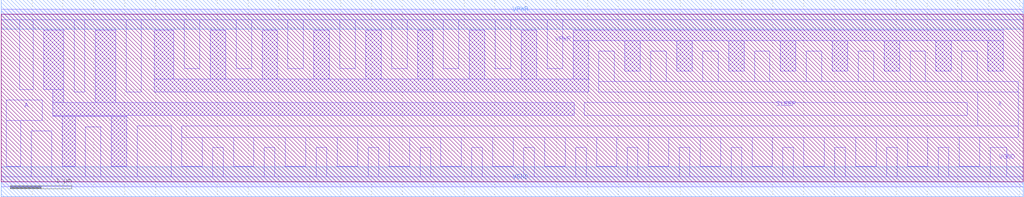
<source format=lef>
# Copyright 2020 The SkyWater PDK Authors
#
# Licensed under the Apache License, Version 2.0 (the "License");
# you may not use this file except in compliance with the License.
# You may obtain a copy of the License at
#
#     https://www.apache.org/licenses/LICENSE-2.0
#
# Unless required by applicable law or agreed to in writing, software
# distributed under the License is distributed on an "AS IS" BASIS,
# WITHOUT WARRANTIES OR CONDITIONS OF ANY KIND, either express or implied.
# See the License for the specific language governing permissions and
# limitations under the License.
#
# SPDX-License-Identifier: Apache-2.0

VERSION 5.8 ;
BUSBITCHARS "[]" ;
DIVIDERCHAR "/" ;

UNITS
  TIME NANOSECONDS 1 ;
  CAPACITANCE PICOFARADS 1 ;
  RESISTANCE OHMS 1 ;
  DATABASE MICRONS 1000 ;
END UNITS

MANUFACTURINGGRID 0.005 ;

PROPERTYDEFINITIONS
  LAYER LEF58_TYPE STRING ;
END PROPERTYDEFINITIONS

# High density, single height
SITE unithd
  SYMMETRY Y ;
  CLASS CORE ;
  SIZE 0.46 BY 2.72 ;
END unithd

# High density, double height
SITE unithddbl
  SYMMETRY Y ;
  CLASS CORE ;
  SIZE 0.46 BY 5.44 ;
END unithddbl

LAYER nwell
  TYPE MASTERSLICE ;
  PROPERTY LEF58_TYPE "TYPE NWELL ;" ;
END nwell

LAYER pwell
  TYPE MASTERSLICE ;
  PROPERTY LEF58_TYPE "TYPE PWELL ;" ;
END pwell

LAYER li1
  TYPE ROUTING ;
  DIRECTION VERTICAL ;

  PITCH 0.46 0.34 ;
  OFFSET 0.23 0.17 ;

  WIDTH 0.17 ;          # LI 1
  # SPACING  0.17 ;     # LI 2
  SPACINGTABLE
     PARALLELRUNLENGTH 0
     WIDTH 0 0.17 ;
  AREA 0.0561 ;         # LI 6
  THICKNESS 0.1 ;
  EDGECAPACITANCE 40.697E-6 ;
  CAPACITANCE CPERSQDIST 36.9866E-6 ;
  RESISTANCE RPERSQ 12.2 ;

  ANTENNAMODEL OXIDE1 ;
  ANTENNADIFFSIDEAREARATIO PWL ( ( 0 75 ) ( 0.0125 75 ) ( 0.0225 85.125 ) ( 22.5 10200 ) ) ;
END li1

LAYER mcon
  TYPE CUT ;

  WIDTH 0.17 ;                # Mcon 1
  SPACING 0.19 ;              # Mcon 2
  ENCLOSURE BELOW 0 0 ;       # Mcon 4
  ENCLOSURE ABOVE 0.03 0.06 ; # Met1 4 / Met1 5

  ANTENNADIFFAREARATIO PWL ( ( 0 3 ) ( 0.0125 3 ) ( 0.0225 3.405 ) ( 22.5 408 ) ) ;
  DCCURRENTDENSITY AVERAGE 0.36 ; # mA per via Iavg_max at Tj = 90oC

END mcon

LAYER met1
  TYPE ROUTING ;
  DIRECTION HORIZONTAL ;

  PITCH 0.34 ;
  OFFSET 0.17 ;

  WIDTH 0.14 ;                     # Met1 1
  # SPACING 0.14 ;                 # Met1 2
  # SPACING 0.28 RANGE 3.001 100 ; # Met1 3b
  SPACINGTABLE
     PARALLELRUNLENGTH 0
     WIDTH 0 0.14
     WIDTH 3 0.28 ;
  AREA 0.083 ;                     # Met1 6
  THICKNESS 0.35 ;

  ANTENNAMODEL OXIDE1 ;
  ANTENNADIFFSIDEAREARATIO PWL ( ( 0 400 ) ( 0.0125 400 ) ( 0.0225 2609 ) ( 22.5 11600 ) ) ;

  EDGECAPACITANCE 40.567E-6 ;
  CAPACITANCE CPERSQDIST 25.7784E-6 ;
  DCCURRENTDENSITY AVERAGE 2.8 ; # mA/um Iavg_max at Tj = 90oC
  ACCURRENTDENSITY RMS 6.1 ; # mA/um Irms_max at Tj = 90oC
  MAXIMUMDENSITY 70 ;
  DENSITYCHECKWINDOW 700 700 ;
  DENSITYCHECKSTEP 70 ;

  RESISTANCE RPERSQ 0.125 ;
END met1

LAYER via
  TYPE CUT ;
  WIDTH 0.15 ;                  # Via 1a
  SPACING 0.17 ;                # Via 2
  ENCLOSURE BELOW 0.055 0.085 ; # Via 4a / Via 5a
  ENCLOSURE ABOVE 0.055 0.085 ; # Met2 4 / Met2 5

  ANTENNADIFFAREARATIO PWL ( ( 0 6 ) ( 0.0125 6 ) ( 0.0225 6.81 ) ( 22.5 816 ) ) ;
  DCCURRENTDENSITY AVERAGE 0.29 ; # mA per via Iavg_max at Tj = 90oC
END via

LAYER met2
  TYPE ROUTING ;
  DIRECTION VERTICAL ;

  PITCH 0.46 ;
  OFFSET 0.23 ;

  WIDTH 0.14 ;                        # Met2 1
  # SPACING  0.14 ;                   # Met2 2
  # SPACING  0.28 RANGE 3.001 100 ;   # Met2 3b
  SPACINGTABLE
     PARALLELRUNLENGTH 0
     WIDTH 0 0.14
     WIDTH 3 0.28 ;
  AREA 0.0676 ;                       # Met2 6
  THICKNESS 0.35 ;

  EDGECAPACITANCE 37.759E-6 ;
  CAPACITANCE CPERSQDIST 16.9423E-6 ;
  RESISTANCE RPERSQ 0.125 ;
  DCCURRENTDENSITY AVERAGE 2.8 ; # mA/um Iavg_max at Tj = 90oC
  ACCURRENTDENSITY RMS 6.1 ; # mA/um Irms_max at Tj = 90oC

  ANTENNAMODEL OXIDE1 ;
  ANTENNADIFFSIDEAREARATIO PWL ( ( 0 400 ) ( 0.0125 400 ) ( 0.0225 2609 ) ( 22.5 11600 ) ) ;

  MAXIMUMDENSITY 70 ;
  DENSITYCHECKWINDOW 700 700 ;
  DENSITYCHECKSTEP 70 ;
END met2

# ******** Layer via2, type routing, number 44 **************
LAYER via2
  TYPE CUT ;
  WIDTH 0.2 ;                   # Via2 1
  SPACING 0.2 ;                 # Via2 2
  ENCLOSURE BELOW 0.04 0.085 ;  # Via2 4
  ENCLOSURE ABOVE 0.065 0.065 ; # Met3 4
  ANTENNADIFFAREARATIO PWL ( ( 0 6 ) ( 0.0125 6 ) ( 0.0225 6.81 ) ( 22.5 816 ) ) ;
  DCCURRENTDENSITY AVERAGE 0.48 ; # mA per via Iavg_max at Tj = 90oC
END via2

LAYER met3
  TYPE ROUTING ;
  DIRECTION HORIZONTAL ;

  PITCH 0.68 ;
  OFFSET 0.34 ;

  WIDTH 0.3 ;              # Met3 1
  # SPACING 0.3 ;          # Met3 2
  SPACINGTABLE
     PARALLELRUNLENGTH 0
     WIDTH 0 0.3
     WIDTH 3 0.4 ;
  AREA 0.24 ;              # Met3 6
  THICKNESS 0.8 ;

  EDGECAPACITANCE 40.989E-6 ;
  CAPACITANCE CPERSQDIST 12.3729E-6 ;
  RESISTANCE RPERSQ 0.047 ;
  DCCURRENTDENSITY AVERAGE 6.8 ; # mA/um Iavg_max at Tj = 90oC
  ACCURRENTDENSITY RMS 14.9 ; # mA/um Irms_max at Tj = 90oC

  ANTENNAMODEL OXIDE1 ;
  ANTENNADIFFSIDEAREARATIO PWL ( ( 0 400 ) ( 0.0125 400 ) ( 0.0225 2609 ) ( 22.5 11600 ) ) ;

  MAXIMUMDENSITY 70 ;
  DENSITYCHECKWINDOW 700 700 ;
  DENSITYCHECKSTEP 70 ;
END met3

LAYER via3
  TYPE CUT ;
  WIDTH 0.2 ;                   # Via3 1
  SPACING 0.2 ;                 # Via3 2
  ENCLOSURE BELOW 0.06 0.09 ;   # Via3 4 / Via3 5
  ENCLOSURE ABOVE 0.065 0.065 ; # Met4 3
  ANTENNADIFFAREARATIO PWL ( ( 0 6 ) ( 0.0125 6 ) ( 0.0225 6.81 ) ( 22.5 816 ) ) ;
  DCCURRENTDENSITY AVERAGE 0.48 ; # mA per via Iavg_max at Tj = 90oC
END via3

LAYER met4
  TYPE ROUTING ;
  DIRECTION VERTICAL ;

  PITCH 0.92 ;
  OFFSET 0.46 ;

  WIDTH 0.3 ;             # Met4 1
  # SPACING  0.3 ;             # Met4 2
  SPACINGTABLE
     PARALLELRUNLENGTH 0
     WIDTH 0 0.3
     WIDTH 3 0.4 ;
  AREA 0.24 ;            # Met4 4a

  THICKNESS 0.8 ;

  EDGECAPACITANCE 36.676E-6 ;
  CAPACITANCE CPERSQDIST 8.41537E-6 ;
  RESISTANCE RPERSQ 0.047 ;
  DCCURRENTDENSITY AVERAGE 6.8 ; # mA/um Iavg_max at Tj = 90oC
  ACCURRENTDENSITY RMS 14.9 ; # mA/um Irms_max at Tj = 90oC

  ANTENNAMODEL OXIDE1 ;
  ANTENNADIFFSIDEAREARATIO PWL ( ( 0 400 ) ( 0.0125 400 ) ( 0.0225 2609 ) ( 22.5 11600 ) ) ;

  MAXIMUMDENSITY 70 ;
  DENSITYCHECKWINDOW 700 700 ;
  DENSITYCHECKSTEP 70 ;
END met4

LAYER via4
  TYPE CUT ;

  WIDTH 0.8 ;                 # Via4 1
  SPACING 0.8 ;               # Via4 2
  ENCLOSURE BELOW 0.19 0.19 ; # Via4 4
  ENCLOSURE ABOVE 0.31 0.31 ; # Met5 3
  ANTENNADIFFAREARATIO PWL ( ( 0 6 ) ( 0.0125 6 ) ( 0.0225 6.81 ) ( 22.5 816 ) ) ;
  DCCURRENTDENSITY AVERAGE 2.49 ; # mA per via Iavg_max at Tj = 90oC
END via4

LAYER met5
  TYPE ROUTING ;
  DIRECTION HORIZONTAL ;

  PITCH 3.4 ;
  OFFSET 1.7 ;

  WIDTH 1.6 ;            # Met5 1
  #SPACING  1.6 ;        # Met5 2
  SPACINGTABLE
     PARALLELRUNLENGTH 0
     WIDTH 0 1.6 ;
  AREA 4 ;               # Met5 4

  THICKNESS 1.2 ;

  EDGECAPACITANCE 38.851E-6 ;
  CAPACITANCE CPERSQDIST 6.32063E-6 ;
  RESISTANCE RPERSQ 0.0285 ;
  DCCURRENTDENSITY AVERAGE 10.17 ; # mA/um Iavg_max at Tj = 90oC
  ACCURRENTDENSITY RMS 22.34 ; # mA/um Irms_max at Tj = 90oC

  ANTENNAMODEL OXIDE1 ;
  ANTENNADIFFSIDEAREARATIO PWL ( ( 0 400 ) ( 0.0125 400 ) ( 0.0225 2609 ) ( 22.5 11600 ) ) ;
END met5


### Routing via cells section   ###
# Plus via rule, metals are along the prefered direction
VIA L1M1_PR DEFAULT
  LAYER mcon ;
  RECT -0.085 -0.085 0.085 0.085 ;
  LAYER li1 ;
  RECT -0.085 -0.085 0.085 0.085 ;
  LAYER met1 ;
  RECT -0.145 -0.115 0.145 0.115 ;
END L1M1_PR

VIARULE L1M1_PR GENERATE
  LAYER li1 ;
  ENCLOSURE 0 0 ;
  LAYER met1 ;
  ENCLOSURE 0.06 0.03 ;
  LAYER mcon ;
  RECT -0.085 -0.085 0.085 0.085 ;
  SPACING 0.36 BY 0.36 ;
END L1M1_PR

# Plus via rule, metals are along the non prefered direction
VIA L1M1_PR_R DEFAULT
  LAYER mcon ;
  RECT -0.085 -0.085 0.085 0.085 ;
  LAYER li1 ;
  RECT -0.085 -0.085 0.085 0.085 ;
  LAYER met1 ;
  RECT -0.115 -0.145 0.115 0.145 ;
END L1M1_PR_R

VIARULE L1M1_PR_R GENERATE
  LAYER li1 ;
  ENCLOSURE 0 0 ;
  LAYER met1 ;
  ENCLOSURE 0.03 0.06 ;
  LAYER mcon ;
  RECT -0.085 -0.085 0.085 0.085 ;
  SPACING 0.36 BY 0.36 ;
END L1M1_PR_R

# Minus via rule, lower layer metal is along prefered direction
VIA L1M1_PR_M DEFAULT
  LAYER mcon ;
  RECT -0.085 -0.085 0.085 0.085 ;
  LAYER li1 ;
  RECT -0.085 -0.085 0.085 0.085 ;
  LAYER met1 ;
  RECT -0.115 -0.145 0.115 0.145 ;
END L1M1_PR_M

VIARULE L1M1_PR_M GENERATE
  LAYER li1 ;
  ENCLOSURE 0 0 ;
  LAYER met1 ;
  ENCLOSURE 0.03 0.06 ;
  LAYER mcon ;
  RECT -0.085 -0.085 0.085 0.085 ;
  SPACING 0.36 BY 0.36 ;
END L1M1_PR_M

# Minus via rule, upper layer metal is along prefered direction
VIA L1M1_PR_MR DEFAULT
  LAYER mcon ;
  RECT -0.085 -0.085 0.085 0.085 ;
  LAYER li1 ;
  RECT -0.085 -0.085 0.085 0.085 ;
  LAYER met1 ;
  RECT -0.145 -0.115 0.145 0.115 ;
END L1M1_PR_MR

VIARULE L1M1_PR_MR GENERATE
  LAYER li1 ;
  ENCLOSURE 0 0 ;
  LAYER met1 ;
  ENCLOSURE 0.06 0.03 ;
  LAYER mcon ;
  RECT -0.085 -0.085 0.085 0.085 ;
  SPACING 0.36 BY 0.36 ;
END L1M1_PR_MR

# Centered via rule, we really do not want to use it
VIA L1M1_PR_C DEFAULT
  LAYER mcon ;
  RECT -0.085 -0.085 0.085 0.085 ;
  LAYER li1 ;
  RECT -0.085 -0.085 0.085 0.085 ;
  LAYER met1 ;
  RECT -0.145 -0.145 0.145 0.145 ;
END L1M1_PR_C

VIARULE L1M1_PR_C GENERATE
  LAYER li1 ;
  ENCLOSURE 0 0 ;
  LAYER met1 ;
  ENCLOSURE 0.06 0.06 ;
  LAYER mcon ;
  RECT -0.085 -0.085 0.085 0.085 ;
  SPACING 0.36 BY 0.36 ;
END L1M1_PR_C

# Plus via rule, metals are along the prefered direction
VIA M1M2_PR DEFAULT
  LAYER via ;
  RECT -0.075 -0.075 0.075 0.075 ;
  LAYER met1 ;
  RECT -0.16 -0.13 0.16 0.13 ;
  LAYER met2 ;
  RECT -0.13 -0.16 0.13 0.16 ;
END M1M2_PR

VIARULE M1M2_PR GENERATE
  LAYER met1 ;
  ENCLOSURE 0.085 0.055 ;
  LAYER met2 ;
  ENCLOSURE 0.055 0.085 ;
  LAYER via ;
  RECT -0.075 -0.075 0.075 0.075 ;
  SPACING 0.32 BY 0.32 ;
END M1M2_PR

# Plus via rule, metals are along the non prefered direction
VIA M1M2_PR_R DEFAULT
  LAYER via ;
  RECT -0.075 -0.075 0.075 0.075 ;
  LAYER met1 ;
  RECT -0.13 -0.16 0.13 0.16 ;
  LAYER met2 ;
  RECT -0.16 -0.13 0.16 0.13 ;
END M1M2_PR_R

VIARULE M1M2_PR_R GENERATE
  LAYER met1 ;
  ENCLOSURE 0.055 0.085 ;
  LAYER met2 ;
  ENCLOSURE 0.085 0.055 ;
  LAYER via ;
  RECT -0.075 -0.075 0.075 0.075 ;
  SPACING 0.32 BY 0.32 ;
END M1M2_PR_R

# Minus via rule, lower layer metal is along prefered direction
VIA M1M2_PR_M DEFAULT
  LAYER via ;
  RECT -0.075 -0.075 0.075 0.075 ;
  LAYER met1 ;
  RECT -0.16 -0.13 0.16 0.13 ;
  LAYER met2 ;
  RECT -0.16 -0.13 0.16 0.13 ;
END M1M2_PR_M

VIARULE M1M2_PR_M GENERATE
  LAYER met1 ;
  ENCLOSURE 0.085 0.055 ;
  LAYER met2 ;
  ENCLOSURE 0.085 0.055 ;
  LAYER via ;
  RECT -0.075 -0.075 0.075 0.075 ;
  SPACING 0.32 BY 0.32 ;
END M1M2_PR_M

# Minus via rule, upper layer metal is along prefered direction
VIA M1M2_PR_MR DEFAULT
  LAYER via ;
  RECT -0.075 -0.075 0.075 0.075 ;
  LAYER met1 ;
  RECT -0.13 -0.16 0.13 0.16 ;
  LAYER met2 ;
  RECT -0.13 -0.16 0.13 0.16 ;
END M1M2_PR_MR

VIARULE M1M2_PR_MR GENERATE
  LAYER met1 ;
  ENCLOSURE 0.055 0.085 ;
  LAYER met2 ;
  ENCLOSURE 0.055 0.085 ;
  LAYER via ;
  RECT -0.075 -0.075 0.075 0.075 ;
  SPACING 0.32 BY 0.32 ;
END M1M2_PR_MR

# Centered via rule, we really do not want to use it
VIA M1M2_PR_C DEFAULT
  LAYER via ;
  RECT -0.075 -0.075 0.075 0.075 ;
  LAYER met1 ;
  RECT -0.16 -0.16 0.16 0.16 ;
  LAYER met2 ;
  RECT -0.16 -0.16 0.16 0.16 ;
END M1M2_PR_C

VIARULE M1M2_PR_C GENERATE
  LAYER met1 ;
  ENCLOSURE 0.085 0.085 ;
  LAYER met2 ;
  ENCLOSURE 0.085 0.085 ;
  LAYER via ;
  RECT -0.075 -0.075 0.075 0.075 ;
  SPACING 0.32 BY 0.32 ;
END M1M2_PR_C

# Plus via rule, metals are along the prefered direction
VIA M2M3_PR DEFAULT
  LAYER via2 ;
  RECT -0.1 -0.1 0.1 0.1 ;
  LAYER met2 ;
  RECT -0.14 -0.185 0.14 0.185 ;
  LAYER met3 ;
  RECT -0.165 -0.165 0.165 0.165 ;
END M2M3_PR

VIARULE M2M3_PR GENERATE
  LAYER met2 ;
  ENCLOSURE 0.04 0.085 ;
  LAYER met3 ;
  ENCLOSURE 0.065 0.065 ;
  LAYER via2 ;
  RECT -0.1 -0.1 0.1 0.1 ;
  SPACING 0.4 BY 0.4 ;
END M2M3_PR

# Plus via rule, metals are along the non prefered direction
VIA M2M3_PR_R DEFAULT
  LAYER via2 ;
  RECT -0.1 -0.1 0.1 0.1 ;
  LAYER met2 ;
  RECT -0.185 -0.14 0.185 0.14 ;
  LAYER met3 ;
  RECT -0.165 -0.165 0.165 0.165 ;
END M2M3_PR_R

VIARULE M2M3_PR_R GENERATE
  LAYER met2 ;
  ENCLOSURE 0.085 0.04 ;
  LAYER met3 ;
  ENCLOSURE 0.065 0.065 ;
  LAYER via2 ;
  RECT -0.1 -0.1 0.1 0.1 ;
  SPACING 0.4 BY 0.4 ;
END M2M3_PR_R

# Minus via rule, lower layer metal is along prefered direction
VIA M2M3_PR_M DEFAULT
  LAYER via2 ;
  RECT -0.1 -0.1 0.1 0.1 ;
  LAYER met2 ;
  RECT -0.14 -0.185 0.14 0.185 ;
  LAYER met3 ;
  RECT -0.165 -0.165 0.165 0.165 ;
END M2M3_PR_M

VIARULE M2M3_PR_M GENERATE
  LAYER met2 ;
  ENCLOSURE 0.04 0.085 ;
  LAYER met3 ;
  ENCLOSURE 0.065 0.065 ;
  LAYER via2 ;
  RECT -0.1 -0.1 0.1 0.1 ;
  SPACING 0.4 BY 0.4 ;
END M2M3_PR_M

# Minus via rule, upper layer metal is along prefered direction
VIA M2M3_PR_MR DEFAULT
  LAYER via2 ;
  RECT -0.1 -0.1 0.1 0.1 ;
  LAYER met2 ;
  RECT -0.185 -0.14 0.185 0.14 ;
  LAYER met3 ;
  RECT -0.165 -0.165 0.165 0.165 ;
END M2M3_PR_MR

VIARULE M2M3_PR_MR GENERATE
  LAYER met2 ;
  ENCLOSURE 0.085 0.04 ;
  LAYER met3 ;
  ENCLOSURE 0.065 0.065 ;
  LAYER via2 ;
  RECT -0.1 -0.1 0.1 0.1 ;
  SPACING 0.4 BY 0.4 ;
END M2M3_PR_MR

# Centered via rule, we really do not want to use it
VIA M2M3_PR_C DEFAULT
  LAYER via2 ;
  RECT -0.1 -0.1 0.1 0.1 ;
  LAYER met2 ;
  RECT -0.185 -0.185 0.185 0.185 ;
  LAYER met3 ;
  RECT -0.165 -0.165 0.165 0.165 ;
END M2M3_PR_C

VIARULE M2M3_PR_C GENERATE
  LAYER met2 ;
  ENCLOSURE 0.085 0.085 ;
  LAYER met3 ;
  ENCLOSURE 0.065 0.065 ;
  LAYER via2 ;
  RECT -0.1 -0.1 0.1 0.1 ;
  SPACING 0.4 BY 0.4 ;
END M2M3_PR_C

# Plus via rule, metals are along the prefered direction
VIA M3M4_PR DEFAULT
  LAYER via3 ;
  RECT -0.1 -0.1 0.1 0.1 ;
  LAYER met3 ;
  RECT -0.19 -0.16 0.19 0.16 ;
  LAYER met4 ;
  RECT -0.165 -0.165 0.165 0.165 ;
END M3M4_PR

VIARULE M3M4_PR GENERATE
  LAYER met3 ;
  ENCLOSURE 0.09 0.06 ;
  LAYER met4 ;
  ENCLOSURE 0.065 0.065 ;
  LAYER via3 ;
  RECT -0.1 -0.1 0.1 0.1 ;
  SPACING 0.4 BY 0.4 ;
END M3M4_PR

# Plus via rule, metals are along the non prefered direction
VIA M3M4_PR_R DEFAULT
  LAYER via3 ;
  RECT -0.1 -0.1 0.1 0.1 ;
  LAYER met3 ;
  RECT -0.16 -0.19 0.16 0.19 ;
  LAYER met4 ;
  RECT -0.165 -0.165 0.165 0.165 ;
END M3M4_PR_R

VIARULE M3M4_PR_R GENERATE
  LAYER met3 ;
  ENCLOSURE 0.06 0.09 ;
  LAYER met4 ;
  ENCLOSURE 0.065 0.065 ;
  LAYER via3 ;
  RECT -0.1 -0.1 0.1 0.1 ;
  SPACING 0.4 BY 0.4 ;
END M3M4_PR_R

# Minus via rule, lower layer metal is along prefered direction
VIA M3M4_PR_M DEFAULT
  LAYER via3 ;
  RECT -0.1 -0.1 0.1 0.1 ;
  LAYER met3 ;
  RECT -0.19 -0.16 0.19 0.16 ;
  LAYER met4 ;
  RECT -0.165 -0.165 0.165 0.165 ;
END M3M4_PR_M

VIARULE M3M4_PR_M GENERATE
  LAYER met3 ;
  ENCLOSURE 0.09 0.06 ;
  LAYER met4 ;
  ENCLOSURE 0.065 0.065 ;
  LAYER via3 ;
  RECT -0.1 -0.1 0.1 0.1 ;
  SPACING 0.4 BY 0.4 ;
END M3M4_PR_M

# Minus via rule, upper layer metal is along prefered direction
VIA M3M4_PR_MR DEFAULT
  LAYER via3 ;
  RECT -0.1 -0.1 0.1 0.1 ;
  LAYER met3 ;
  RECT -0.16 -0.19 0.16 0.19 ;
  LAYER met4 ;
  RECT -0.165 -0.165 0.165 0.165 ;
END M3M4_PR_MR

VIARULE M3M4_PR_MR GENERATE
  LAYER met3 ;
  ENCLOSURE 0.06 0.09 ;
  LAYER met4 ;
  ENCLOSURE 0.065 0.065 ;
  LAYER via3 ;
  RECT -0.1 -0.1 0.1 0.1 ;
  SPACING 0.4 BY 0.4 ;
END M3M4_PR_MR

# Centered via rule, we really do not want to use it
VIA M3M4_PR_C DEFAULT
  LAYER via3 ;
  RECT -0.1 -0.1 0.1 0.1 ;
  LAYER met3 ;
  RECT -0.19 -0.19 0.19 0.19 ;
  LAYER met4 ;
  RECT -0.165 -0.165 0.165 0.165 ;
END M3M4_PR_C

VIARULE M3M4_PR_C GENERATE
  LAYER met3 ;
  ENCLOSURE 0.09 0.09 ;
  LAYER met4 ;
  ENCLOSURE 0.065 0.065 ;
  LAYER via3 ;
  RECT -0.1 -0.1 0.1 0.1 ;
  SPACING 0.4 BY 0.4 ;
END M3M4_PR_C

# Plus via rule, metals are along the prefered direction
VIA M4M5_PR DEFAULT
  LAYER via4 ;
  RECT -0.4 -0.4 0.4 0.4 ;
  LAYER met4 ;
  RECT -0.59 -0.59 0.59 0.59 ;
  LAYER met5 ;
  RECT -0.71 -0.71 0.71 0.71 ;
END M4M5_PR

VIARULE M4M5_PR GENERATE
  LAYER met4 ;
  ENCLOSURE 0.19 0.19 ;
  LAYER met5 ;
  ENCLOSURE 0.31 0.31 ;
  LAYER via4 ;
  RECT -0.4 -0.4 0.4 0.4 ;
  SPACING 1.6 BY 1.6 ;
END M4M5_PR

# Plus via rule, metals are along the non prefered direction
VIA M4M5_PR_R DEFAULT
  LAYER via4 ;
  RECT -0.4 -0.4 0.4 0.4 ;
  LAYER met4 ;
  RECT -0.59 -0.59 0.59 0.59 ;
  LAYER met5 ;
  RECT -0.71 -0.71 0.71 0.71 ;
END M4M5_PR_R

VIARULE M4M5_PR_R GENERATE
  LAYER met4 ;
  ENCLOSURE 0.19 0.19 ;
  LAYER met5 ;
  ENCLOSURE 0.31 0.31 ;
  LAYER via4 ;
  RECT -0.4 -0.4 0.4 0.4 ;
  SPACING 1.6 BY 1.6 ;
END M4M5_PR_R

# Minus via rule, lower layer metal is along prefered direction
VIA M4M5_PR_M DEFAULT
  LAYER via4 ;
  RECT -0.4 -0.4 0.4 0.4 ;
  LAYER met4 ;
  RECT -0.59 -0.59 0.59 0.59 ;
  LAYER met5 ;
  RECT -0.71 -0.71 0.71 0.71 ;
END M4M5_PR_M

VIARULE M4M5_PR_M GENERATE
  LAYER met4 ;
  ENCLOSURE 0.19 0.19 ;
  LAYER met5 ;
  ENCLOSURE 0.31 0.31 ;
  LAYER via4 ;
  RECT -0.4 -0.4 0.4 0.4 ;
  SPACING 1.6 BY 1.6 ;
END M4M5_PR_M

# Minus via rule, upper layer metal is along prefered direction
VIA M4M5_PR_MR DEFAULT
  LAYER via4 ;
  RECT -0.4 -0.4 0.4 0.4 ;
  LAYER met4 ;
  RECT -0.59 -0.59 0.59 0.59 ;
  LAYER met5 ;
  RECT -0.71 -0.71 0.71 0.71 ;
END M4M5_PR_MR

VIARULE M4M5_PR_MR GENERATE
  LAYER met4 ;
  ENCLOSURE 0.19 0.19 ;
  LAYER met5 ;
  ENCLOSURE 0.31 0.31 ;
  LAYER via4 ;
  RECT -0.4 -0.4 0.4 0.4 ;
  SPACING 1.6 BY 1.6 ;
END M4M5_PR_MR

# Centered via rule, we really do not want to use it
VIA M4M5_PR_C DEFAULT
  LAYER via4 ;
  RECT -0.4 -0.4 0.4 0.4 ;
  LAYER met4 ;
  RECT -0.59 -0.59 0.59 0.59 ;
  LAYER met5 ;
  RECT -0.71 -0.71 0.71 0.71 ;
END M4M5_PR_C

VIARULE M4M5_PR_C GENERATE
  LAYER met4 ;
  ENCLOSURE 0.19 0.19 ;
  LAYER met5 ;
  ENCLOSURE 0.31 0.31 ;
  LAYER via4 ;
  RECT -0.4 -0.4 0.4 0.4 ;
  SPACING 1.6 BY 1.6 ;
END M4M5_PR_C
###  end of single via cells   ###

MACRO sky130_fd_sc_hd__a2111oi_0
  CLASS CORE ;
  ORIGIN  0.000000  0.000000 ;
  SIZE  3.220000 BY  2.720000 ;
  SYMMETRY X Y R90 ;
  SITE unithd ;
  PIN A1
    ANTENNAGATEAREA  0.159000 ;
    DIRECTION INPUT ;
    USE SIGNAL ;
    PORT
      LAYER li1 ;
        RECT 2.035000 1.070000 2.625000 1.400000 ;
        RECT 2.355000 0.660000 2.625000 1.070000 ;
        RECT 2.355000 1.400000 2.625000 1.735000 ;
    END
  END A1
  PIN A2
    ANTENNAGATEAREA  0.159000 ;
    DIRECTION INPUT ;
    USE SIGNAL ;
    PORT
      LAYER li1 ;
        RECT 2.795000 0.650000 3.135000 1.735000 ;
    END
  END A2
  PIN B1
    ANTENNAGATEAREA  0.159000 ;
    DIRECTION INPUT ;
    USE SIGNAL ;
    PORT
      LAYER li1 ;
        RECT 1.495000 1.055000 1.845000 1.735000 ;
    END
  END B1
  PIN C1
    ANTENNAGATEAREA  0.159000 ;
    DIRECTION INPUT ;
    USE SIGNAL ;
    PORT
      LAYER li1 ;
        RECT 0.955000 1.055000 1.325000 2.360000 ;
    END
  END C1
  PIN D1
    ANTENNAGATEAREA  0.159000 ;
    DIRECTION INPUT ;
    USE SIGNAL ;
    PORT
      LAYER li1 ;
        RECT 0.085000 0.730000 0.435000 1.655000 ;
    END
  END D1
  PIN Y
    ANTENNADIFFAREA  0.424000 ;
    DIRECTION OUTPUT ;
    USE SIGNAL ;
    PORT
      LAYER li1 ;
        RECT 0.360000 1.825000 0.785000 2.465000 ;
        RECT 0.605000 0.635000 2.040000 0.885000 ;
        RECT 0.605000 0.885000 0.785000 1.825000 ;
        RECT 0.785000 0.255000 1.040000 0.615000 ;
        RECT 0.785000 0.615000 2.040000 0.635000 ;
        RECT 1.710000 0.280000 2.040000 0.615000 ;
    END
  END Y
  PIN VGND
    DIRECTION INOUT ;
    SHAPE ABUTMENT ;
    USE GROUND ;
    PORT
      LAYER li1 ;
        RECT 0.000000 -0.085000 3.220000 0.085000 ;
        RECT 0.285000  0.085000 0.615000 0.465000 ;
        RECT 1.210000  0.085000 1.540000 0.445000 ;
        RECT 2.470000  0.085000 2.800000 0.480000 ;
    END
    PORT
      LAYER met1 ;
        RECT 0.000000 -0.240000 3.220000 0.240000 ;
    END
  END VGND
  PIN VPWR
    DIRECTION INOUT ;
    SHAPE ABUTMENT ;
    USE POWER ;
    PORT
      LAYER li1 ;
        RECT 0.000000 2.635000 3.220000 2.805000 ;
        RECT 2.040000 2.255000 2.370000 2.635000 ;
    END
    PORT
      LAYER met1 ;
        RECT 0.000000 2.480000 3.220000 2.960000 ;
    END
  END VPWR
  
  OBS
    LAYER li1 ;
      RECT 1.540000 1.905000 2.870000 2.085000 ;
      RECT 1.540000 2.085000 1.870000 2.465000 ;
      RECT 2.540000 2.085000 2.870000 2.465000 ;
  END
END sky130_fd_sc_hd__a2111oi_0

MACRO sky130_fd_sc_hd__a21o_1
  CLASS CORE ;
  ORIGIN  0.000000  0.000000 ;
  SIZE  2.760000 BY  2.720000 ;
  SYMMETRY X Y R90 ;
  SITE unithd ;
  PIN A1
    ANTENNAGATEAREA  0.247500 ;
    DIRECTION INPUT ;
    USE SIGNAL ;
    PORT
      LAYER li1 ;
        RECT 1.660000 1.015000 2.185000 1.325000 ;
        RECT 1.955000 0.375000 2.185000 1.015000 ;
    END
  END A1
  PIN A2
    ANTENNAGATEAREA  0.247500 ;
    DIRECTION INPUT ;
    USE SIGNAL ;
    PORT
      LAYER li1 ;
        RECT 2.365000 0.995000 2.665000 1.325000 ;
    END
  END A2
  PIN B1
    ANTENNAGATEAREA  0.247500 ;
    DIRECTION INPUT ;
    USE SIGNAL ;
    PORT
      LAYER li1 ;
        RECT 1.015000 1.015000 1.480000 1.325000 ;
    END
  END B1
  PIN X
    ANTENNADIFFAREA  0.429000 ;
    DIRECTION OUTPUT ;
    USE SIGNAL ;
    PORT
      LAYER li1 ;
        RECT 0.095000 0.265000 0.355000 2.455000 ;
    END
  END X
  PIN VGND
    DIRECTION INOUT ;
    SHAPE ABUTMENT ;
    USE GROUND ;
    PORT
      LAYER li1 ;
        RECT 0.000000 -0.085000 2.760000 0.085000 ;
        RECT 0.615000  0.085000 1.285000 0.455000 ;
        RECT 2.365000  0.085000 2.655000 0.815000 ;
    END
    PORT
      LAYER met1 ;
        RECT 0.000000 -0.240000 2.760000 0.240000 ;
    END
  END VGND
  PIN VPWR
    DIRECTION INOUT ;
    SHAPE ABUTMENT ;
    USE POWER ;
    PORT
      LAYER li1 ;
        RECT 0.000000 2.635000 2.760000 2.805000 ;
        RECT 0.525000 1.905000 0.865000 2.635000 ;
        RECT 1.895000 1.925000 2.225000 2.635000 ;
    END
    PORT
      LAYER met1 ;
        RECT 0.000000 2.480000 2.760000 2.960000 ;
    END
  END VPWR
  
  OBS
    LAYER li1 ;
      RECT 0.545000 0.635000 1.775000 0.835000 ;
      RECT 0.545000 0.835000 0.835000 1.505000 ;
      RECT 0.545000 1.505000 1.315000 1.725000 ;
      RECT 1.045000 1.725000 1.315000 2.455000 ;
      RECT 1.465000 0.265000 1.775000 0.635000 ;
      RECT 1.495000 1.505000 2.655000 1.745000 ;
      RECT 1.495000 1.745000 1.725000 2.455000 ;
      RECT 2.395000 1.745000 2.655000 2.455000 ;
  END
END sky130_fd_sc_hd__a21o_1

MACRO sky130_fd_sc_hd__a2111oi_1
  CLASS CORE ;
  ORIGIN  0.000000  0.000000 ;
  SIZE  3.680000 BY  2.720000 ;
  SYMMETRY X Y R90 ;
  SITE unithd ;
  PIN A1
    ANTENNAGATEAREA  0.247500 ;
    DIRECTION INPUT ;
    USE SIGNAL ;
    PORT
      LAYER li1 ;
        RECT 2.440000 0.995000 2.725000 1.400000 ;
    END
  END A1
  PIN A2
    ANTENNAGATEAREA  0.247500 ;
    DIRECTION INPUT ;
    USE SIGNAL ;
    PORT
      LAYER li1 ;
        RECT 2.905000 0.350000 3.090000 1.020000 ;
        RECT 2.905000 1.020000 3.540000 1.290000 ;
    END
  END A2
  PIN B1
    ANTENNAGATEAREA  0.247500 ;
    DIRECTION INPUT ;
    USE SIGNAL ;
    PORT
      LAYER li1 ;
        RECT 1.940000 1.050000 2.270000 1.400000 ;
        RECT 1.940000 1.400000 2.215000 2.455000 ;
    END
  END B1
  PIN C1
    ANTENNAGATEAREA  0.247500 ;
    DIRECTION INPUT ;
    USE SIGNAL ;
    PORT
      LAYER li1 ;
        RECT 1.435000 1.050000 1.770000 2.455000 ;
    END
  END C1
  PIN D1
    ANTENNAGATEAREA  0.247500 ;
    DIRECTION INPUT ;
    USE SIGNAL ;
    PORT
      LAYER li1 ;
        RECT 0.785000 1.050000 1.235000 2.455000 ;
    END
  END D1
  PIN Y
    ANTENNADIFFAREA  1.388750 ;
    DIRECTION OUTPUT ;
    USE SIGNAL ;
    PORT
      LAYER li1 ;
        RECT 0.145000 0.700000 1.375000 0.705000 ;
        RECT 0.145000 0.705000 2.420000 0.815000 ;
        RECT 0.145000 0.815000 2.300000 0.880000 ;
        RECT 0.145000 0.880000 0.530000 2.460000 ;
        RECT 1.045000 0.260000 1.375000 0.700000 ;
        RECT 2.090000 0.305000 2.420000 0.705000 ;
    END
  END Y
  PIN VGND
    DIRECTION INOUT ;
    SHAPE ABUTMENT ;
    USE GROUND ;
    PORT
      LAYER li1 ;
        RECT 0.000000 -0.085000 3.680000 0.085000 ;
        RECT 0.315000  0.085000 0.630000 0.525000 ;
        RECT 1.550000  0.085000 1.880000 0.535000 ;
        RECT 3.270000  0.085000 3.510000 0.760000 ;
    END
    PORT
      LAYER met1 ;
        RECT 0.000000 -0.240000 3.680000 0.240000 ;
    END
  END VGND
  PIN VPWR
    DIRECTION INOUT ;
    SHAPE ABUTMENT ;
    USE POWER ;
    PORT
      LAYER li1 ;
        RECT 0.000000 2.635000 3.680000 2.805000 ;
        RECT 2.800000 1.920000 3.130000 2.635000 ;
    END
    PORT
      LAYER met1 ;
        RECT 0.000000 2.480000 3.680000 2.960000 ;
    END
  END VPWR
  
  OBS
    LAYER li1 ;
      RECT 2.395000 1.580000 3.505000 1.750000 ;
      RECT 2.395000 1.750000 2.625000 2.460000 ;
      RECT 3.310000 1.750000 3.505000 2.460000 ;
  END
END sky130_fd_sc_hd__a2111oi_1

MACRO sky130_fd_sc_hd__a2111oi_2
  CLASS CORE ;
  ORIGIN  0.000000  0.000000 ;
  SIZE  5.520000 BY  2.720000 ;
  SYMMETRY X Y R90 ;
  SITE unithd ;
  PIN A1
    ANTENNAGATEAREA  0.495000 ;
    DIRECTION INPUT ;
    USE SIGNAL ;
    PORT
      LAYER li1 ;
        RECT 3.465000 0.985000 3.715000 1.445000 ;
        RECT 3.465000 1.445000 5.290000 1.675000 ;
        RECT 4.895000 0.995000 5.290000 1.445000 ;
    END
  END A1
  PIN A2
    ANTENNAGATEAREA  0.495000 ;
    DIRECTION INPUT ;
    USE SIGNAL ;
    PORT
      LAYER li1 ;
        RECT 3.970000 1.015000 4.725000 1.275000 ;
    END
  END A2
  PIN B1
    ANTENNAGATEAREA  0.495000 ;
    DIRECTION INPUT ;
    USE SIGNAL ;
    PORT
      LAYER li1 ;
        RECT 2.185000 1.030000 2.855000 1.275000 ;
    END
  END B1
  PIN C1
    ANTENNAGATEAREA  0.495000 ;
    DIRECTION INPUT ;
    USE SIGNAL ;
    PORT
      LAYER li1 ;
        RECT 0.125000 1.045000 0.455000 1.445000 ;
        RECT 0.125000 1.445000 1.800000 1.680000 ;
        RECT 1.615000 1.030000 1.975000 1.275000 ;
        RECT 1.615000 1.275000 1.800000 1.445000 ;
    END
  END C1
  PIN D1
    ANTENNAGATEAREA  0.495000 ;
    DIRECTION INPUT ;
    USE SIGNAL ;
    PORT
      LAYER li1 ;
        RECT 0.755000 1.075000 1.425000 1.275000 ;
    END
  END D1
  PIN Y
    ANTENNADIFFAREA  1.212750 ;
    DIRECTION OUTPUT ;
    USE SIGNAL ;
    PORT
      LAYER li1 ;
        RECT 0.120000 0.255000 0.380000 0.615000 ;
        RECT 0.120000 0.615000 5.355000 0.805000 ;
        RECT 0.120000 0.805000 3.255000 0.845000 ;
        RECT 0.900000 1.850000 2.140000 2.105000 ;
        RECT 1.050000 0.255000 1.295000 0.615000 ;
        RECT 1.965000 0.255000 2.295000 0.615000 ;
        RECT 1.970000 1.445000 3.255000 1.625000 ;
        RECT 1.970000 1.625000 2.140000 1.850000 ;
        RECT 2.965000 0.275000 3.295000 0.615000 ;
        RECT 3.025000 0.845000 3.255000 1.445000 ;
        RECT 5.020000 0.295000 5.355000 0.615000 ;
    END
  END Y
  PIN VGND
    DIRECTION INOUT ;
    SHAPE ABUTMENT ;
    USE GROUND ;
    PORT
      LAYER li1 ;
        RECT 0.000000 -0.085000 5.520000 0.085000 ;
        RECT 0.550000  0.085000 0.880000 0.445000 ;
        RECT 1.465000  0.085000 1.795000 0.445000 ;
        RECT 2.465000  0.085000 2.795000 0.445000 ;
        RECT 4.125000  0.085000 4.455000 0.445000 ;
    END
    PORT
      LAYER met1 ;
        RECT 0.000000 -0.240000 5.520000 0.240000 ;
    END
  END VGND
  PIN VPWR
    DIRECTION INOUT ;
    SHAPE ABUTMENT ;
    USE POWER ;
    PORT
      LAYER li1 ;
        RECT 0.000000 2.635000 5.520000 2.805000 ;
        RECT 3.690000 2.275000 4.020000 2.635000 ;
        RECT 4.570000 2.275000 4.900000 2.635000 ;
    END
    PORT
      LAYER met1 ;
        RECT 0.000000 2.480000 5.520000 2.960000 ;
    END
  END VPWR
  
  OBS
    LAYER li1 ;
      RECT 0.100000 1.870000 0.460000 2.275000 ;
      RECT 0.100000 2.275000 2.185000 2.295000 ;
      RECT 0.100000 2.295000 2.985000 2.465000 ;
      RECT 2.310000 1.795000 3.335000 1.845000 ;
      RECT 2.310000 1.845000 5.400000 1.965000 ;
      RECT 2.310000 1.965000 2.640000 2.060000 ;
      RECT 2.815000 2.135000 2.985000 2.295000 ;
      RECT 3.155000 1.965000 5.400000 2.095000 ;
      RECT 3.155000 2.095000 3.520000 2.465000 ;
      RECT 4.190000 2.095000 5.400000 2.105000 ;
      RECT 4.190000 2.105000 4.400000 2.465000 ;
      RECT 5.070000 2.105000 5.400000 2.465000 ;
  END
END sky130_fd_sc_hd__a2111oi_2

MACRO sky130_fd_sc_hd__a2111oi_4
  CLASS CORE ;
  ORIGIN  0.000000  0.000000 ;
  SIZE  10.12000 BY  2.720000 ;
  SYMMETRY X Y R90 ;
  SITE unithd ;
  PIN A1
    ANTENNAGATEAREA  0.990000 ;
    DIRECTION INPUT ;
    USE SIGNAL ;
    PORT
      LAYER li1 ;
        RECT 6.095000 1.020000 7.745000 1.275000 ;
    END
  END A1
  PIN A2
    ANTENNAGATEAREA  0.990000 ;
    DIRECTION INPUT ;
    USE SIGNAL ;
    PORT
      LAYER li1 ;
        RECT 7.960000 1.020000 9.990000 1.275000 ;
    END
  END A2
  PIN B1
    ANTENNAGATEAREA  0.990000 ;
    DIRECTION INPUT ;
    USE SIGNAL ;
    PORT
      LAYER li1 ;
        RECT 3.955000 1.020000 5.650000 1.275000 ;
    END
  END B1
  PIN C1
    ANTENNAGATEAREA  0.990000 ;
    DIRECTION INPUT ;
    USE SIGNAL ;
    PORT
      LAYER li1 ;
        RECT 2.055000 1.020000 3.745000 1.275000 ;
    END
  END C1
  PIN D1
    ANTENNAGATEAREA  0.990000 ;
    DIRECTION INPUT ;
    USE SIGNAL ;
    PORT
      LAYER li1 ;
        RECT 0.495000 1.020000 1.845000 1.275000 ;
    END
  END D1
  PIN Y
    ANTENNADIFFAREA  2.009500 ;
    DIRECTION OUTPUT ;
    USE SIGNAL ;
    PORT
      LAYER li1 ;
        RECT 0.145000 0.615000 7.620000 0.785000 ;
        RECT 0.145000 0.785000 0.320000 1.475000 ;
        RECT 0.145000 1.475000 1.720000 1.655000 ;
        RECT 0.530000 1.655000 1.720000 1.685000 ;
        RECT 0.530000 1.685000 0.860000 2.085000 ;
        RECT 0.615000 0.455000 0.790000 0.615000 ;
        RECT 1.390000 1.685000 1.720000 2.085000 ;
        RECT 1.460000 0.455000 1.650000 0.615000 ;
        RECT 2.400000 0.455000 2.590000 0.615000 ;
        RECT 3.260000 0.455000 3.510000 0.615000 ;
        RECT 4.180000 0.455000 4.420000 0.615000 ;
        RECT 5.090000 0.455000 5.275000 0.615000 ;
    END
  END Y
  PIN VGND
    DIRECTION INOUT ;
    SHAPE ABUTMENT ;
    USE GROUND ;
    PORT
      LAYER li1 ;
        RECT 0.000000 -0.085000 10.120000 0.085000 ;
        RECT 0.115000  0.085000  0.445000 0.445000 ;
        RECT 0.960000  0.085000  1.290000 0.445000 ;
        RECT 1.820000  0.085000  2.230000 0.445000 ;
        RECT 2.760000  0.085000  3.090000 0.445000 ;
        RECT 3.680000  0.085000  4.010000 0.445000 ;
        RECT 4.590000  0.085000  4.920000 0.445000 ;
        RECT 5.445000  0.085000  5.780000 0.445000 ;
        RECT 8.245000  0.085000  8.575000 0.445000 ;
        RECT 9.105000  0.085000  9.435000 0.445000 ;
    END
    PORT
      LAYER met1 ;
        RECT 0.000000 -0.240000 10.120000 0.240000 ;
    END
  END VGND
  PIN VPWR
    DIRECTION INOUT ;
    SHAPE ABUTMENT ;
    USE POWER ;
    PORT
      LAYER li1 ;
        RECT 0.000000 2.635000 10.120000 2.805000 ;
        RECT 6.220000 1.785000  6.550000 2.635000 ;
        RECT 7.080000 1.805000  7.410000 2.635000 ;
        RECT 8.080000 1.895000  8.410000 2.635000 ;
        RECT 9.030000 1.915000  9.360000 2.635000 ;
    END
    PORT
      LAYER met1 ;
        RECT 0.000000 2.480000 10.120000 2.960000 ;
    END
  END VPWR
  
  OBS
    LAYER li1 ;
      RECT 0.100000 1.835000 0.360000 2.255000 ;
      RECT 0.100000 2.255000 3.870000 2.445000 ;
      RECT 1.030000 1.855000 1.220000 2.255000 ;
      RECT 1.890000 1.855000 2.080000 2.255000 ;
      RECT 2.250000 1.475000 5.680000 1.655000 ;
      RECT 2.250000 1.655000 3.440000 1.685000 ;
      RECT 2.250000 1.685000 2.580000 2.085000 ;
      RECT 2.750000 1.855000 2.940000 2.255000 ;
      RECT 3.110000 1.685000 3.440000 2.085000 ;
      RECT 3.610000 1.835000 3.870000 2.255000 ;
      RECT 4.060000 1.835000 4.320000 2.255000 ;
      RECT 4.060000 2.255000 5.180000 2.275000 ;
      RECT 4.060000 2.275000 6.050000 2.445000 ;
      RECT 4.490000 1.655000 5.680000 1.685000 ;
      RECT 4.490000 1.685000 4.820000 2.085000 ;
      RECT 4.990000 1.855000 5.180000 2.255000 ;
      RECT 5.350000 1.685000 5.680000 2.085000 ;
      RECT 5.860000 1.445000 9.770000 1.615000 ;
      RECT 5.860000 1.615000 6.050000 2.275000 ;
      RECT 5.980000 0.275000 8.075000 0.445000 ;
      RECT 6.720000 1.615000 6.910000 2.315000 ;
      RECT 7.580000 1.615000 9.770000 1.665000 ;
      RECT 7.580000 1.665000 7.910000 2.315000 ;
      RECT 7.885000 0.445000 8.075000 0.615000 ;
      RECT 7.885000 0.615000 9.865000 0.785000 ;
      RECT 8.580000 1.665000 9.770000 1.670000 ;
      RECT 8.580000 1.670000 8.840000 2.290000 ;
      RECT 8.745000 0.300000 8.935000 0.615000 ;
      RECT 9.530000 1.670000 9.770000 2.260000 ;
      RECT 9.605000 0.290000 9.865000 0.615000 ;
  END
END sky130_fd_sc_hd__a2111oi_4

MACRO sky130_fd_sc_hd__a2111o_1
  CLASS CORE ;
  ORIGIN  0.000000  0.000000 ;
  SIZE  4.140000 BY  2.720000 ;
  SYMMETRY X Y R90 ;
  SITE unithd ;
  PIN A1
    ANTENNAGATEAREA  0.247500 ;
    DIRECTION INPUT ;
    USE SIGNAL ;
    PORT
      LAYER li1 ;
        RECT 2.905000 0.995000 3.290000 1.325000 ;
        RECT 2.985000 0.285000 3.540000 0.845000 ;
        RECT 2.985000 0.845000 3.290000 0.995000 ;
    END
  END A1
  PIN A2
    ANTENNAGATEAREA  0.247500 ;
    DIRECTION INPUT ;
    USE SIGNAL ;
    PORT
      LAYER li1 ;
        RECT 3.510000 1.025000 4.010000 1.290000 ;
    END
  END A2
  PIN B1
    ANTENNAGATEAREA  0.247500 ;
    DIRECTION INPUT ;
    USE SIGNAL ;
    PORT
      LAYER li1 ;
        RECT 2.400000 0.995000 2.680000 2.465000 ;
    END
  END B1
  PIN C1
    ANTENNAGATEAREA  0.247500 ;
    DIRECTION INPUT ;
    USE SIGNAL ;
    PORT
      LAYER li1 ;
        RECT 1.890000 1.050000 2.220000 2.465000 ;
    END
  END C1
  PIN D1
    ANTENNAGATEAREA  0.247500 ;
    DIRECTION INPUT ;
    USE SIGNAL ;
    PORT
      LAYER li1 ;
        RECT 1.290000 1.050000 1.720000 1.290000 ;
        RECT 1.515000 1.290000 1.720000 2.465000 ;
    END
  END D1
  PIN X
    ANTENNADIFFAREA  0.504500 ;
    DIRECTION OUTPUT ;
    USE SIGNAL ;
    PORT
      LAYER li1 ;
        RECT 0.135000 0.255000 0.465000 1.620000 ;
        RECT 0.135000 1.620000 0.390000 2.460000 ;
    END
  END X
  PIN VGND
    DIRECTION INOUT ;
    SHAPE ABUTMENT ;
    USE GROUND ;
    PORT
      LAYER li1 ;
        RECT 0.000000 -0.085000 4.140000 0.085000 ;
        RECT 0.635000  0.085000 1.310000 0.470000 ;
        RECT 2.085000  0.085000 2.430000 0.485000 ;
        RECT 3.715000  0.085000 3.955000 0.760000 ;
    END
    PORT
      LAYER met1 ;
        RECT 0.000000 -0.240000 4.140000 0.240000 ;
    END
  END VGND
  PIN VPWR
    DIRECTION INOUT ;
    SHAPE ABUTMENT ;
    USE POWER ;
    PORT
      LAYER li1 ;
        RECT 0.000000 2.635000 4.140000 2.805000 ;
        RECT 0.565000 1.815000 0.895000 2.635000 ;
        RECT 3.325000 1.835000 3.540000 2.635000 ;
    END
    PORT
      LAYER met1 ;
        RECT 0.000000 2.480000 4.140000 2.960000 ;
    END
  END VPWR
  
  OBS
    LAYER li1 ;
      RECT 0.695000 0.650000 1.915000 0.655000 ;
      RECT 0.695000 0.655000 2.805000 0.825000 ;
      RECT 0.695000 0.825000 0.915000 1.465000 ;
      RECT 0.695000 1.465000 1.345000 1.645000 ;
      RECT 1.135000 1.645000 1.345000 2.460000 ;
      RECT 1.585000 0.260000 1.915000 0.650000 ;
      RECT 2.600000 0.260000 2.805000 0.655000 ;
      RECT 2.860000 1.495000 3.990000 1.665000 ;
      RECT 2.860000 1.665000 3.145000 2.460000 ;
      RECT 3.720000 1.665000 3.990000 2.460000 ;
  END
END sky130_fd_sc_hd__a2111o_1

MACRO sky130_fd_sc_hd__a2111o_2
  CLASS CORE ;
  ORIGIN  0.000000  0.000000 ;
  SIZE  4.600000 BY  2.720000 ;
  SYMMETRY X Y R90 ;
  SITE unithd ;
  PIN A1
    ANTENNAGATEAREA  0.247500 ;
    DIRECTION INPUT ;
    USE SIGNAL ;
    PORT
      LAYER li1 ;
        RECT 3.365000 0.955000 3.775000 1.740000 ;
        RECT 3.505000 0.290000 3.995000 0.825000 ;
        RECT 3.505000 0.825000 3.775000 0.955000 ;
    END
  END A1
  PIN A2
    ANTENNAGATEAREA  0.247500 ;
    DIRECTION INPUT ;
    USE SIGNAL ;
    PORT
      LAYER li1 ;
        RECT 3.945000 0.995000 4.515000 1.740000 ;
    END
  END A2
  PIN B1
    ANTENNAGATEAREA  0.247500 ;
    DIRECTION INPUT ;
    USE SIGNAL ;
    PORT
      LAYER li1 ;
        RECT 2.905000 0.995000 3.195000 1.740000 ;
    END
  END B1
  PIN C1
    ANTENNAGATEAREA  0.247500 ;
    DIRECTION INPUT ;
    USE SIGNAL ;
    PORT
      LAYER li1 ;
        RECT 2.425000 0.995000 2.735000 2.355000 ;
    END
  END C1
  PIN D1
    ANTENNAGATEAREA  0.247500 ;
    DIRECTION INPUT ;
    USE SIGNAL ;
    PORT
      LAYER li1 ;
        RECT 1.885000 0.995000 2.255000 1.325000 ;
        RECT 1.960000 1.325000 2.255000 2.355000 ;
    END
  END D1
  PIN X
    ANTENNADIFFAREA  0.462000 ;
    DIRECTION OUTPUT ;
    USE SIGNAL ;
    PORT
      LAYER li1 ;
        RECT 0.605000 0.255000 0.895000 2.390000 ;
    END
  END X
  PIN VGND
    DIRECTION INOUT ;
    SHAPE ABUTMENT ;
    USE GROUND ;
    PORT
      LAYER li1 ;
        RECT 0.000000 -0.085000 4.600000 0.085000 ;
        RECT 0.085000  0.085000 0.435000 0.885000 ;
        RECT 1.065000  0.085000 2.010000 0.445000 ;
        RECT 1.065000  0.445000 1.325000 0.865000 ;
        RECT 2.590000  0.085000 2.920000 0.445000 ;
        RECT 4.165000  0.085000 4.515000 0.805000 ;
    END
    PORT
      LAYER met1 ;
        RECT 0.000000 -0.240000 4.600000 0.240000 ;
    END
  END VGND
  PIN VPWR
    DIRECTION INOUT ;
    SHAPE ABUTMENT ;
    USE POWER ;
    PORT
      LAYER li1 ;
        RECT 0.000000 2.635000 4.600000 2.805000 ;
        RECT 0.085000 1.635000 0.435000 2.635000 ;
        RECT 1.065000 1.495000 1.315000 2.635000 ;
        RECT 3.590000 2.255000 3.920000 2.635000 ;
    END
    PORT
      LAYER met1 ;
        RECT 0.000000 2.480000 4.600000 2.960000 ;
    END
  END VPWR
  
  OBS
    LAYER li1 ;
      RECT 1.065000 1.075000 1.705000 1.325000 ;
      RECT 1.495000 0.615000 3.335000 0.785000 ;
      RECT 1.495000 0.785000 1.705000 1.075000 ;
      RECT 1.495000 1.325000 1.705000 1.495000 ;
      RECT 1.495000 1.495000 1.785000 2.465000 ;
      RECT 2.180000 0.255000 2.420000 0.615000 ;
      RECT 3.070000 1.915000 4.515000 2.085000 ;
      RECT 3.070000 2.085000 3.400000 2.465000 ;
      RECT 3.090000 0.255000 3.335000 0.615000 ;
      RECT 4.090000 2.085000 4.515000 2.465000 ;
  END
END sky130_fd_sc_hd__a2111o_2

MACRO sky130_fd_sc_hd__a2111o_4
  CLASS CORE ;
  ORIGIN  0.000000  0.000000 ;
  SIZE  7.820000 BY  2.720000 ;
  SYMMETRY X Y R90 ;
  SITE unithd ;
  PIN A1
    ANTENNAGATEAREA  0.495000 ;
    DIRECTION INPUT ;
    USE SIGNAL ;
    PORT
      LAYER li1 ;
        RECT 3.825000 1.075000 4.495000 1.275000 ;
    END
  END A1
  PIN A2
    ANTENNAGATEAREA  0.495000 ;
    DIRECTION INPUT ;
    USE SIGNAL ;
    PORT
      LAYER li1 ;
        RECT 4.675000 1.075000 5.625000 1.275000 ;
    END
  END A2
  PIN B1
    ANTENNAGATEAREA  0.495000 ;
    DIRECTION INPUT ;
    USE SIGNAL ;
    PORT
      LAYER li1 ;
        RECT 2.450000 0.975000 3.255000 1.285000 ;
    END
  END B1
  PIN C1
    ANTENNAGATEAREA  0.495000 ;
    DIRECTION INPUT ;
    USE SIGNAL ;
    PORT
      LAYER li1 ;
        RECT 1.040000 0.975000 2.280000 1.285000 ;
    END
  END C1
  PIN D1
    ANTENNAGATEAREA  0.495000 ;
    DIRECTION INPUT ;
    USE SIGNAL ;
    PORT
      LAYER li1 ;
        RECT 0.085000 0.975000 0.370000 1.625000 ;
    END
  END D1
  PIN X
    ANTENNADIFFAREA  0.924000 ;
    DIRECTION OUTPUT ;
    USE SIGNAL ;
    PORT
      LAYER li1 ;
        RECT 6.165000 0.255000 6.355000 0.635000 ;
        RECT 6.165000 0.635000 7.735000 0.805000 ;
        RECT 6.165000 1.465000 7.735000 1.635000 ;
        RECT 6.165000 1.635000 7.215000 1.715000 ;
        RECT 6.165000 1.715000 6.355000 2.465000 ;
        RECT 7.025000 0.255000 7.215000 0.635000 ;
        RECT 7.025000 1.715000 7.215000 2.465000 ;
        RECT 7.490000 0.805000 7.735000 1.465000 ;
    END
  END X
  PIN VGND
    DIRECTION INOUT ;
    SHAPE ABUTMENT ;
    USE GROUND ;
    PORT
      LAYER li1 ;
        RECT 0.000000 -0.085000 7.820000 0.085000 ;
        RECT 0.610000  0.085000 0.940000 0.465000 ;
        RECT 1.510000  0.085000 1.840000 0.445000 ;
        RECT 2.420000  0.085000 3.295000 0.445000 ;
        RECT 4.805000  0.085000 5.140000 0.445000 ;
        RECT 5.665000  0.085000 5.995000 0.515000 ;
        RECT 6.525000  0.085000 6.855000 0.445000 ;
        RECT 7.385000  0.085000 7.715000 0.465000 ;
    END
    PORT
      LAYER met1 ;
        RECT 0.000000 -0.240000 7.820000 0.240000 ;
    END
  END VGND
  PIN VPWR
    DIRECTION INOUT ;
    SHAPE ABUTMENT ;
    USE POWER ;
    PORT
      LAYER li1 ;
        RECT 0.000000 2.635000 7.820000 2.805000 ;
        RECT 3.865000 2.165000 4.195000 2.635000 ;
        RECT 4.805000 2.255000 5.140000 2.635000 ;
        RECT 5.665000 1.800000 5.995000 2.635000 ;
        RECT 6.525000 1.885000 6.855000 2.635000 ;
        RECT 7.385000 1.805000 7.715000 2.635000 ;
    END
    PORT
      LAYER met1 ;
        RECT 0.000000 2.480000 7.820000 2.960000 ;
    END
  END VPWR
  
  OBS
    LAYER li1 ;
      RECT 0.110000 1.795000 0.370000 2.295000 ;
      RECT 0.110000 2.295000 2.160000 2.465000 ;
      RECT 0.180000 0.255000 0.440000 0.635000 ;
      RECT 0.180000 0.635000 3.655000 0.805000 ;
      RECT 0.540000 0.805000 0.870000 2.125000 ;
      RECT 1.040000 1.455000 1.230000 2.295000 ;
      RECT 1.110000 0.255000 1.340000 0.615000 ;
      RECT 1.110000 0.615000 3.655000 0.635000 ;
      RECT 1.400000 1.455000 3.100000 1.625000 ;
      RECT 1.400000 1.625000 1.730000 2.125000 ;
      RECT 1.900000 1.795000 2.160000 2.295000 ;
      RECT 2.015000 0.255000 2.240000 0.615000 ;
      RECT 2.340000 1.795000 2.675000 2.295000 ;
      RECT 2.340000 2.295000 3.650000 2.465000 ;
      RECT 2.845000 1.625000 3.100000 2.125000 ;
      RECT 3.320000 1.795000 5.495000 1.995000 ;
      RECT 3.320000 1.995000 3.650000 2.295000 ;
      RECT 3.465000 0.255000 4.585000 0.445000 ;
      RECT 3.465000 0.445000 3.655000 0.615000 ;
      RECT 3.465000 0.805000 3.655000 1.445000 ;
      RECT 3.465000 1.445000 5.975000 1.625000 ;
      RECT 3.825000 0.615000 5.495000 0.785000 ;
      RECT 4.365000 1.995000 4.625000 2.415000 ;
      RECT 5.310000 0.255000 5.495000 0.615000 ;
      RECT 5.310000 1.995000 5.495000 2.465000 ;
      RECT 5.795000 1.075000 7.320000 1.245000 ;
      RECT 5.795000 1.245000 5.975000 1.445000 ;
  END
END sky130_fd_sc_hd__a2111o_4

MACRO sky130_fd_sc_hd__a211oi_1
  CLASS CORE ;
  ORIGIN  0.000000  0.000000 ;
  SIZE  2.760000 BY  2.720000 ;
  SYMMETRY X Y R90 ;
  SITE unithd ;
  PIN A1
    ANTENNAGATEAREA  0.247500 ;
    DIRECTION INPUT ;
    USE SIGNAL ;
    PORT
      LAYER li1 ;
        RECT 0.605000 0.265000 0.855000 0.995000 ;
        RECT 0.605000 0.995000 1.245000 1.325000 ;
    END
  END A1
  PIN A2
    ANTENNAGATEAREA  0.247500 ;
    DIRECTION INPUT ;
    USE SIGNAL ;
    PORT
      LAYER li1 ;
        RECT 0.095000 0.765000 0.435000 1.325000 ;
    END
  END A2
  PIN B1
    ANTENNAGATEAREA  0.247500 ;
    DIRECTION INPUT ;
    USE SIGNAL ;
    PORT
      LAYER li1 ;
        RECT 1.425000 0.995000 1.755000 1.325000 ;
        RECT 1.525000 1.325000 1.755000 2.455000 ;
    END
  END B1
  PIN C1
    ANTENNAGATEAREA  0.247500 ;
    DIRECTION INPUT ;
    USE SIGNAL ;
    PORT
      LAYER li1 ;
        RECT 1.935000 0.995000 2.235000 1.615000 ;
    END
  END C1
  PIN Y
    ANTENNADIFFAREA  0.619250 ;
    DIRECTION OUTPUT ;
    USE SIGNAL ;
    PORT
      LAYER li1 ;
        RECT 1.180000 0.265000 1.365000 0.625000 ;
        RECT 1.180000 0.625000 2.660000 0.815000 ;
        RECT 1.935000 1.785000 2.660000 2.455000 ;
        RECT 2.055000 0.265000 2.280000 0.625000 ;
        RECT 2.445000 0.815000 2.660000 1.785000 ;
    END
  END Y
  PIN VGND
    DIRECTION INOUT ;
    SHAPE ABUTMENT ;
    USE GROUND ;
    PORT
      LAYER li1 ;
        RECT 0.000000 -0.085000 2.760000 0.085000 ;
        RECT 0.085000  0.085000 0.425000 0.595000 ;
        RECT 1.545000  0.085000 1.875000 0.455000 ;
    END
    PORT
      LAYER met1 ;
        RECT 0.000000 -0.240000 2.760000 0.240000 ;
    END
  END VGND
  PIN VPWR
    DIRECTION INOUT ;
    SHAPE ABUTMENT ;
    USE POWER ;
    PORT
      LAYER li1 ;
        RECT 0.000000 2.635000 2.760000 2.805000 ;
        RECT 0.670000 1.905000 1.000000 2.635000 ;
    END
    PORT
      LAYER met1 ;
        RECT 0.000000 2.480000 2.760000 2.960000 ;
    END
  END VPWR
  
  OBS
    LAYER li1 ;
      RECT 0.250000 1.525000 1.355000 1.725000 ;
      RECT 0.250000 1.725000 0.500000 2.455000 ;
      RECT 1.170000 1.725000 1.355000 2.455000 ;
  END
END sky130_fd_sc_hd__a211oi_1

MACRO sky130_fd_sc_hd__a211oi_2
  CLASS CORE ;
  ORIGIN  0.000000  0.000000 ;
  SIZE  4.600000 BY  2.720000 ;
  SYMMETRY X Y R90 ;
  SITE unithd ;
  PIN A1
    ANTENNAGATEAREA  0.495000 ;
    DIRECTION INPUT ;
    USE SIGNAL ;
    PORT
      LAYER li1 ;
        RECT 2.370000 1.035000 3.080000 1.285000 ;
    END
  END A1
  PIN A2
    ANTENNAGATEAREA  0.495000 ;
    DIRECTION INPUT ;
    USE SIGNAL ;
    PORT
      LAYER li1 ;
        RECT 3.740000 1.035000 4.500000 1.285000 ;
        RECT 4.175000 1.285000 4.500000 1.655000 ;
    END
  END A2
  PIN B1
    ANTENNAGATEAREA  0.495000 ;
    DIRECTION INPUT ;
    USE SIGNAL ;
    PORT
      LAYER li1 ;
        RECT 1.035000 1.035000 1.785000 1.285000 ;
        RECT 1.035000 1.285000 1.255000 1.615000 ;
    END
  END B1
  PIN C1
    ANTENNAGATEAREA  0.495000 ;
    DIRECTION INPUT ;
    USE SIGNAL ;
    PORT
      LAYER li1 ;
        RECT 0.100000 0.995000 0.405000 1.615000 ;
    END
  END C1
  PIN Y
    ANTENNADIFFAREA  0.826000 ;
    DIRECTION OUTPUT ;
    USE SIGNAL ;
    PORT
      LAYER li1 ;
        RECT 0.575000 0.255000 0.835000 0.655000 ;
        RECT 0.575000 0.655000 3.145000 0.855000 ;
        RECT 0.575000 0.855000 0.855000 1.785000 ;
        RECT 0.575000 1.785000 0.905000 2.105000 ;
        RECT 1.505000 0.285000 1.695000 0.655000 ;
    END
  END Y
  PIN VGND
    DIRECTION INOUT ;
    SHAPE ABUTMENT ;
    USE GROUND ;
    PORT
      LAYER li1 ;
        RECT 0.000000 -0.085000 4.600000 0.085000 ;
        RECT 0.145000  0.085000 0.395000 0.815000 ;
        RECT 1.005000  0.085000 1.335000 0.475000 ;
        RECT 1.865000  0.085000 2.195000 0.475000 ;
        RECT 3.675000  0.085000 4.005000 0.455000 ;
    END
    PORT
      LAYER met1 ;
        RECT 0.000000 -0.240000 4.600000 0.240000 ;
    END
  END VGND
  PIN VPWR
    DIRECTION INOUT ;
    SHAPE ABUTMENT ;
    USE POWER ;
    PORT
      LAYER li1 ;
        RECT 0.000000 2.635000 4.600000 2.805000 ;
        RECT 2.435000 1.835000 2.665000 2.635000 ;
        RECT 3.295000 1.835000 3.525000 2.635000 ;
        RECT 4.155000 1.835000 4.385000 2.635000 ;
    END
    PORT
      LAYER met1 ;
        RECT 0.000000 2.480000 4.600000 2.960000 ;
    END
  END VPWR
  
  OBS
    LAYER li1 ;
      RECT 0.145000 1.785000 0.405000 2.285000 ;
      RECT 0.145000 2.285000 2.215000 2.455000 ;
      RECT 1.075000 1.785000 1.265000 2.255000 ;
      RECT 1.075000 2.255000 2.215000 2.285000 ;
      RECT 1.435000 1.455000 3.975000 1.655000 ;
      RECT 1.435000 1.655000 1.765000 2.075000 ;
      RECT 1.935000 1.835000 2.215000 2.255000 ;
      RECT 2.385000 0.265000 3.495000 0.475000 ;
      RECT 2.845000 1.655000 3.115000 2.465000 ;
      RECT 3.325000 0.475000 3.495000 0.635000 ;
      RECT 3.325000 0.635000 4.435000 0.855000 ;
      RECT 3.705000 1.655000 3.975000 2.465000 ;
      RECT 4.185000 0.265000 4.435000 0.635000 ;
  END
END sky130_fd_sc_hd__a211oi_2

MACRO sky130_fd_sc_hd__a211oi_4
  CLASS CORE ;
  ORIGIN  0.000000  0.000000 ;
  SIZE  7.360000 BY  2.720000 ;
  SYMMETRY X Y R90 ;
  SITE unithd ;
  PIN A1
    ANTENNAGATEAREA  0.990000 ;
    DIRECTION INPUT ;
    USE SIGNAL ;
    PORT
      LAYER li1 ;
        RECT 1.655000 1.075000 3.005000 1.245000 ;
        RECT 1.660000 1.035000 3.005000 1.075000 ;
        RECT 1.660000 1.245000 3.005000 1.275000 ;
    END
  END A1
  PIN A2
    ANTENNAGATEAREA  0.990000 ;
    DIRECTION INPUT ;
    USE SIGNAL ;
    PORT
      LAYER li1 ;
        RECT 0.100000 1.035000 1.385000 1.445000 ;
        RECT 0.100000 1.445000 3.575000 1.625000 ;
        RECT 3.245000 1.035000 3.575000 1.445000 ;
    END
  END A2
  PIN B1
    ANTENNAGATEAREA  0.990000 ;
    DIRECTION INPUT ;
    USE SIGNAL ;
    PORT
      LAYER li1 ;
        RECT 3.745000 1.035000 4.755000 1.275000 ;
        RECT 3.745000 1.275000 4.460000 1.615000 ;
    END
    PORT
      LAYER li1 ;
        RECT 6.590000 0.995000 6.935000 1.325000 ;
        RECT 6.590000 1.325000 6.760000 1.615000 ;
    END
    PORT
      LAYER met1 ;
        RECT 3.770000 1.415000 4.060000 1.460000 ;
        RECT 3.770000 1.460000 6.820000 1.600000 ;
        RECT 3.770000 1.600000 4.060000 1.645000 ;
        RECT 6.530000 1.415000 6.820000 1.460000 ;
        RECT 6.530000 1.600000 6.820000 1.645000 ;
    END
  END B1
  PIN C1
    ANTENNAGATEAREA  0.990000 ;
    DIRECTION INPUT ;
    USE SIGNAL ;
    PORT
      LAYER li1 ;
        RECT 5.000000 1.035000 6.350000 1.275000 ;
        RECT 6.130000 1.275000 6.350000 1.695000 ;
    END
  END C1
  PIN Y
    ANTENNADIFFAREA  1.685000 ;
    DIRECTION OUTPUT ;
    USE SIGNAL ;
    PORT
      LAYER li1 ;
        RECT 1.775000 0.675000 3.330000 0.695000 ;
        RECT 1.775000 0.695000 7.275000 0.825000 ;
        RECT 1.775000 0.825000 6.355000 0.865000 ;
        RECT 3.875000 0.255000 4.195000 0.615000 ;
        RECT 3.875000 0.615000 5.045000 0.625000 ;
        RECT 3.875000 0.625000 7.275000 0.695000 ;
        RECT 4.875000 0.255000 5.045000 0.615000 ;
        RECT 5.170000 1.865000 7.275000 2.085000 ;
        RECT 5.715000 0.255000 5.885000 0.615000 ;
        RECT 5.715000 0.615000 7.275000 0.625000 ;
        RECT 6.930000 1.495000 7.275000 1.865000 ;
        RECT 7.105000 0.825000 7.275000 1.495000 ;
    END
  END Y
  PIN VGND
    DIRECTION INOUT ;
    SHAPE ABUTMENT ;
    USE GROUND ;
    PORT
      LAYER li1 ;
        RECT 0.000000 -0.085000 7.360000 0.085000 ;
        RECT 0.095000  0.085000 0.395000 0.585000 ;
        RECT 0.950000  0.085000 1.185000 0.525000 ;
        RECT 3.535000  0.085000 3.705000 0.525000 ;
        RECT 4.365000  0.085000 4.695000 0.445000 ;
        RECT 5.215000  0.085000 5.545000 0.445000 ;
        RECT 6.055000  0.085000 6.385000 0.445000 ;
        RECT 6.915000  0.085000 7.270000 0.445000 ;
    END
    PORT
      LAYER met1 ;
        RECT 0.000000 -0.240000 7.360000 0.240000 ;
    END
  END VGND
  PIN VPWR
    DIRECTION INOUT ;
    SHAPE ABUTMENT ;
    USE POWER ;
    PORT
      LAYER li1 ;
        RECT 0.000000 2.635000 7.360000 2.805000 ;
        RECT 0.515000 2.255000 0.845000 2.635000 ;
        RECT 1.355000 2.275000 1.685000 2.635000 ;
        RECT 2.195000 2.275000 2.525000 2.635000 ;
        RECT 3.035000 2.275000 3.365000 2.635000 ;
    END
    PORT
      LAYER met1 ;
        RECT 0.000000 2.480000 7.360000 2.960000 ;
    END
  END VPWR
  
  OBS
    LAYER li1 ;
      RECT 0.095000 1.795000 3.705000 2.085000 ;
      RECT 0.095000 2.085000 0.345000 2.465000 ;
      RECT 0.565000 0.530000 0.775000 0.695000 ;
      RECT 0.565000 0.695000 1.605000 0.865000 ;
      RECT 1.015000 2.085000 3.705000 2.105000 ;
      RECT 1.015000 2.105000 1.185000 2.465000 ;
      RECT 1.355000 0.255000 3.365000 0.505000 ;
      RECT 1.355000 0.505000 1.605000 0.695000 ;
      RECT 1.855000 2.105000 2.025000 2.465000 ;
      RECT 2.695000 2.105000 2.865000 2.465000 ;
      RECT 3.535000 2.105000 3.705000 2.255000 ;
      RECT 3.535000 2.255000 7.270000 2.465000 ;
      RECT 3.875000 1.785000 4.910000 2.085000 ;
      RECT 4.630000 1.445000 5.960000 1.695000 ;
      RECT 4.630000 1.695000 4.910000 1.785000 ;
  END
END sky130_fd_sc_hd__a211oi_4

MACRO sky130_fd_sc_hd__a211o_1
  CLASS CORE ;
  ORIGIN  0.000000  0.000000 ;
  SIZE  3.220000 BY  2.720000 ;
  SYMMETRY X Y R90 ;
  SITE unithd ;
  PIN A1
    ANTENNAGATEAREA  0.247500 ;
    DIRECTION INPUT ;
    USE SIGNAL ;
    PORT
      LAYER li1 ;
        RECT 1.485000 0.995000 2.060000 1.325000 ;
    END
  END A1
  PIN A2
    ANTENNAGATEAREA  0.247500 ;
    DIRECTION INPUT ;
    USE SIGNAL ;
    PORT
      LAYER li1 ;
        RECT 1.025000 0.995000 1.305000 1.325000 ;
    END
  END A2
  PIN B1
    ANTENNAGATEAREA  0.247500 ;
    DIRECTION INPUT ;
    USE SIGNAL ;
    PORT
      LAYER li1 ;
        RECT 2.240000 0.995000 2.675000 1.325000 ;
    END
  END B1
  PIN C1
    ANTENNAGATEAREA  0.247500 ;
    DIRECTION INPUT ;
    USE SIGNAL ;
    PORT
      LAYER li1 ;
        RECT 2.855000 0.995000 3.125000 1.325000 ;
    END
  END C1
  PIN X
    ANTENNADIFFAREA  0.437250 ;
    DIRECTION OUTPUT ;
    USE SIGNAL ;
    PORT
      LAYER li1 ;
        RECT 0.090000 0.265000 0.425000 1.685000 ;
        RECT 0.090000 1.685000 0.355000 2.455000 ;
    END
  END X
  PIN VGND
    DIRECTION INOUT ;
    SHAPE ABUTMENT ;
    USE GROUND ;
    PORT
      LAYER li1 ;
        RECT 0.000000 -0.085000 3.220000 0.085000 ;
        RECT 0.605000  0.085000 1.350000 0.455000 ;
        RECT 2.350000  0.085000 2.680000 0.455000 ;
    END
    PORT
      LAYER met1 ;
        RECT 0.000000 -0.240000 3.220000 0.240000 ;
    END
  END VGND
  PIN VPWR
    DIRECTION INOUT ;
    SHAPE ABUTMENT ;
    USE POWER ;
    PORT
      LAYER li1 ;
        RECT 0.000000 2.635000 3.220000 2.805000 ;
        RECT 0.525000 1.915000 0.855000 2.635000 ;
        RECT 1.475000 2.265000 1.805000 2.635000 ;
    END
    PORT
      LAYER met1 ;
        RECT 0.000000 2.480000 3.220000 2.960000 ;
    END
  END VPWR
  
  OBS
    LAYER li1 ;
      RECT 0.600000 0.625000 3.085000 0.815000 ;
      RECT 0.600000 0.815000 0.825000 1.505000 ;
      RECT 0.600000 1.505000 3.095000 1.685000 ;
      RECT 1.045000 1.865000 2.235000 2.095000 ;
      RECT 1.045000 2.095000 1.305000 2.455000 ;
      RECT 1.915000 0.265000 2.170000 0.625000 ;
      RECT 1.975000 2.095000 2.235000 2.455000 ;
      RECT 2.805000 1.685000 3.095000 2.455000 ;
      RECT 2.860000 0.265000 3.085000 0.625000 ;
  END
END sky130_fd_sc_hd__a211o_1

MACRO sky130_fd_sc_hd__a211o_2
  CLASS CORE ;
  ORIGIN  0.000000  0.000000 ;
  SIZE  3.680000 BY  2.720000 ;
  SYMMETRY X Y R90 ;
  SITE unithd ;
  PIN A1
    ANTENNAGATEAREA  0.247500 ;
    DIRECTION INPUT ;
    USE SIGNAL ;
    PORT
      LAYER li1 ;
        RECT 1.980000 1.045000 2.450000 1.275000 ;
    END
  END A1
  PIN A2
    ANTENNAGATEAREA  0.247500 ;
    DIRECTION INPUT ;
    USE SIGNAL ;
    PORT
      LAYER li1 ;
        RECT 1.480000 1.045000 1.810000 1.275000 ;
    END
  END A2
  PIN B1
    ANTENNAGATEAREA  0.247500 ;
    DIRECTION INPUT ;
    USE SIGNAL ;
    PORT
      LAYER li1 ;
        RECT 2.620000 1.045000 3.070000 1.275000 ;
    END
  END B1
  PIN C1
    ANTENNAGATEAREA  0.247500 ;
    DIRECTION INPUT ;
    USE SIGNAL ;
    PORT
      LAYER li1 ;
        RECT 3.260000 1.045000 3.595000 1.275000 ;
    END
  END C1
  PIN X
    ANTENNADIFFAREA  0.452000 ;
    DIRECTION OUTPUT ;
    USE SIGNAL ;
    PORT
      LAYER li1 ;
        RECT 0.555000 0.255000 0.775000 0.635000 ;
        RECT 0.555000 0.635000 0.785000 2.335000 ;
    END
  END X
  PIN VGND
    DIRECTION INOUT ;
    SHAPE ABUTMENT ;
    USE GROUND ;
    PORT
      LAYER li1 ;
        RECT 0.000000 -0.085000 3.680000 0.085000 ;
        RECT 0.090000  0.085000 0.385000 0.905000 ;
        RECT 0.945000  0.085000 1.795000 0.445000 ;
        RECT 2.810000  0.085000 3.085000 0.525000 ;
    END
    PORT
      LAYER met1 ;
        RECT 0.000000 -0.240000 3.680000 0.240000 ;
    END
  END VGND
  PIN VPWR
    DIRECTION INOUT ;
    SHAPE ABUTMENT ;
    USE POWER ;
    PORT
      LAYER li1 ;
        RECT 0.000000 2.635000 3.680000 2.805000 ;
        RECT 0.090000 1.490000 0.385000 2.635000 ;
        RECT 1.000000 1.830000 1.255000 2.635000 ;
        RECT 1.955000 2.190000 2.230000 2.635000 ;
    END
    PORT
      LAYER met1 ;
        RECT 0.000000 2.480000 3.680000 2.960000 ;
    END
  END VPWR
  
  OBS
    LAYER li1 ;
      RECT 1.000000 0.695000 3.585000 0.875000 ;
      RECT 1.000000 0.875000 1.310000 1.490000 ;
      RECT 1.000000 1.490000 3.585000 1.660000 ;
      RECT 1.455000 1.840000 2.795000 2.020000 ;
      RECT 1.455000 2.020000 1.785000 2.465000 ;
      RECT 2.275000 0.275000 2.605000 0.695000 ;
      RECT 2.465000 2.020000 2.795000 2.465000 ;
      RECT 3.255000 0.275000 3.585000 0.695000 ;
      RECT 3.255000 1.660000 3.585000 2.325000 ;
  END
END sky130_fd_sc_hd__a211o_2

MACRO sky130_fd_sc_hd__a211o_4
  CLASS CORE ;
  ORIGIN  0.000000  0.000000 ;
  SIZE  6.440000 BY  2.720000 ;
  SYMMETRY X Y R90 ;
  SITE unithd ;
  PIN A1
    ANTENNAGATEAREA  0.495000 ;
    DIRECTION INPUT ;
    USE SIGNAL ;
    PORT
      LAYER li1 ;
        RECT 5.035000 1.020000 5.380000 1.330000 ;
    END
  END A1
  PIN A2
    ANTENNAGATEAREA  0.495000 ;
    DIRECTION INPUT ;
    USE SIGNAL ;
    PORT
      LAYER li1 ;
        RECT 4.495000 1.020000 4.825000 1.510000 ;
        RECT 4.495000 1.510000 5.845000 1.700000 ;
        RECT 5.635000 1.020000 6.225000 1.320000 ;
        RECT 5.635000 1.320000 5.845000 1.510000 ;
    END
  END A2
  PIN B1
    ANTENNAGATEAREA  0.495000 ;
    DIRECTION INPUT ;
    USE SIGNAL ;
    PORT
      LAYER li1 ;
        RECT 2.540000 0.985000 2.805000 1.325000 ;
        RECT 2.625000 1.325000 2.805000 1.445000 ;
        RECT 2.625000 1.445000 4.175000 1.700000 ;
        RECT 3.845000 0.985000 4.175000 1.445000 ;
    END
  END B1
  PIN C1
    ANTENNAGATEAREA  0.495000 ;
    DIRECTION INPUT ;
    USE SIGNAL ;
    PORT
      LAYER li1 ;
        RECT 2.975000 0.985000 3.645000 1.275000 ;
    END
  END C1
  PIN X
    ANTENNADIFFAREA  0.933750 ;
    DIRECTION OUTPUT ;
    USE SIGNAL ;
    PORT
      LAYER li1 ;
        RECT 0.085000 0.635000 2.025000 0.875000 ;
        RECT 0.085000 0.875000 0.340000 1.495000 ;
        RECT 0.085000 1.495000 1.640000 1.705000 ;
        RECT 0.595000 1.705000 0.780000 2.465000 ;
        RECT 0.985000 0.255000 1.175000 0.615000 ;
        RECT 0.985000 0.615000 2.025000 0.635000 ;
        RECT 1.450000 1.705000 1.640000 2.465000 ;
        RECT 1.845000 0.255000 2.025000 0.615000 ;
    END
  END X
  PIN VGND
    DIRECTION INOUT ;
    SHAPE ABUTMENT ;
    USE GROUND ;
    PORT
      LAYER li1 ;
        RECT 0.000000 -0.085000 6.440000 0.085000 ;
        RECT 0.485000  0.085000 0.815000 0.465000 ;
        RECT 1.345000  0.085000 1.675000 0.445000 ;
        RECT 2.220000  0.085000 2.555000 0.445000 ;
        RECT 3.140000  0.085000 3.470000 0.445000 ;
        RECT 4.190000  0.085000 4.560000 0.445000 ;
        RECT 6.015000  0.085000 6.345000 0.805000 ;
    END
    PORT
      LAYER met1 ;
        RECT 0.000000 -0.240000 6.440000 0.240000 ;
    END
  END VGND
  PIN VPWR
    DIRECTION INOUT ;
    SHAPE ABUTMENT ;
    USE POWER ;
    PORT
      LAYER li1 ;
        RECT 0.000000 2.635000 6.440000 2.805000 ;
        RECT 0.090000 1.875000 0.425000 2.635000 ;
        RECT 0.950000 1.875000 1.280000 2.635000 ;
        RECT 1.810000 1.835000 2.060000 2.635000 ;
        RECT 4.620000 2.275000 4.950000 2.635000 ;
        RECT 5.590000 2.275000 5.920000 2.635000 ;
    END
    PORT
      LAYER met1 ;
        RECT 0.000000 2.480000 6.440000 2.960000 ;
    END
  END VPWR
  
  OBS
    LAYER li1 ;
      RECT 0.525000 1.045000 2.370000 1.325000 ;
      RECT 2.185000 1.325000 2.370000 1.505000 ;
      RECT 2.185000 1.505000 2.455000 1.675000 ;
      RECT 2.195000 0.615000 5.490000 0.805000 ;
      RECT 2.195000 0.805000 2.370000 1.045000 ;
      RECT 2.280000 1.675000 2.455000 1.870000 ;
      RECT 2.280000 1.870000 3.510000 2.040000 ;
      RECT 2.320000 2.210000 4.450000 2.465000 ;
      RECT 2.725000 0.255000 2.970000 0.615000 ;
      RECT 3.640000 0.255000 4.020000 0.615000 ;
      RECT 4.120000 1.880000 6.345000 2.105000 ;
      RECT 4.120000 2.105000 4.450000 2.210000 ;
      RECT 5.160000 0.275000 5.490000 0.615000 ;
      RECT 5.160000 2.105000 5.420000 2.465000 ;
      RECT 6.015000 1.535000 6.345000 1.880000 ;
      RECT 6.090000 2.105000 6.345000 2.465000 ;
  END
END sky130_fd_sc_hd__a211o_4

MACRO sky130_fd_sc_hd__a21boi_0
  CLASS CORE ;
  ORIGIN  0.000000  0.000000 ;
  SIZE  2.760000 BY  2.720000 ;
  SYMMETRY X Y R90 ;
  SITE unithd ;
  PIN A1
    ANTENNAGATEAREA  0.159000 ;
    DIRECTION INPUT ;
    USE SIGNAL ;
    PORT
      LAYER li1 ;
        RECT 1.780000 0.765000 2.170000 1.615000 ;
    END
  END A1
  PIN A2
    ANTENNAGATEAREA  0.159000 ;
    DIRECTION INPUT ;
    USE SIGNAL ;
    PORT
      LAYER li1 ;
        RECT 2.340000 0.765000 2.615000 1.435000 ;
    END
  END A2
  PIN B1_N
    ANTENNAGATEAREA  0.126000 ;
    DIRECTION INPUT ;
    USE SIGNAL ;
    PORT
      LAYER li1 ;
        RECT 0.470000 1.200000 0.895000 1.955000 ;
    END
  END B1_N
  PIN Y
    ANTENNADIFFAREA  0.392200 ;
    DIRECTION OUTPUT ;
    USE SIGNAL ;
    PORT
      LAYER li1 ;
        RECT 1.065000 1.200000 1.610000 1.655000 ;
        RECT 1.065000 1.655000 1.305000 2.465000 ;
        RECT 1.315000 0.255000 1.610000 1.200000 ;
    END
  END Y
  PIN VGND
    DIRECTION INOUT ;
    SHAPE ABUTMENT ;
    USE GROUND ;
    PORT
      LAYER li1 ;
        RECT 0.000000 -0.085000 2.760000 0.085000 ;
        RECT 0.550000  0.085000 1.145000 0.610000 ;
        RECT 2.335000  0.085000 2.665000 0.595000 ;
    END
    PORT
      LAYER met1 ;
        RECT 0.000000 -0.240000 2.760000 0.240000 ;
    END
  END VGND
  PIN VPWR
    DIRECTION INOUT ;
    SHAPE ABUTMENT ;
    USE POWER ;
    PORT
      LAYER li1 ;
        RECT 0.000000 2.635000 2.760000 2.805000 ;
        RECT 0.525000 2.175000 0.855000 2.635000 ;
        RECT 1.975000 2.175000 2.165000 2.635000 ;
    END
    PORT
      LAYER met1 ;
        RECT 0.000000 2.480000 2.760000 2.960000 ;
    END
  END VPWR
  
  OBS
    LAYER li1 ;
      RECT 0.095000 0.280000 0.380000 0.780000 ;
      RECT 0.095000 0.780000 1.145000 1.030000 ;
      RECT 0.095000 1.030000 0.300000 2.085000 ;
      RECT 0.095000 2.085000 0.355000 2.465000 ;
      RECT 1.475000 1.825000 2.665000 2.005000 ;
      RECT 1.475000 2.005000 1.805000 2.465000 ;
      RECT 2.335000 2.005000 2.665000 2.465000 ;
  END
END sky130_fd_sc_hd__a21boi_0

MACRO sky130_fd_sc_hd__a21boi_1
  CLASS CORE ;
  ORIGIN  0.000000  0.000000 ;
  SIZE  2.760000 BY  2.720000 ;
  SYMMETRY X Y R90 ;
  SITE unithd ;
  PIN A1
    ANTENNAGATEAREA  0.247500 ;
    DIRECTION INPUT ;
    USE SIGNAL ;
    PORT
      LAYER li1 ;
        RECT 1.760000 0.995000 2.155000 1.345000 ;
        RECT 1.945000 0.375000 2.155000 0.995000 ;
    END
  END A1
  PIN A2
    ANTENNAGATEAREA  0.247500 ;
    DIRECTION INPUT ;
    USE SIGNAL ;
    PORT
      LAYER li1 ;
        RECT 2.350000 0.995000 2.640000 1.345000 ;
    END
  END A2
  PIN B1_N
    ANTENNAGATEAREA  0.126000 ;
    DIRECTION INPUT ;
    USE SIGNAL ;
    PORT
      LAYER li1 ;
        RECT 0.105000 0.975000 0.335000 1.665000 ;
    END
  END B1_N
  PIN Y
    ANTENNADIFFAREA  0.551000 ;
    DIRECTION OUTPUT ;
    USE SIGNAL ;
    PORT
      LAYER li1 ;
        RECT 1.045000 1.045000 1.580000 1.345000 ;
        RECT 1.045000 1.345000 1.375000 2.455000 ;
        RECT 1.335000 0.265000 1.765000 0.795000 ;
        RECT 1.335000 0.795000 1.580000 1.045000 ;
    END
  END Y
  PIN VGND
    DIRECTION INOUT ;
    SHAPE ABUTMENT ;
    USE GROUND ;
    PORT
      LAYER li1 ;
        RECT 0.000000 -0.085000 2.760000 0.085000 ;
        RECT 0.925000  0.085000 1.155000 0.865000 ;
        RECT 2.325000  0.085000 2.655000 0.815000 ;
    END
    PORT
      LAYER met1 ;
        RECT 0.000000 -0.240000 2.760000 0.240000 ;
    END
  END VGND
  PIN VPWR
    DIRECTION INOUT ;
    SHAPE ABUTMENT ;
    USE POWER ;
    PORT
      LAYER li1 ;
        RECT 0.000000 2.635000 2.760000 2.805000 ;
        RECT 0.525000 2.225000 0.855000 2.635000 ;
        RECT 1.905000 1.905000 2.235000 2.635000 ;
    END
    PORT
      LAYER met1 ;
        RECT 0.000000 2.480000 2.760000 2.960000 ;
    END
  END VPWR
  
  OBS
    LAYER li1 ;
      RECT 0.095000 1.845000 0.855000 2.045000 ;
      RECT 0.095000 2.045000 0.355000 2.435000 ;
      RECT 0.365000 0.265000 0.745000 0.715000 ;
      RECT 0.515000 0.715000 0.745000 1.165000 ;
      RECT 0.515000 1.165000 0.855000 1.845000 ;
      RECT 1.545000 1.525000 2.585000 1.725000 ;
      RECT 1.545000 1.725000 1.735000 2.455000 ;
      RECT 2.415000 1.725000 2.585000 2.455000 ;
  END
END sky130_fd_sc_hd__a21boi_1

MACRO sky130_fd_sc_hd__a21boi_2
  CLASS CORE ;
  ORIGIN  0.000000  0.000000 ;
  SIZE  4.140000 BY  2.720000 ;
  SYMMETRY X Y R90 ;
  SITE unithd ;
  PIN A1
    ANTENNAGATEAREA  0.495000 ;
    DIRECTION INPUT ;
    USE SIGNAL ;
    PORT
      LAYER li1 ;
        RECT 2.605000 0.995000 3.215000 1.325000 ;
    END
  END A1
  PIN A2
    ANTENNAGATEAREA  0.495000 ;
    DIRECTION INPUT ;
    USE SIGNAL ;
    PORT
      LAYER li1 ;
        RECT 2.095000 1.075000 2.425000 1.245000 ;
        RECT 2.100000 1.245000 2.425000 1.495000 ;
        RECT 2.100000 1.495000 3.675000 1.675000 ;
        RECT 3.385000 1.035000 3.795000 1.295000 ;
        RECT 3.385000 1.295000 3.675000 1.495000 ;
    END
  END A2
  PIN B1_N
    ANTENNAGATEAREA  0.126000 ;
    DIRECTION INPUT ;
    USE SIGNAL ;
    PORT
      LAYER li1 ;
        RECT 0.120000 0.765000 0.425000 1.805000 ;
    END
  END B1_N
  PIN Y
    ANTENNADIFFAREA  0.627500 ;
    DIRECTION OUTPUT ;
    USE SIGNAL ;
    PORT
      LAYER li1 ;
        RECT 1.520000 0.255000 1.720000 0.615000 ;
        RECT 1.520000 0.615000 3.060000 0.785000 ;
        RECT 1.520000 0.785000 1.715000 2.115000 ;
        RECT 2.730000 0.255000 3.060000 0.615000 ;
    END
  END Y
  PIN VGND
    DIRECTION INOUT ;
    SHAPE ABUTMENT ;
    USE GROUND ;
    PORT
      LAYER li1 ;
        RECT 0.000000 -0.085000 4.140000 0.085000 ;
        RECT 0.985000  0.085000 1.225000 0.885000 ;
        RECT 1.940000  0.085000 2.270000 0.445000 ;
        RECT 3.635000  0.085000 3.930000 0.865000 ;
    END
    PORT
      LAYER met1 ;
        RECT 0.000000 -0.240000 4.140000 0.240000 ;
    END
  END VGND
  PIN VPWR
    DIRECTION INOUT ;
    SHAPE ABUTMENT ;
    USE POWER ;
    PORT
      LAYER li1 ;
        RECT 0.000000 2.635000 4.140000 2.805000 ;
        RECT 0.095000 2.080000 0.425000 2.635000 ;
        RECT 2.385000 2.195000 2.555000 2.635000 ;
        RECT 3.160000 2.275000 3.490000 2.635000 ;
    END
    PORT
      LAYER met1 ;
        RECT 0.000000 2.480000 4.140000 2.960000 ;
    END
  END VPWR
  
  OBS
    LAYER li1 ;
      RECT 0.265000 0.360000 0.795000 0.530000 ;
      RECT 0.595000 0.530000 0.795000 1.070000 ;
      RECT 0.595000 1.070000 1.325000 1.285000 ;
      RECT 0.595000 1.285000 0.855000 2.265000 ;
      RECT 1.045000 1.795000 1.350000 2.285000 ;
      RECT 1.045000 2.285000 2.215000 2.465000 ;
      RECT 1.885000 1.855000 3.920000 2.025000 ;
      RECT 1.885000 2.025000 2.215000 2.285000 ;
      RECT 2.810000 2.025000 3.920000 2.105000 ;
      RECT 2.810000 2.105000 2.980000 2.465000 ;
      RECT 3.660000 2.105000 3.920000 2.465000 ;
  END
END sky130_fd_sc_hd__a21boi_2

MACRO sky130_fd_sc_hd__a21boi_4
  CLASS CORE ;
  ORIGIN  0.000000  0.000000 ;
  SIZE  6.900000 BY  2.720000 ;
  SYMMETRY X Y R90 ;
  SITE unithd ;
  PIN A1
    ANTENNAGATEAREA  0.990000 ;
    DIRECTION INPUT ;
    USE SIGNAL ;
    PORT
      LAYER li1 ;
        RECT 3.545000 1.065000 4.970000 1.310000 ;
    END
  END A1
  PIN A2
    ANTENNAGATEAREA  0.990000 ;
    DIRECTION INPUT ;
    USE SIGNAL ;
    PORT
      LAYER li1 ;
        RECT 3.030000 1.065000 3.375000 1.480000 ;
        RECT 3.030000 1.480000 6.450000 1.705000 ;
        RECT 5.205000 1.075000 6.450000 1.480000 ;
    END
  END A2
  PIN B1_N
    ANTENNAGATEAREA  0.247500 ;
    DIRECTION INPUT ;
    USE SIGNAL ;
    PORT
      LAYER li1 ;
        RECT 0.145000 1.075000 0.650000 1.615000 ;
        RECT 0.480000 0.995000 0.650000 1.075000 ;
    END
  END B1_N
  PIN Y
    ANTENNADIFFAREA  1.288000 ;
    DIRECTION OUTPUT ;
    USE SIGNAL ;
    PORT
      LAYER li1 ;
        RECT 1.275000 0.370000 1.465000 0.615000 ;
        RECT 1.275000 0.615000 2.325000 0.695000 ;
        RECT 1.275000 0.695000 4.885000 0.865000 ;
        RECT 1.560000 1.585000 2.860000 1.705000 ;
        RECT 1.560000 1.705000 2.725000 2.035000 ;
        RECT 2.135000 0.255000 2.325000 0.615000 ;
        RECT 2.570000 0.865000 4.885000 0.895000 ;
        RECT 2.570000 0.895000 2.860000 1.585000 ;
        RECT 3.255000 0.675000 4.885000 0.695000 ;
    END
  END Y
  PIN VGND
    DIRECTION INOUT ;
    SHAPE ABUTMENT ;
    USE GROUND ;
    PORT
      LAYER li1 ;
        RECT 0.000000 -0.085000 6.900000 0.085000 ;
        RECT 0.720000  0.085000 1.105000 0.445000 ;
        RECT 1.635000  0.085000 1.965000 0.445000 ;
        RECT 2.495000  0.085000 3.085000 0.525000 ;
        RECT 5.485000  0.085000 5.675000 0.565000 ;
        RECT 6.345000  0.085000 6.605000 0.885000 ;
    END
    PORT
      LAYER met1 ;
        RECT 0.000000 -0.240000 6.900000 0.240000 ;
    END
  END VGND
  PIN VPWR
    DIRECTION INOUT ;
    SHAPE ABUTMENT ;
    USE POWER ;
    PORT
      LAYER li1 ;
        RECT 0.000000 2.635000 6.900000 2.805000 ;
        RECT 0.625000 2.175000 0.885000 2.635000 ;
        RECT 3.265000 2.275000 3.595000 2.635000 ;
        RECT 4.125000 2.275000 4.455000 2.635000 ;
        RECT 4.985000 2.275000 5.315000 2.635000 ;
        RECT 5.845000 2.275000 6.175000 2.635000 ;
    END
    PORT
      LAYER met1 ;
        RECT 0.000000 2.480000 6.900000 2.960000 ;
    END
  END VPWR
  
  OBS
    LAYER li1 ;
      RECT 0.090000 0.255000 0.445000 0.615000 ;
      RECT 0.090000 0.615000 1.105000 0.795000 ;
      RECT 0.125000 1.785000 0.990000 2.005000 ;
      RECT 0.125000 2.005000 0.455000 2.465000 ;
      RECT 0.820000 0.795000 1.105000 1.035000 ;
      RECT 0.820000 1.035000 2.400000 1.345000 ;
      RECT 0.820000 1.345000 0.990000 1.785000 ;
      RECT 1.160000 1.795000 1.355000 2.215000 ;
      RECT 1.160000 2.215000 3.095000 2.465000 ;
      RECT 1.935000 2.205000 3.095000 2.215000 ;
      RECT 2.895000 1.875000 6.605000 2.105000 ;
      RECT 2.895000 2.105000 3.095000 2.205000 ;
      RECT 3.265000 0.255000 5.315000 0.505000 ;
      RECT 4.625000 2.105000 4.815000 2.465000 ;
      RECT 5.055000 0.505000 5.315000 0.735000 ;
      RECT 5.055000 0.735000 6.175000 0.905000 ;
      RECT 5.485000 2.105000 5.665000 2.465000 ;
      RECT 5.845000 0.255000 6.175000 0.735000 ;
      RECT 6.345000 2.105000 6.605000 2.465000 ;
  END
END sky130_fd_sc_hd__a21boi_4

MACRO sky130_fd_sc_hd__a21bo_1
  CLASS CORE ;
  ORIGIN  0.000000  0.000000 ;
  SIZE  3.680000 BY  2.720000 ;
  SYMMETRY X Y R90 ;
  SITE unithd ;
  PIN A1
    ANTENNAGATEAREA  0.247500 ;
    DIRECTION INPUT ;
    USE SIGNAL ;
    PORT
      LAYER li1 ;
        RECT 1.750000 0.995000 2.175000 1.615000 ;
    END
  END A1
  PIN A2
    ANTENNAGATEAREA  0.247500 ;
    DIRECTION INPUT ;
    USE SIGNAL ;
    PORT
      LAYER li1 ;
        RECT 2.370000 0.995000 2.630000 1.615000 ;
    END
  END A2
  PIN B1_N
    ANTENNAGATEAREA  0.126000 ;
    DIRECTION INPUT ;
    USE SIGNAL ;
    PORT
      LAYER li1 ;
        RECT 0.105000 0.325000 0.335000 1.665000 ;
    END
  END B1_N
  PIN X
    ANTENNADIFFAREA  0.429000 ;
    DIRECTION OUTPUT ;
    USE SIGNAL ;
    PORT
      LAYER li1 ;
        RECT 3.300000 0.265000 3.580000 2.455000 ;
    END
  END X
  PIN VGND
    DIRECTION INOUT ;
    SHAPE ABUTMENT ;
    USE GROUND ;
    PORT
      LAYER li1 ;
        RECT 0.000000 -0.085000 3.680000 0.085000 ;
        RECT 0.945000  0.085000 1.190000 0.865000 ;
        RECT 2.370000  0.085000 3.100000 0.455000 ;
    END
    PORT
      LAYER met1 ;
        RECT 0.000000 -0.240000 3.680000 0.240000 ;
    END
  END VGND
  PIN VPWR
    DIRECTION INOUT ;
    SHAPE ABUTMENT ;
    USE POWER ;
    PORT
      LAYER li1 ;
        RECT 0.000000 2.635000 3.680000 2.805000 ;
        RECT 0.515000 2.225000 0.865000 2.635000 ;
        RECT 1.885000 2.155000 2.215000 2.635000 ;
        RECT 2.825000 1.495000 3.110000 2.635000 ;
    END
    PORT
      LAYER met1 ;
        RECT 0.000000 2.480000 3.680000 2.960000 ;
    END
  END VPWR
  
  OBS
    LAYER li1 ;
      RECT 0.105000 1.845000 0.855000 2.045000 ;
      RECT 0.105000 2.045000 0.345000 2.435000 ;
      RECT 0.515000 0.265000 0.745000 1.165000 ;
      RECT 0.515000 1.165000 0.855000 1.845000 ;
      RECT 1.035000 1.045000 1.580000 1.345000 ;
      RECT 1.035000 1.345000 1.365000 2.455000 ;
      RECT 1.360000 0.265000 1.790000 0.625000 ;
      RECT 1.360000 0.625000 3.100000 0.815000 ;
      RECT 1.360000 0.815000 1.580000 1.045000 ;
      RECT 1.535000 1.785000 2.560000 1.985000 ;
      RECT 1.535000 1.985000 1.715000 2.455000 ;
      RECT 2.390000 1.985000 2.560000 2.455000 ;
      RECT 2.840000 0.815000 3.100000 1.325000 ;
  END
END sky130_fd_sc_hd__a21bo_1

MACRO sky130_fd_sc_hd__a21bo_2
  CLASS CORE ;
  ORIGIN  0.000000  0.000000 ;
  SIZE  3.680000 BY  2.720000 ;
  SYMMETRY X Y R90 ;
  SITE unithd ;
  PIN A1
    ANTENNAGATEAREA  0.247500 ;
    DIRECTION INPUT ;
    USE SIGNAL ;
    PORT
      LAYER li1 ;
        RECT 2.685000 0.995000 3.100000 1.615000 ;
    END
  END A1
  PIN A2
    ANTENNAGATEAREA  0.247500 ;
    DIRECTION INPUT ;
    USE SIGNAL ;
    PORT
      LAYER li1 ;
        RECT 3.270000 0.995000 3.560000 1.615000 ;
    END
  END A2
  PIN B1_N
    ANTENNAGATEAREA  0.126000 ;
    DIRECTION INPUT ;
    USE SIGNAL ;
    PORT
      LAYER li1 ;
        RECT 1.070000 1.035000 1.525000 1.325000 ;
        RECT 1.330000 0.995000 1.525000 1.035000 ;
    END
  END B1_N
  PIN X
    ANTENNADIFFAREA  0.462000 ;
    DIRECTION OUTPUT ;
    USE SIGNAL ;
    PORT
      LAYER li1 ;
        RECT 0.150000 0.715000 0.850000 0.885000 ;
        RECT 0.150000 0.885000 0.380000 1.835000 ;
        RECT 0.150000 1.835000 0.850000 2.005000 ;
        RECT 0.520000 0.315000 0.850000 0.715000 ;
        RECT 0.595000 2.005000 0.850000 2.425000 ;
    END
  END X
  PIN VGND
    DIRECTION INOUT ;
    SHAPE ABUTMENT ;
    USE GROUND ;
    PORT
      LAYER li1 ;
        RECT 0.000000 -0.085000 3.680000 0.085000 ;
        RECT 0.090000  0.085000 0.345000 0.545000 ;
        RECT 1.020000  0.085000 1.220000 0.865000 ;
        RECT 1.975000  0.085000 2.305000 0.465000 ;
        RECT 3.235000  0.085000 3.565000 0.825000 ;
    END
    PORT
      LAYER met1 ;
        RECT 0.000000 -0.240000 3.680000 0.240000 ;
    END
  END VGND
  PIN VPWR
    DIRECTION INOUT ;
    SHAPE ABUTMENT ;
    USE POWER ;
    PORT
      LAYER li1 ;
        RECT 0.000000 2.635000 3.680000 2.805000 ;
        RECT 0.090000 2.255000 0.425000 2.635000 ;
        RECT 1.040000 2.275000 1.370000 2.635000 ;
        RECT 2.895000 2.185000 3.065000 2.635000 ;
    END
    PORT
      LAYER met1 ;
        RECT 0.000000 2.480000 3.680000 2.960000 ;
    END
  END VPWR
  
  OBS
    LAYER li1 ;
      RECT 0.570000 1.075000 0.900000 1.495000 ;
      RECT 0.570000 1.495000 1.285000 1.665000 ;
      RECT 1.115000 1.665000 1.285000 1.895000 ;
      RECT 1.115000 1.895000 2.225000 2.105000 ;
      RECT 1.455000 0.655000 1.865000 0.825000 ;
      RECT 1.455000 1.555000 1.865000 1.725000 ;
      RECT 1.695000 0.825000 1.865000 0.995000 ;
      RECT 1.695000 0.995000 2.175000 1.325000 ;
      RECT 1.695000 1.325000 1.865000 1.555000 ;
      RECT 1.975000 2.105000 2.225000 2.465000 ;
      RECT 2.055000 1.505000 2.515000 1.675000 ;
      RECT 2.055000 1.675000 2.225000 1.895000 ;
      RECT 2.345000 0.635000 2.740000 0.825000 ;
      RECT 2.345000 0.825000 2.515000 1.505000 ;
      RECT 2.395000 1.845000 3.565000 2.015000 ;
      RECT 2.395000 2.015000 2.725000 2.465000 ;
      RECT 3.235000 2.015000 3.565000 2.465000 ;
  END
END sky130_fd_sc_hd__a21bo_2

MACRO sky130_fd_sc_hd__a21bo_4
  CLASS CORE ;
  ORIGIN  0.000000  0.000000 ;
  SIZE  5.980000 BY  2.720000 ;
  SYMMETRY X Y R90 ;
  SITE unithd ;
  PIN A1
    ANTENNAGATEAREA  0.495000 ;
    DIRECTION INPUT ;
    USE SIGNAL ;
    PORT
      LAYER li1 ;
        RECT 4.590000 1.010000 4.955000 1.360000 ;
    END
  END A1
  PIN A2
    ANTENNAGATEAREA  0.495000 ;
    DIRECTION INPUT ;
    USE SIGNAL ;
    PORT
      LAYER li1 ;
        RECT 4.025000 1.010000 4.420000 1.275000 ;
        RECT 4.245000 1.275000 4.420000 1.595000 ;
        RECT 4.245000 1.595000 5.390000 1.765000 ;
        RECT 5.220000 1.055000 5.700000 1.290000 ;
        RECT 5.220000 1.290000 5.390000 1.595000 ;
    END
  END A2
  PIN B1_N
    ANTENNAGATEAREA  0.247500 ;
    DIRECTION INPUT ;
    USE SIGNAL ;
    PORT
      LAYER li1 ;
        RECT 0.500000 1.010000 0.830000 1.625000 ;
    END
  END B1_N
  PIN X
    ANTENNADIFFAREA  0.924000 ;
    DIRECTION OUTPUT ;
    USE SIGNAL ;
    PORT
      LAYER li1 ;
        RECT 1.000000 0.615000 2.340000 0.785000 ;
        RECT 1.000000 0.785000 1.235000 1.595000 ;
        RECT 1.000000 1.595000 2.410000 1.765000 ;
    END
  END X
  PIN VGND
    DIRECTION INOUT ;
    SHAPE ABUTMENT ;
    USE GROUND ;
    PORT
      LAYER li1 ;
        RECT 0.000000 -0.085000 5.980000 0.085000 ;
        RECT 0.710000  0.085000 1.050000 0.445000 ;
        RECT 1.580000  0.085000 1.910000 0.445000 ;
        RECT 2.515000  0.085000 3.285000 0.445000 ;
        RECT 3.855000  0.085000 4.185000 0.445000 ;
        RECT 5.545000  0.085000 5.825000 0.885000 ;
    END
    PORT
      LAYER met1 ;
        RECT 0.000000 -0.240000 5.980000 0.240000 ;
    END
  END VGND
  PIN VPWR
    DIRECTION INOUT ;
    SHAPE ABUTMENT ;
    USE POWER ;
    PORT
      LAYER li1 ;
        RECT 0.000000 2.635000 5.980000 2.805000 ;
        RECT 0.720000 2.275000 1.050000 2.635000 ;
        RECT 1.580000 2.275000 1.910000 2.635000 ;
        RECT 2.435000 2.275000 2.770000 2.635000 ;
        RECT 4.235000 2.275000 4.565000 2.635000 ;
        RECT 5.075000 2.275000 5.405000 2.635000 ;
    END
    PORT
      LAYER met1 ;
        RECT 0.000000 2.480000 5.980000 2.960000 ;
    END
  END VPWR
  
  OBS
    LAYER li1 ;
      RECT 0.105000 0.255000 0.540000 0.840000 ;
      RECT 0.105000 0.840000 0.330000 1.795000 ;
      RECT 0.105000 1.795000 0.565000 1.935000 ;
      RECT 0.105000 1.935000 2.870000 2.105000 ;
      RECT 0.105000 2.105000 0.550000 2.465000 ;
      RECT 1.405000 0.995000 2.810000 1.185000 ;
      RECT 1.405000 1.185000 2.530000 1.325000 ;
      RECT 2.640000 0.615000 3.645000 0.670000 ;
      RECT 2.640000 0.670000 4.965000 0.785000 ;
      RECT 2.640000 0.785000 3.010000 0.800000 ;
      RECT 2.640000 0.800000 2.810000 0.995000 ;
      RECT 2.700000 1.355000 3.305000 1.525000 ;
      RECT 2.700000 1.525000 2.870000 1.935000 ;
      RECT 2.995000 0.995000 3.305000 1.355000 ;
      RECT 3.055000 1.695000 3.225000 2.210000 ;
      RECT 3.055000 2.210000 4.065000 2.380000 ;
      RECT 3.475000 0.255000 3.645000 0.615000 ;
      RECT 3.475000 0.785000 4.965000 0.840000 ;
      RECT 3.475000 0.840000 3.645000 1.805000 ;
      RECT 3.885000 1.445000 4.065000 1.935000 ;
      RECT 3.885000 1.935000 5.825000 2.105000 ;
      RECT 3.885000 2.105000 4.065000 2.210000 ;
      RECT 4.685000 0.405000 4.965000 0.670000 ;
      RECT 5.570000 1.460000 5.825000 1.935000 ;
  END
END sky130_fd_sc_hd__a21bo_4

MACRO sky130_fd_sc_hd__a21oi_1
  CLASS CORE ;
  ORIGIN  0.000000  0.000000 ;
  SIZE  1.840000 BY  2.720000 ;
  SYMMETRY X Y R90 ;
  SITE unithd ;
  PIN A1
    ANTENNAGATEAREA  0.247500 ;
    DIRECTION INPUT ;
    USE SIGNAL ;
    PORT
      LAYER li1 ;
        RECT 0.850000 0.995000 1.265000 1.325000 ;
        RECT 1.035000 0.375000 1.265000 0.995000 ;
    END
  END A1
  PIN A2
    ANTENNAGATEAREA  0.247500 ;
    DIRECTION INPUT ;
    USE SIGNAL ;
    PORT
      LAYER li1 ;
        RECT 1.445000 0.995000 1.740000 1.325000 ;
    END
  END A2
  PIN B1
    ANTENNAGATEAREA  0.247500 ;
    DIRECTION INPUT ;
    USE SIGNAL ;
    PORT
      LAYER li1 ;
        RECT 0.095000 0.675000 0.335000 1.325000 ;
    END
  END B1
  PIN Y
    ANTENNADIFFAREA  0.447000 ;
    DIRECTION OUTPUT ;
    USE SIGNAL ;
    PORT
      LAYER li1 ;
        RECT 0.095000 1.495000 0.680000 1.685000 ;
        RECT 0.095000 1.685000 0.370000 2.455000 ;
        RECT 0.505000 0.645000 0.835000 0.825000 ;
        RECT 0.505000 0.825000 0.680000 1.495000 ;
        RECT 0.610000 0.265000 0.835000 0.645000 ;
    END
  END Y
  PIN VGND
    DIRECTION INOUT ;
    SHAPE ABUTMENT ;
    USE GROUND ;
    PORT
      LAYER li1 ;
        RECT 0.000000 -0.085000 1.840000 0.085000 ;
        RECT 0.110000  0.085000 0.440000 0.475000 ;
        RECT 1.445000  0.085000 1.745000 0.815000 ;
    END
    PORT
      LAYER met1 ;
        RECT 0.000000 -0.240000 1.840000 0.240000 ;
    END
  END VGND
  PIN VPWR
    DIRECTION INOUT ;
    SHAPE ABUTMENT ;
    USE POWER ;
    PORT
      LAYER li1 ;
        RECT 0.000000 2.635000 1.840000 2.805000 ;
        RECT 1.040000 2.195000 1.235000 2.635000 ;
    END
    PORT
      LAYER met1 ;
        RECT 0.000000 2.480000 1.840000 2.960000 ;
    END
  END VPWR
  
  OBS
    LAYER li1 ;
      RECT 0.540000 1.855000 1.745000 2.025000 ;
      RECT 0.540000 2.025000 0.870000 2.455000 ;
      RECT 0.850000 1.525000 1.745000 1.855000 ;
      RECT 1.415000 2.025000 1.745000 2.455000 ;
  END
END sky130_fd_sc_hd__a21oi_1

MACRO sky130_fd_sc_hd__a21oi_2
  CLASS CORE ;
  ORIGIN  0.000000  0.000000 ;
  SIZE  3.220000 BY  2.720000 ;
  SYMMETRY X Y R90 ;
  SITE unithd ;
  PIN A1
    ANTENNAGATEAREA  0.495000 ;
    DIRECTION INPUT ;
    USE SIGNAL ;
    PORT
      LAYER li1 ;
        RECT 0.815000 0.995000 1.425000 1.325000 ;
    END
  END A1
  PIN A2
    ANTENNAGATEAREA  0.495000 ;
    DIRECTION INPUT ;
    USE SIGNAL ;
    PORT
      LAYER li1 ;
        RECT 0.145000 1.035000 0.645000 1.495000 ;
        RECT 0.145000 1.495000 1.930000 1.675000 ;
        RECT 1.605000 1.075000 1.935000 1.245000 ;
        RECT 1.605000 1.245000 1.930000 1.495000 ;
    END
  END A2
  PIN B1
    ANTENNAGATEAREA  0.495000 ;
    DIRECTION INPUT ;
    USE SIGNAL ;
    PORT
      LAYER li1 ;
        RECT 2.800000 0.995000 3.075000 1.625000 ;
    END
  END B1
  PIN Y
    ANTENNADIFFAREA  0.627500 ;
    DIRECTION OUTPUT ;
    USE SIGNAL ;
    PORT
      LAYER li1 ;
        RECT 0.955000 0.255000 1.300000 0.615000 ;
        RECT 0.955000 0.615000 2.615000 0.785000 ;
        RECT 2.295000 0.255000 2.615000 0.615000 ;
        RECT 2.315000 0.785000 2.615000 2.115000 ;
    END
  END Y
  PIN VGND
    DIRECTION INOUT ;
    SHAPE ABUTMENT ;
    USE GROUND ;
    PORT
      LAYER li1 ;
        RECT 0.000000 -0.085000 3.220000 0.085000 ;
        RECT 0.100000  0.085000 0.395000 0.865000 ;
        RECT 1.760000  0.085000 2.090000 0.445000 ;
        RECT 2.795000  0.085000 3.125000 0.825000 ;
    END
    PORT
      LAYER met1 ;
        RECT 0.000000 -0.240000 3.220000 0.240000 ;
    END
  END VGND
  PIN VPWR
    DIRECTION INOUT ;
    SHAPE ABUTMENT ;
    USE POWER ;
    PORT
      LAYER li1 ;
        RECT 0.000000 2.635000 3.220000 2.805000 ;
        RECT 0.540000 2.275000 0.870000 2.635000 ;
        RECT 1.475000 2.195000 1.645000 2.635000 ;
    END
    PORT
      LAYER met1 ;
        RECT 0.000000 2.480000 3.220000 2.960000 ;
    END
  END VPWR
  
  OBS
    LAYER li1 ;
      RECT 0.110000 1.855000 2.145000 2.025000 ;
      RECT 0.110000 2.025000 1.220000 2.105000 ;
      RECT 0.110000 2.105000 0.370000 2.465000 ;
      RECT 1.050000 2.105000 1.220000 2.465000 ;
      RECT 1.815000 2.025000 2.145000 2.285000 ;
      RECT 1.815000 2.285000 3.090000 2.465000 ;
      RECT 2.785000 1.795000 3.090000 2.285000 ;
  END
END sky130_fd_sc_hd__a21oi_2

MACRO sky130_fd_sc_hd__a21oi_4
  CLASS CORE ;
  ORIGIN  0.000000  0.000000 ;
  SIZE  5.980000 BY  2.720000 ;
  SYMMETRY X Y R90 ;
  SITE unithd ;
  PIN A1
    ANTENNAGATEAREA  0.990000 ;
    DIRECTION INPUT ;
    USE SIGNAL ;
    PORT
      LAYER li1 ;
        RECT 2.565000 1.065000 4.000000 1.310000 ;
    END
  END A1
  PIN A2
    ANTENNAGATEAREA  0.990000 ;
    DIRECTION INPUT ;
    USE SIGNAL ;
    PORT
      LAYER li1 ;
        RECT 2.050000 1.065000 2.395000 1.480000 ;
        RECT 2.050000 1.480000 5.470000 1.705000 ;
        RECT 4.225000 1.075000 5.470000 1.480000 ;
    END
  END A2
  PIN B1
    ANTENNAGATEAREA  0.990000 ;
    DIRECTION INPUT ;
    USE SIGNAL ;
    PORT
      LAYER li1 ;
        RECT 0.090000 0.995000 0.400000 1.035000 ;
        RECT 0.090000 1.035000 1.430000 1.415000 ;
    END
  END B1
  PIN Y
    ANTENNADIFFAREA  1.288000 ;
    DIRECTION OUTPUT ;
    USE SIGNAL ;
    PORT
      LAYER li1 ;
        RECT 0.580000 1.585000 1.880000 1.705000 ;
        RECT 0.580000 1.705000 1.745000 2.035000 ;
        RECT 0.595000 0.370000 0.785000 0.615000 ;
        RECT 0.595000 0.615000 1.645000 0.695000 ;
        RECT 0.595000 0.695000 3.905000 0.865000 ;
        RECT 1.455000 0.255000 1.645000 0.615000 ;
        RECT 1.600000 0.865000 3.905000 0.895000 ;
        RECT 1.600000 0.895000 1.880000 1.585000 ;
        RECT 2.275000 0.675000 3.905000 0.695000 ;
    END
  END Y
  PIN VGND
    DIRECTION INOUT ;
    SHAPE ABUTMENT ;
    USE GROUND ;
    PORT
      LAYER li1 ;
        RECT 0.000000 -0.085000 5.980000 0.085000 ;
        RECT 0.090000  0.085000 0.425000 0.805000 ;
        RECT 0.955000  0.085000 1.285000 0.445000 ;
        RECT 1.835000  0.085000 2.115000 0.525000 ;
        RECT 4.505000  0.085000 4.695000 0.565000 ;
        RECT 5.365000  0.085000 5.625000 0.885000 ;
    END
    PORT
      LAYER met1 ;
        RECT 0.000000 -0.240000 5.980000 0.240000 ;
    END
  END VGND
  PIN VPWR
    DIRECTION INOUT ;
    SHAPE ABUTMENT ;
    USE POWER ;
    PORT
      LAYER li1 ;
        RECT 0.000000 2.635000 5.980000 2.805000 ;
        RECT 2.285000 2.275000 2.615000 2.635000 ;
        RECT 3.145000 2.275000 3.475000 2.635000 ;
        RECT 4.005000 2.275000 4.335000 2.635000 ;
        RECT 4.865000 2.275000 5.195000 2.635000 ;
    END
    PORT
      LAYER met1 ;
        RECT 0.000000 2.480000 5.980000 2.960000 ;
    END
  END VPWR
  
  OBS
    LAYER li1 ;
      RECT 0.180000 1.795000 0.375000 2.215000 ;
      RECT 0.180000 2.215000 2.115000 2.465000 ;
      RECT 0.955000 2.205000 2.115000 2.215000 ;
      RECT 1.915000 1.875000 5.625000 2.105000 ;
      RECT 1.915000 2.105000 2.115000 2.205000 ;
      RECT 2.285000 0.255000 4.335000 0.505000 ;
      RECT 2.785000 2.105000 2.975000 2.465000 ;
      RECT 3.645000 2.105000 3.835000 2.465000 ;
      RECT 4.075000 0.505000 4.335000 0.735000 ;
      RECT 4.075000 0.735000 5.195000 0.905000 ;
      RECT 4.505000 2.105000 4.685000 2.465000 ;
      RECT 4.865000 0.255000 5.195000 0.735000 ;
      RECT 5.365000 2.105000 5.625000 2.465000 ;
  END
END sky130_fd_sc_hd__a21oi_4

MACRO sky130_fd_sc_hd__a21o_2
  CLASS CORE ;
  ORIGIN  0.000000  0.000000 ;
  SIZE  3.220000 BY  2.720000 ;
  SYMMETRY X Y R90 ;
  SITE unithd ;
  PIN A1
    ANTENNAGATEAREA  0.247500 ;
    DIRECTION INPUT ;
    USE SIGNAL ;
    PORT
      LAYER li1 ;
        RECT 2.240000 0.365000 2.620000 1.325000 ;
    END
  END A1
  PIN A2
    ANTENNAGATEAREA  0.247500 ;
    DIRECTION INPUT ;
    USE SIGNAL ;
    PORT
      LAYER li1 ;
        RECT 2.810000 0.750000 3.125000 1.325000 ;
    END
  END A2
  PIN B1
    ANTENNAGATEAREA  0.247500 ;
    DIRECTION INPUT ;
    USE SIGNAL ;
    PORT
      LAYER li1 ;
        RECT 1.465000 0.995000 1.790000 1.410000 ;
    END
  END B1
  PIN X
    ANTENNADIFFAREA  0.462000 ;
    DIRECTION OUTPUT ;
    USE SIGNAL ;
    PORT
      LAYER li1 ;
        RECT 0.555000 0.635000 0.955000 0.825000 ;
        RECT 0.555000 0.825000 0.785000 2.465000 ;
        RECT 0.765000 0.255000 0.955000 0.635000 ;
    END
  END X
  PIN VGND
    DIRECTION INOUT ;
    SHAPE ABUTMENT ;
    USE GROUND ;
    PORT
      LAYER li1 ;
        RECT 0.000000 -0.085000 3.220000 0.085000 ;
        RECT 0.265000  0.085000 0.595000 0.465000 ;
        RECT 1.125000  0.085000 1.455000 0.445000 ;
        RECT 2.805000  0.085000 3.135000 0.565000 ;
    END
    PORT
      LAYER met1 ;
        RECT 0.000000 -0.240000 3.220000 0.240000 ;
    END
  END VGND
  PIN VPWR
    DIRECTION INOUT ;
    SHAPE ABUTMENT ;
    USE POWER ;
    PORT
      LAYER li1 ;
        RECT 0.000000 2.635000 3.220000 2.805000 ;
        RECT 0.095000 1.665000 0.385000 2.635000 ;
        RECT 0.955000 2.220000 1.285000 2.635000 ;
        RECT 2.355000 2.125000 2.685000 2.635000 ;
    END
    PORT
      LAYER met1 ;
        RECT 0.000000 2.480000 3.220000 2.960000 ;
    END
  END VPWR
  
  OBS
    LAYER li1 ;
      RECT 0.955000 0.995000 1.295000 1.690000 ;
      RECT 0.955000 1.690000 1.790000 1.920000 ;
      RECT 1.125000 0.655000 1.865000 0.825000 ;
      RECT 1.125000 0.825000 1.295000 0.995000 ;
      RECT 1.475000 1.920000 1.790000 2.465000 ;
      RECT 1.675000 0.255000 1.865000 0.655000 ;
      RECT 1.960000 1.670000 3.075000 1.935000 ;
      RECT 1.960000 1.935000 2.185000 2.465000 ;
      RECT 2.855000 1.935000 3.075000 2.465000 ;
  END
END sky130_fd_sc_hd__a21o_2

MACRO sky130_fd_sc_hd__a21o_4
  CLASS CORE ;
  ORIGIN  0.000000  0.000000 ;
  SIZE  5.520000 BY  2.720000 ;
  SYMMETRY X Y R90 ;
  SITE unithd ;
  PIN A1
    ANTENNAGATEAREA  0.495000 ;
    DIRECTION INPUT ;
    USE SIGNAL ;
    PORT
      LAYER li1 ;
        RECT 3.990000 1.010000 4.515000 1.275000 ;
    END
  END A1
  PIN A2
    ANTENNAGATEAREA  0.495000 ;
    DIRECTION INPUT ;
    USE SIGNAL ;
    PORT
      LAYER li1 ;
        RECT 3.425000 1.010000 3.820000 1.275000 ;
        RECT 3.645000 1.275000 3.820000 1.510000 ;
        RECT 3.645000 1.510000 4.935000 1.680000 ;
        RECT 4.685000 1.055000 5.100000 1.290000 ;
        RECT 4.685000 1.290000 4.935000 1.510000 ;
    END
  END A2
  PIN B1
    ANTENNAGATEAREA  0.495000 ;
    DIRECTION INPUT ;
    USE SIGNAL ;
    PORT
      LAYER li1 ;
        RECT 2.395000 0.995000 2.705000 1.525000 ;
    END
  END B1
  PIN X
    ANTENNADIFFAREA  0.924000 ;
    DIRECTION OUTPUT ;
    USE SIGNAL ;
    PORT
      LAYER li1 ;
        RECT 0.145000 0.615000 1.735000 0.785000 ;
        RECT 0.145000 0.785000 0.630000 1.585000 ;
        RECT 0.145000 1.585000 1.735000 1.755000 ;
        RECT 0.625000 1.755000 0.795000 2.185000 ;
        RECT 1.485000 1.755000 1.735000 2.185000 ;
    END
  END X
  PIN VGND
    DIRECTION INOUT ;
    SHAPE ABUTMENT ;
    USE GROUND ;
    PORT
      LAYER li1 ;
        RECT 0.000000 -0.085000 5.520000 0.085000 ;
        RECT 0.105000  0.085000 0.445000 0.445000 ;
        RECT 0.975000  0.085000 1.305000 0.445000 ;
        RECT 1.910000  0.085000 2.685000 0.445000 ;
        RECT 3.255000  0.085000 3.585000 0.445000 ;
        RECT 4.945000  0.085000 5.225000 0.885000 ;
    END
    PORT
      LAYER met1 ;
        RECT 0.000000 -0.240000 5.520000 0.240000 ;
    END
  END VGND
  PIN VPWR
    DIRECTION INOUT ;
    SHAPE ABUTMENT ;
    USE POWER ;
    PORT
      LAYER li1 ;
        RECT 0.000000 2.635000 5.520000 2.805000 ;
        RECT 0.115000 1.935000 0.445000 2.635000 ;
        RECT 0.975000 1.935000 1.305000 2.635000 ;
        RECT 1.915000 1.515000 2.165000 2.635000 ;
        RECT 3.635000 2.275000 3.965000 2.635000 ;
        RECT 4.475000 2.275000 4.805000 2.635000 ;
    END
    PORT
      LAYER met1 ;
        RECT 0.000000 2.480000 5.520000 2.960000 ;
    END
  END VPWR
  
  OBS
    LAYER li1 ;
      RECT 0.800000 0.995000 2.205000 1.325000 ;
      RECT 2.035000 0.615000 3.045000 0.670000 ;
      RECT 2.035000 0.670000 4.365000 0.785000 ;
      RECT 2.035000 0.785000 2.205000 0.995000 ;
      RECT 2.455000 1.695000 2.625000 2.295000 ;
      RECT 2.455000 2.295000 3.465000 2.465000 ;
      RECT 2.875000 0.255000 3.045000 0.615000 ;
      RECT 2.875000 0.785000 4.365000 0.840000 ;
      RECT 2.875000 0.840000 3.045000 2.125000 ;
      RECT 3.285000 1.445000 3.465000 1.850000 ;
      RECT 3.285000 1.850000 5.360000 2.020000 ;
      RECT 3.285000 2.020000 3.465000 2.295000 ;
      RECT 4.085000 0.405000 4.365000 0.670000 ;
      RECT 4.135000 2.020000 4.305000 2.465000 ;
      RECT 5.030000 2.020000 5.360000 2.395000 ;
      RECT 5.105000 1.460000 5.360000 1.850000 ;
  END
END sky130_fd_sc_hd__a21o_4

MACRO sky130_fd_sc_hd__a22o_1
  CLASS CORE ;
  ORIGIN  0.000000  0.000000 ;
  SIZE  3.220000 BY  2.720000 ;
  SYMMETRY X Y R90 ;
  SITE unithd ;
  PIN A1
    ANTENNAGATEAREA  0.247500 ;
    DIRECTION INPUT ;
    USE SIGNAL ;
    PORT
      LAYER li1 ;
        RECT 1.485000 0.675000 1.695000 1.075000 ;
        RECT 1.485000 1.075000 1.815000 1.285000 ;
    END
  END A1
  PIN A2
    ANTENNAGATEAREA  0.247500 ;
    DIRECTION INPUT ;
    USE SIGNAL ;
    PORT
      LAYER li1 ;
        RECT 1.985000 1.040000 2.395000 1.345000 ;
    END
  END A2
  PIN B1
    ANTENNAGATEAREA  0.247500 ;
    DIRECTION INPUT ;
    USE SIGNAL ;
    PORT
      LAYER li1 ;
        RECT 0.765000 1.075000 1.240000 1.285000 ;
        RECT 1.020000 0.675000 1.240000 1.075000 ;
    END
  END B1
  PIN B2
    ANTENNAGATEAREA  0.247500 ;
    DIRECTION INPUT ;
    USE SIGNAL ;
    PORT
      LAYER li1 ;
        RECT 0.085000 1.075000 0.575000 1.275000 ;
    END
  END B2
  PIN X
    ANTENNADIFFAREA  0.429000 ;
    DIRECTION OUTPUT ;
    USE SIGNAL ;
    PORT
      LAYER li1 ;
        RECT 2.875000 0.255000 3.135000 0.585000 ;
        RECT 2.875000 1.785000 3.135000 2.465000 ;
        RECT 2.965000 0.585000 3.135000 1.785000 ;
    END
  END X
  PIN VGND
    DIRECTION INOUT ;
    SHAPE ABUTMENT ;
    USE GROUND ;
    PORT
      LAYER li1 ;
        RECT 0.000000 -0.085000 3.220000 0.085000 ;
        RECT 0.090000  0.085000 0.545000 0.850000 ;
        RECT 2.375000  0.085000 2.705000 0.445000 ;
    END
    PORT
      LAYER met1 ;
        RECT 0.000000 -0.240000 3.220000 0.240000 ;
    END
  END VGND
  PIN VPWR
    DIRECTION INOUT ;
    SHAPE ABUTMENT ;
    USE POWER ;
    PORT
      LAYER li1 ;
        RECT 0.000000 2.635000 3.220000 2.805000 ;
        RECT 1.430000 2.255000 1.785000 2.635000 ;
        RECT 2.455000 1.855000 2.705000 2.635000 ;
    END
    PORT
      LAYER met1 ;
        RECT 0.000000 2.480000 3.220000 2.960000 ;
    END
  END VPWR
  
  OBS
    LAYER li1 ;
      RECT 0.090000 1.455000 1.265000 1.515000 ;
      RECT 0.090000 1.515000 2.795000 1.625000 ;
      RECT 0.090000 1.625000 0.345000 2.245000 ;
      RECT 0.090000 2.245000 0.425000 2.465000 ;
      RECT 0.595000 1.795000 0.780000 1.885000 ;
      RECT 0.595000 1.885000 2.205000 2.085000 ;
      RECT 0.595000 2.085000 0.825000 2.125000 ;
      RECT 0.820000 0.255000 2.120000 0.465000 ;
      RECT 0.935000 1.625000 2.735000 1.685000 ;
      RECT 0.935000 1.685000 1.265000 1.715000 ;
      RECT 1.370000 1.875000 2.205000 1.885000 ;
      RECT 1.950000 0.465000 2.120000 0.615000 ;
      RECT 1.950000 0.615000 2.705000 0.740000 ;
      RECT 1.950000 0.740000 2.795000 0.785000 ;
      RECT 1.955000 2.085000 2.205000 2.465000 ;
      RECT 2.525000 0.785000 2.795000 0.905000 ;
      RECT 2.595000 1.480000 2.795000 1.515000 ;
      RECT 2.625000 0.905000 2.795000 1.480000 ;
  END
END sky130_fd_sc_hd__a22o_1

MACRO sky130_fd_sc_hd__a221oi_1
  CLASS CORE ;
  ORIGIN  0.000000  0.000000 ;
  SIZE  3.220000 BY  2.720000 ;
  SYMMETRY X Y R90 ;
  SITE unithd ;
  PIN A1
    ANTENNAGATEAREA  0.247500 ;
    DIRECTION INPUT ;
    USE SIGNAL ;
    PORT
      LAYER li1 ;
        RECT 1.945000 0.675000 2.200000 1.075000 ;
        RECT 1.945000 1.075000 2.275000 1.285000 ;
    END
  END A1
  PIN A2
    ANTENNAGATEAREA  0.247500 ;
    DIRECTION INPUT ;
    USE SIGNAL ;
    PORT
      LAYER li1 ;
        RECT 2.470000 0.995000 2.755000 1.325000 ;
    END
  END A2
  PIN B1
    ANTENNAGATEAREA  0.247500 ;
    DIRECTION INPUT ;
    USE SIGNAL ;
    PORT
      LAYER li1 ;
        RECT 1.225000 1.075000 1.695000 1.285000 ;
        RECT 1.415000 0.675000 1.695000 1.075000 ;
    END
  END B1
  PIN B2
    ANTENNAGATEAREA  0.247500 ;
    DIRECTION INPUT ;
    USE SIGNAL ;
    PORT
      LAYER li1 ;
        RECT 0.615000 1.075000 1.055000 1.285000 ;
    END
  END B2
  PIN C1
    ANTENNAGATEAREA  0.247500 ;
    DIRECTION INPUT ;
    USE SIGNAL ;
    PORT
      LAYER li1 ;
        RECT 0.085000 1.075000 0.435000 1.285000 ;
    END
  END C1
  PIN Y
    ANTENNADIFFAREA  0.767000 ;
    DIRECTION OUTPUT ;
    USE SIGNAL ;
    PORT
      LAYER li1 ;
        RECT 0.170000 0.255000 0.345000 0.735000 ;
        RECT 0.170000 0.735000 1.235000 0.905000 ;
        RECT 0.175000 1.455000 2.300000 1.495000 ;
        RECT 0.175000 1.495000 3.135000 1.625000 ;
        RECT 0.175000 1.625000 0.345000 2.465000 ;
        RECT 1.065000 0.255000 2.580000 0.505000 ;
        RECT 1.065000 0.505000 1.235000 0.735000 ;
        RECT 2.150000 1.625000 3.135000 1.665000 ;
        RECT 2.380000 0.505000 2.580000 0.655000 ;
        RECT 2.380000 0.655000 3.135000 0.825000 ;
        RECT 2.925000 0.825000 3.135000 1.495000 ;
    END
  END Y
  PIN VGND
    DIRECTION INOUT ;
    SHAPE ABUTMENT ;
    USE GROUND ;
    PORT
      LAYER li1 ;
        RECT 0.000000 -0.085000 3.220000 0.085000 ;
        RECT 0.515000  0.085000 0.845000 0.565000 ;
        RECT 2.750000  0.085000 3.080000 0.485000 ;
    END
    PORT
      LAYER met1 ;
        RECT 0.000000 -0.240000 3.220000 0.240000 ;
    END
  END VGND
  PIN VPWR
    DIRECTION INOUT ;
    SHAPE ABUTMENT ;
    USE POWER ;
    PORT
      LAYER li1 ;
        RECT 0.000000 2.635000 3.220000 2.805000 ;
        RECT 1.875000 2.215000 2.205000 2.635000 ;
        RECT 2.795000 1.875000 3.125000 2.635000 ;
    END
    PORT
      LAYER met1 ;
        RECT 0.000000 2.480000 3.220000 2.960000 ;
    END
  END VPWR
  
  OBS
    LAYER li1 ;
      RECT 0.515000 1.795000 0.765000 2.295000 ;
      RECT 0.515000 2.295000 1.685000 2.465000 ;
      RECT 1.015000 1.795000 2.025000 1.835000 ;
      RECT 1.015000 1.835000 2.625000 2.045000 ;
      RECT 1.015000 2.045000 1.240000 2.125000 ;
      RECT 1.355000 2.255000 1.685000 2.295000 ;
      RECT 2.375000 2.045000 2.625000 2.465000 ;
  END
END sky130_fd_sc_hd__a221oi_1

MACRO sky130_fd_sc_hd__a221oi_2
  CLASS CORE ;
  ORIGIN  0.000000  0.000000 ;
  SIZE  5.520000 BY  2.720000 ;
  SYMMETRY X Y R90 ;
  SITE unithd ;
  PIN A1
    ANTENNAGATEAREA  0.495000 ;
    DIRECTION INPUT ;
    USE SIGNAL ;
    PORT
      LAYER li1 ;
        RECT 3.985000 1.075000 4.480000 1.275000 ;
    END
  END A1
  PIN A2
    ANTENNAGATEAREA  0.495000 ;
    DIRECTION INPUT ;
    USE SIGNAL ;
    PORT
      LAYER li1 ;
        RECT 3.435000 1.075000 3.765000 1.445000 ;
        RECT 3.435000 1.445000 4.820000 1.615000 ;
        RECT 4.650000 1.075000 5.435000 1.275000 ;
        RECT 4.650000 1.275000 4.820000 1.445000 ;
    END
  END A2
  PIN B1
    ANTENNAGATEAREA  0.495000 ;
    DIRECTION INPUT ;
    USE SIGNAL ;
    PORT
      LAYER li1 ;
        RECT 2.210000 1.075000 2.765000 1.275000 ;
    END
  END B1
  PIN B2
    ANTENNAGATEAREA  0.495000 ;
    DIRECTION INPUT ;
    USE SIGNAL ;
    PORT
      LAYER li1 ;
        RECT 1.505000 1.075000 2.040000 1.445000 ;
        RECT 1.505000 1.445000 3.265000 1.615000 ;
        RECT 2.935000 1.075000 3.265000 1.445000 ;
    END
  END B2
  PIN C1
    ANTENNAGATEAREA  0.495000 ;
    DIRECTION INPUT ;
    USE SIGNAL ;
    PORT
      LAYER li1 ;
        RECT 0.090000 1.075000 0.420000 1.615000 ;
    END
  END C1
  PIN Y
    ANTENNADIFFAREA  0.796500 ;
    DIRECTION OUTPUT ;
    USE SIGNAL ;
    PORT
      LAYER li1 ;
        RECT 0.525000 0.305000 0.855000 0.725000 ;
        RECT 0.525000 0.725000 4.395000 0.865000 ;
        RECT 0.605000 0.865000 4.395000 0.905000 ;
        RECT 0.605000 0.905000 0.855000 2.125000 ;
        RECT 2.285000 0.645000 2.635000 0.725000 ;
        RECT 4.065000 0.645000 4.395000 0.725000 ;
    END
  END Y
  PIN VGND
    DIRECTION INOUT ;
    SHAPE ABUTMENT ;
    USE GROUND ;
    PORT
      LAYER li1 ;
        RECT 0.000000 -0.085000 5.520000 0.085000 ;
        RECT 0.105000  0.085000 0.355000 0.895000 ;
        RECT 1.025000  0.085000 1.715000 0.555000 ;
        RECT 3.270000  0.085000 3.440000 0.555000 ;
        RECT 4.985000  0.085000 5.155000 0.905000 ;
    END
    PORT
      LAYER met1 ;
        RECT 0.000000 -0.240000 5.520000 0.240000 ;
    END
  END VGND
  PIN VPWR
    DIRECTION INOUT ;
    SHAPE ABUTMENT ;
    USE POWER ;
    PORT
      LAYER li1 ;
        RECT 0.000000 2.635000 5.520000 2.805000 ;
        RECT 3.685000 2.125000 3.935000 2.635000 ;
        RECT 4.525000 2.125000 4.775000 2.635000 ;
    END
    PORT
      LAYER met1 ;
        RECT 0.000000 2.480000 5.520000 2.960000 ;
    END
  END VPWR
  
  OBS
    LAYER li1 ;
      RECT 0.090000 1.795000 0.435000 2.295000 ;
      RECT 0.090000 2.295000 1.275000 2.465000 ;
      RECT 1.025000 1.495000 1.275000 1.785000 ;
      RECT 1.025000 1.785000 3.015000 1.955000 ;
      RECT 1.025000 1.955000 1.275000 2.295000 ;
      RECT 1.505000 2.125000 1.755000 2.295000 ;
      RECT 1.505000 2.295000 3.475000 2.465000 ;
      RECT 1.885000 0.255000 3.055000 0.475000 ;
      RECT 1.925000 1.955000 2.175000 2.125000 ;
      RECT 2.345000 2.125000 2.595000 2.295000 ;
      RECT 2.765000 1.955000 3.015000 2.125000 ;
      RECT 3.225000 1.785000 5.195000 1.955000 ;
      RECT 3.225000 1.955000 3.475000 2.295000 ;
      RECT 3.645000 0.255000 4.815000 0.475000 ;
      RECT 4.105000 1.955000 4.355000 2.465000 ;
      RECT 4.565000 0.475000 4.815000 0.905000 ;
      RECT 4.990000 1.455000 5.195000 1.785000 ;
      RECT 4.990000 1.955000 5.195000 2.465000 ;
  END
END sky130_fd_sc_hd__a221oi_2

MACRO sky130_fd_sc_hd__a221oi_4
  CLASS CORE ;
  ORIGIN  0.000000  0.000000 ;
  SIZE  9.660000 BY  2.720000 ;
  SYMMETRY X Y R90 ;
  SITE unithd ;
  PIN A1
    ANTENNAGATEAREA  0.990000 ;
    DIRECTION INPUT ;
    USE SIGNAL ;
    PORT
      LAYER li1 ;
        RECT 6.475000 1.075000 7.885000 1.275000 ;
    END
  END A1
  PIN A2
    ANTENNAGATEAREA  0.990000 ;
    DIRECTION INPUT ;
    USE SIGNAL ;
    PORT
      LAYER li1 ;
        RECT 5.965000 1.075000 6.295000 1.445000 ;
        RECT 5.965000 1.445000 8.265000 1.615000 ;
        RECT 8.095000 1.075000 9.575000 1.275000 ;
        RECT 8.095000 1.275000 8.265000 1.445000 ;
    END
  END A2
  PIN B1
    ANTENNAGATEAREA  0.990000 ;
    DIRECTION INPUT ;
    USE SIGNAL ;
    PORT
      LAYER li1 ;
        RECT 3.935000 0.995000 5.285000 1.275000 ;
    END
  END B1
  PIN B2
    ANTENNAGATEAREA  0.990000 ;
    DIRECTION INPUT ;
    USE SIGNAL ;
    PORT
      LAYER li1 ;
        RECT 3.415000 0.995000 3.765000 1.325000 ;
        RECT 3.595000 1.325000 3.765000 1.445000 ;
        RECT 3.595000 1.445000 5.795000 1.615000 ;
        RECT 5.465000 1.075000 5.795000 1.445000 ;
    END
  END B2
  PIN C1
    ANTENNAGATEAREA  0.990000 ;
    DIRECTION INPUT ;
    USE SIGNAL ;
    PORT
      LAYER li1 ;
        RECT 0.090000 1.075000 1.335000 1.275000 ;
    END
  END C1
  PIN Y
    ANTENNADIFFAREA  1.593000 ;
    DIRECTION OUTPUT ;
    USE SIGNAL ;
    PORT
      LAYER li1 ;
        RECT 0.535000 0.255000 0.865000 0.725000 ;
        RECT 0.535000 0.725000 1.705000 0.905000 ;
        RECT 0.575000 1.445000 1.705000 1.615000 ;
        RECT 0.575000 1.615000 0.825000 2.125000 ;
        RECT 1.375000 0.255000 1.705000 0.725000 ;
        RECT 1.415000 1.615000 1.665000 2.125000 ;
        RECT 1.505000 0.905000 1.705000 1.095000 ;
        RECT 1.505000 1.095000 3.245000 1.275000 ;
        RECT 1.505000 1.275000 1.705000 1.445000 ;
        RECT 3.075000 0.645000 5.680000 0.735000 ;
        RECT 3.075000 0.735000 7.765000 0.820000 ;
        RECT 3.075000 0.820000 3.245000 1.095000 ;
        RECT 5.510000 0.820000 6.460000 0.905000 ;
        RECT 6.290000 0.645000 7.765000 0.735000 ;
    END
  END Y
  PIN VGND
    DIRECTION INOUT ;
    SHAPE ABUTMENT ;
    USE GROUND ;
    PORT
      LAYER li1 ;
        RECT 0.000000 -0.085000 9.660000 0.085000 ;
        RECT 0.115000  0.085000 0.365000 0.895000 ;
        RECT 1.035000  0.085000 1.205000 0.555000 ;
        RECT 1.875000  0.085000 2.045000 0.645000 ;
        RECT 1.875000  0.645000 2.905000 0.925000 ;
        RECT 2.735000  0.595000 2.905000 0.645000 ;
        RECT 5.835000  0.085000 6.005000 0.555000 ;
        RECT 8.355000  0.085000 8.525000 0.555000 ;
        RECT 9.195000  0.085000 9.365000 0.905000 ;
    END
    PORT
      LAYER met1 ;
        RECT 0.000000 -0.240000 9.660000 0.240000 ;
    END
  END VGND
  PIN VPWR
    DIRECTION INOUT ;
    SHAPE ABUTMENT ;
    USE POWER ;
    PORT
      LAYER li1 ;
        RECT 0.000000 2.635000 9.660000 2.805000 ;
        RECT 6.175000 2.215000 8.185000 2.635000 ;
        RECT 8.775000 1.795000 8.945000 2.635000 ;
    END
    PORT
      LAYER met1 ;
        RECT 0.000000 2.480000 9.660000 2.960000 ;
    END
  END VPWR
  
  OBS
    LAYER li1 ;
      RECT 0.090000 1.445000 0.405000 2.295000 ;
      RECT 0.090000 2.295000 2.125000 2.465000 ;
      RECT 0.995000 1.785000 1.245000 2.295000 ;
      RECT 1.875000 1.445000 3.030000 1.615000 ;
      RECT 1.875000 1.615000 2.125000 2.295000 ;
      RECT 2.235000 0.255000 5.585000 0.425000 ;
      RECT 2.235000 0.425000 2.610000 0.475000 ;
      RECT 2.315000 1.795000 2.565000 2.215000 ;
      RECT 2.315000 2.215000 6.005000 2.465000 ;
      RECT 2.735000 1.615000 3.030000 1.835000 ;
      RECT 2.735000 1.835000 5.585000 2.045000 ;
      RECT 3.035000 0.425000 5.585000 0.475000 ;
      RECT 5.755000 1.785000 8.605000 2.045000 ;
      RECT 5.755000 2.045000 6.005000 2.215000 ;
      RECT 6.175000 0.255000 8.185000 0.475000 ;
      RECT 7.935000 0.475000 8.185000 0.725000 ;
      RECT 7.935000 0.725000 9.025000 0.905000 ;
      RECT 8.355000 2.045000 8.525000 2.465000 ;
      RECT 8.435000 1.445000 9.405000 1.615000 ;
      RECT 8.435000 1.615000 8.605000 1.785000 ;
      RECT 8.695000 0.255000 9.025000 0.725000 ;
      RECT 9.155000 1.615000 9.405000 2.465000 ;
  END
END sky130_fd_sc_hd__a221oi_4

MACRO sky130_fd_sc_hd__a221o_1
  CLASS CORE ;
  ORIGIN  0.000000  0.000000 ;
  SIZE  3.680000 BY  2.720000 ;
  SYMMETRY X Y R90 ;
  SITE unithd ;
  PIN A1
    ANTENNAGATEAREA  0.247500 ;
    DIRECTION INPUT ;
    USE SIGNAL ;
    PORT
      LAYER li1 ;
        RECT 1.970000 0.675000 2.255000 1.075000 ;
        RECT 1.970000 1.075000 2.300000 1.275000 ;
    END
  END A1
  PIN A2
    ANTENNAGATEAREA  0.247500 ;
    DIRECTION INPUT ;
    USE SIGNAL ;
    PORT
      LAYER li1 ;
        RECT 2.470000 1.075000 2.835000 1.275000 ;
    END
  END A2
  PIN B1
    ANTENNAGATEAREA  0.247500 ;
    DIRECTION INPUT ;
    USE SIGNAL ;
    PORT
      LAYER li1 ;
        RECT 1.225000 1.075000 1.700000 1.275000 ;
        RECT 1.420000 0.675000 1.700000 1.075000 ;
    END
  END B1
  PIN B2
    ANTENNAGATEAREA  0.247500 ;
    DIRECTION INPUT ;
    USE SIGNAL ;
    PORT
      LAYER li1 ;
        RECT 0.610000 1.075000 1.055000 1.275000 ;
    END
  END B2
  PIN C1
    ANTENNAGATEAREA  0.247500 ;
    DIRECTION INPUT ;
    USE SIGNAL ;
    PORT
      LAYER li1 ;
        RECT 0.090000 1.075000 0.440000 1.285000 ;
    END
  END C1
  PIN X
    ANTENNADIFFAREA  0.429000 ;
    DIRECTION OUTPUT ;
    USE SIGNAL ;
    PORT
      LAYER li1 ;
        RECT 3.320000 0.255000 3.575000 0.585000 ;
        RECT 3.320000 1.795000 3.575000 2.465000 ;
        RECT 3.390000 0.585000 3.575000 0.665000 ;
        RECT 3.405000 0.665000 3.575000 1.795000 ;
    END
  END X
  PIN VGND
    DIRECTION INOUT ;
    SHAPE ABUTMENT ;
    USE GROUND ;
    PORT
      LAYER li1 ;
        RECT 0.000000 -0.085000 3.680000 0.085000 ;
        RECT 0.515000  0.085000 0.845000 0.565000 ;
        RECT 2.775000  0.085000 3.105000 0.565000 ;
    END
    PORT
      LAYER met1 ;
        RECT 0.000000 -0.240000 3.680000 0.240000 ;
    END
  END VGND
  PIN VPWR
    DIRECTION INOUT ;
    SHAPE ABUTMENT ;
    USE POWER ;
    PORT
      LAYER li1 ;
        RECT 0.000000 2.635000 3.680000 2.805000 ;
        RECT 1.875000 2.215000 2.230000 2.635000 ;
        RECT 2.820000 1.875000 3.150000 2.635000 ;
    END
    PORT
      LAYER met1 ;
        RECT 0.000000 2.480000 3.680000 2.960000 ;
    END
  END VPWR
  
  OBS
    LAYER li1 ;
      RECT 0.175000 0.255000 0.345000 0.735000 ;
      RECT 0.175000 0.735000 1.240000 0.905000 ;
      RECT 0.175000 1.455000 3.235000 1.625000 ;
      RECT 0.175000 1.625000 0.345000 2.465000 ;
      RECT 0.515000 1.795000 0.845000 2.295000 ;
      RECT 0.515000 2.295000 1.685000 2.465000 ;
      RECT 1.015000 1.795000 2.650000 2.035000 ;
      RECT 1.015000 2.035000 1.245000 2.125000 ;
      RECT 1.070000 0.255000 2.605000 0.505000 ;
      RECT 1.070000 0.505000 1.240000 0.735000 ;
      RECT 1.355000 2.255000 1.685000 2.295000 ;
      RECT 2.400000 2.035000 2.650000 2.465000 ;
      RECT 2.435000 0.505000 2.605000 0.735000 ;
      RECT 2.435000 0.735000 3.235000 0.905000 ;
      RECT 3.065000 0.905000 3.235000 1.455000 ;
  END
END sky130_fd_sc_hd__a221o_1

MACRO sky130_fd_sc_hd__a221o_2
  CLASS CORE ;
  ORIGIN  0.000000  0.000000 ;
  SIZE  4.140000 BY  2.720000 ;
  SYMMETRY X Y R90 ;
  SITE unithd ;
  PIN A1
    ANTENNAGATEAREA  0.247500 ;
    DIRECTION INPUT ;
    USE SIGNAL ;
    PORT
      LAYER li1 ;
        RECT 1.970000 0.675000 2.255000 1.075000 ;
        RECT 1.970000 1.075000 2.300000 1.275000 ;
    END
  END A1
  PIN A2
    ANTENNAGATEAREA  0.247500 ;
    DIRECTION INPUT ;
    USE SIGNAL ;
    PORT
      LAYER li1 ;
        RECT 2.470000 1.075000 2.835000 1.275000 ;
    END
  END A2
  PIN B1
    ANTENNAGATEAREA  0.247500 ;
    DIRECTION INPUT ;
    USE SIGNAL ;
    PORT
      LAYER li1 ;
        RECT 1.225000 1.075000 1.700000 1.275000 ;
        RECT 1.420000 0.675000 1.700000 1.075000 ;
    END
  END B1
  PIN B2
    ANTENNAGATEAREA  0.247500 ;
    DIRECTION INPUT ;
    USE SIGNAL ;
    PORT
      LAYER li1 ;
        RECT 0.610000 1.075000 1.055000 1.275000 ;
    END
  END B2
  PIN C1
    ANTENNAGATEAREA  0.247500 ;
    DIRECTION INPUT ;
    USE SIGNAL ;
    PORT
      LAYER li1 ;
        RECT 0.085000 1.075000 0.440000 1.285000 ;
    END
  END C1
  PIN X
    ANTENNADIFFAREA  0.445500 ;
    DIRECTION OUTPUT ;
    USE SIGNAL ;
    PORT
      LAYER li1 ;
        RECT 3.320000 0.255000 3.575000 0.585000 ;
        RECT 3.320000 1.795000 3.575000 2.465000 ;
        RECT 3.390000 0.585000 3.575000 0.665000 ;
        RECT 3.405000 0.665000 3.575000 1.795000 ;
    END
  END X
  PIN VGND
    DIRECTION INOUT ;
    SHAPE ABUTMENT ;
    USE GROUND ;
    PORT
      LAYER li1 ;
        RECT 0.000000 -0.085000 4.140000 0.085000 ;
        RECT 0.515000  0.085000 0.845000 0.565000 ;
        RECT 2.775000  0.085000 3.105000 0.565000 ;
        RECT 3.745000  0.085000 3.915000 0.980000 ;
    END
    PORT
      LAYER met1 ;
        RECT 0.000000 -0.240000 4.140000 0.240000 ;
    END
  END VGND
  PIN VPWR
    DIRECTION INOUT ;
    SHAPE ABUTMENT ;
    USE POWER ;
    PORT
      LAYER li1 ;
        RECT 0.000000 2.635000 4.140000 2.805000 ;
        RECT 1.875000 2.215000 2.230000 2.635000 ;
        RECT 2.820000 1.875000 3.150000 2.635000 ;
        RECT 3.745000 1.445000 3.915000 2.635000 ;
    END
    PORT
      LAYER met1 ;
        RECT 0.000000 2.480000 4.140000 2.960000 ;
    END
  END VPWR
  
  OBS
    LAYER li1 ;
      RECT 0.175000 0.255000 0.345000 0.735000 ;
      RECT 0.175000 0.735000 1.240000 0.905000 ;
      RECT 0.175000 1.455000 3.235000 1.625000 ;
      RECT 0.175000 1.625000 0.345000 2.465000 ;
      RECT 0.515000 1.795000 0.845000 2.295000 ;
      RECT 0.515000 2.295000 1.685000 2.465000 ;
      RECT 1.015000 1.795000 2.650000 2.035000 ;
      RECT 1.015000 2.035000 1.245000 2.125000 ;
      RECT 1.070000 0.255000 2.605000 0.505000 ;
      RECT 1.070000 0.505000 1.240000 0.735000 ;
      RECT 1.355000 2.255000 1.685000 2.295000 ;
      RECT 2.400000 2.035000 2.650000 2.465000 ;
      RECT 2.435000 0.505000 2.605000 0.735000 ;
      RECT 2.435000 0.735000 3.235000 0.905000 ;
      RECT 3.065000 0.905000 3.235000 1.455000 ;
  END
END sky130_fd_sc_hd__a221o_2

MACRO sky130_fd_sc_hd__a221o_4
  CLASS CORE ;
  ORIGIN  0.000000  0.000000 ;
  SIZE  7.820000 BY  2.720000 ;
  SYMMETRY X Y R90 ;
  SITE unithd ;
  PIN A1
    ANTENNAGATEAREA  0.495000 ;
    DIRECTION INPUT ;
    USE SIGNAL ;
    PORT
      LAYER li1 ;
        RECT 2.855000 1.075000 3.190000 1.105000 ;
        RECT 2.855000 1.105000 4.060000 1.285000 ;
        RECT 3.710000 1.075000 4.060000 1.105000 ;
    END
  END A1
  PIN A2
    ANTENNAGATEAREA  0.495000 ;
    DIRECTION INPUT ;
    USE SIGNAL ;
    PORT
      LAYER li1 ;
        RECT 2.265000 1.075000 2.680000 1.285000 ;
    END
  END A2
  PIN B1
    ANTENNAGATEAREA  0.495000 ;
    DIRECTION INPUT ;
    USE SIGNAL ;
    PORT
      LAYER li1 ;
        RECT 5.235000 1.075000 6.035000 1.285000 ;
    END
  END B1
  PIN B2
    ANTENNAGATEAREA  0.495000 ;
    DIRECTION INPUT ;
    USE SIGNAL ;
    PORT
      LAYER li1 ;
        RECT 6.270000 1.075000 7.280000 1.285000 ;
    END
  END B2
  PIN C1
    ANTENNAGATEAREA  0.495000 ;
    DIRECTION INPUT ;
    USE SIGNAL ;
    PORT
      LAYER li1 ;
        RECT 4.230000 1.075000 4.725000 1.285000 ;
    END
  END C1
  PIN X
    ANTENNADIFFAREA  0.891000 ;
    DIRECTION OUTPUT ;
    USE SIGNAL ;
    PORT
      LAYER li1 ;
        RECT 0.095000 0.735000 1.685000 0.905000 ;
        RECT 0.095000 0.905000 0.325000 1.455000 ;
        RECT 0.095000 1.455000 1.645000 1.625000 ;
        RECT 0.515000 0.255000 0.845000 0.725000 ;
        RECT 0.515000 0.725000 1.685000 0.735000 ;
        RECT 0.555000 1.625000 0.805000 2.465000 ;
        RECT 1.355000 0.255000 1.685000 0.725000 ;
        RECT 1.395000 1.625000 1.645000 2.465000 ;
    END
  END X
  PIN VGND
    DIRECTION INOUT ;
    SHAPE ABUTMENT ;
    USE GROUND ;
    PORT
      LAYER li1 ;
        RECT 0.000000 -0.085000 7.820000 0.085000 ;
        RECT 0.175000  0.085000 0.345000 0.555000 ;
        RECT 1.015000  0.085000 1.185000 0.555000 ;
        RECT 1.855000  0.085000 2.025000 0.555000 ;
        RECT 2.695000  0.085000 2.865000 0.895000 ;
        RECT 4.475000  0.085000 4.645000 0.555000 ;
        RECT 6.675000  0.085000 6.845000 0.555000 ;
    END
    PORT
      LAYER met1 ;
        RECT 0.000000 -0.240000 7.820000 0.240000 ;
    END
  END VGND
  PIN VPWR
    DIRECTION INOUT ;
    SHAPE ABUTMENT ;
    USE POWER ;
    PORT
      LAYER li1 ;
        RECT 0.000000 2.635000 7.820000 2.805000 ;
        RECT 0.155000 1.795000 0.385000 2.635000 ;
        RECT 0.975000 1.795000 1.225000 2.635000 ;
        RECT 1.815000 1.795000 2.065000 2.635000 ;
        RECT 2.655000 2.135000 2.905000 2.635000 ;
        RECT 3.500000 2.135000 3.750000 2.635000 ;
    END
    PORT
      LAYER met1 ;
        RECT 0.000000 2.480000 7.820000 2.960000 ;
    END
  END VPWR
  
  OBS
    LAYER li1 ;
      RECT 0.495000 1.075000 1.845000 1.115000 ;
      RECT 0.495000 1.115000 1.985000 1.285000 ;
      RECT 1.815000 1.285000 1.985000 1.455000 ;
      RECT 1.815000 1.455000 5.065000 1.625000 ;
      RECT 1.855000 0.735000 2.525000 0.905000 ;
      RECT 1.945000 0.905000 2.165000 0.935000 ;
      RECT 2.195000 0.255000 2.525000 0.735000 ;
      RECT 2.235000 1.795000 4.230000 1.875000 ;
      RECT 2.235000 1.875000 5.575000 1.965000 ;
      RECT 2.235000 1.965000 2.485000 2.465000 ;
      RECT 3.075000 1.965000 3.330000 2.465000 ;
      RECT 3.080000 0.305000 4.305000 0.475000 ;
      RECT 3.190000 0.735000 3.885000 0.905000 ;
      RECT 3.315000 0.905000 3.610000 0.935000 ;
      RECT 3.550000 0.645000 3.885000 0.735000 ;
      RECT 3.940000 2.215000 6.385000 2.295000 ;
      RECT 3.940000 2.295000 7.225000 2.465000 ;
      RECT 4.055000 0.475000 4.305000 0.725000 ;
      RECT 4.055000 0.725000 5.065000 0.905000 ;
      RECT 4.060000 1.965000 5.575000 2.045000 ;
      RECT 4.405000 1.625000 4.735000 1.705000 ;
      RECT 4.815000 0.255000 5.985000 0.475000 ;
      RECT 4.815000 0.475000 5.065000 0.725000 ;
      RECT 4.895000 0.905000 5.065000 1.455000 ;
      RECT 5.235000 0.645000 6.505000 0.725000 ;
      RECT 5.235000 0.725000 7.345000 0.905000 ;
      RECT 5.245000 1.455000 6.805000 1.625000 ;
      RECT 5.245000 1.625000 5.575000 1.875000 ;
      RECT 5.745000 1.795000 6.385000 2.215000 ;
      RECT 6.555000 1.625000 6.805000 2.125000 ;
      RECT 6.975000 1.785000 7.225000 2.295000 ;
      RECT 7.015000 0.255000 7.345000 0.725000 ;
    LAYER mcon ;
      RECT 1.995000 0.765000 2.165000 0.935000 ;
      RECT 3.400000 0.765000 3.570000 0.935000 ;
    LAYER met1 ;
      RECT 1.935000 0.735000 2.225000 0.780000 ;
      RECT 1.935000 0.780000 3.630000 0.920000 ;
      RECT 1.935000 0.920000 2.225000 0.965000 ;
      RECT 3.340000 0.735000 3.630000 0.780000 ;
      RECT 3.340000 0.920000 3.630000 0.965000 ;
  END
END sky130_fd_sc_hd__a221o_4

MACRO sky130_fd_sc_hd__a222oi_1
  CLASS CORE ;
  ORIGIN  0.000000  0.000000 ;
  SIZE  3.680000 BY  2.720000 ;
  SYMMETRY X Y R90 ;
  SITE unithd ;
  PIN A1
    ANTENNAGATEAREA  0.246000 ;
    DIRECTION INPUT ;
    USE SIGNAL ;
    PORT
      LAYER li1 ;
        RECT 2.615000 1.000000 2.925000 1.330000 ;
    END
  END A1
  PIN A2
    ANTENNAGATEAREA  0.246000 ;
    DIRECTION INPUT ;
    USE SIGNAL ;
    PORT
      LAYER li1 ;
        RECT 3.095000 1.000000 3.435000 1.330000 ;
    END
  END A2
  PIN B1
    ANTENNAGATEAREA  0.246000 ;
    DIRECTION INPUT ;
    USE SIGNAL ;
    PORT
      LAYER li1 ;
        RECT 2.135000 1.000000 2.445000 1.330000 ;
    END
  END B1
  PIN B2
    ANTENNAGATEAREA  0.246000 ;
    DIRECTION INPUT ;
    USE SIGNAL ;
    PORT
      LAYER li1 ;
        RECT 1.655000 1.000000 1.965000 1.330000 ;
    END
  END B2
  PIN C1
    ANTENNAGATEAREA  0.246000 ;
    DIRECTION INPUT ;
    USE SIGNAL ;
    PORT
      LAYER li1 ;
        RECT 0.085000 1.000000 0.545000 1.315000 ;
    END
  END C1
  PIN C2
    ANTENNAGATEAREA  0.246000 ;
    DIRECTION INPUT ;
    USE SIGNAL ;
    PORT
      LAYER li1 ;
        RECT 0.715000 1.000000 1.085000 1.315000 ;
    END
  END C2
  PIN Y
    ANTENNADIFFAREA  0.897600 ;
    DIRECTION OUTPUT ;
    USE SIGNAL ;
    PORT
      LAYER li1 ;
        RECT 0.095000 0.255000 0.425000 0.645000 ;
        RECT 0.095000 0.645000 2.645000 0.815000 ;
        RECT 0.095000 1.485000 0.425000 1.500000 ;
        RECT 0.095000 1.500000 1.425000 1.670000 ;
        RECT 0.095000 1.670000 0.425000 1.680000 ;
        RECT 0.095000 1.680000 0.345000 2.255000 ;
        RECT 0.095000 2.255000 0.425000 2.465000 ;
        RECT 1.015000 1.670000 1.185000 1.830000 ;
        RECT 1.255000 0.815000 1.480000 1.330000 ;
        RECT 1.255000 1.330000 1.425000 1.500000 ;
        RECT 2.315000 0.295000 2.645000 0.645000 ;
    END
  END Y
  PIN VGND
    DIRECTION INOUT ;
    SHAPE ABUTMENT ;
    USE GROUND ;
    PORT
      LAYER li1 ;
        RECT 0.000000 -0.085000 3.680000 0.085000 ;
        RECT 0.875000  0.085000 1.605000 0.465000 ;
        RECT 3.255000  0.085000 3.585000 0.815000 ;
    END
    PORT
      LAYER met1 ;
        RECT 0.000000 -0.240000 3.680000 0.240000 ;
    END
  END VGND
  PIN VPWR
    DIRECTION INOUT ;
    SHAPE ABUTMENT ;
    USE POWER ;
    PORT
      LAYER li1 ;
        RECT 0.000000 2.635000 3.680000 2.805000 ;
        RECT 2.775000 1.905000 3.105000 2.075000 ;
        RECT 2.855000 2.075000 3.025000 2.635000 ;
    END
    PORT
      LAYER met1 ;
        RECT 0.000000 2.480000 3.680000 2.960000 ;
    END
  END VPWR
  
  OBS
    LAYER li1 ;
      RECT 0.515000 1.875000 0.845000 2.075000 ;
      RECT 0.595000 2.075000 0.765000 2.295000 ;
      RECT 0.595000 2.295000 2.185000 2.465000 ;
      RECT 1.515000 1.825000 2.015000 1.965000 ;
      RECT 1.515000 1.965000 1.970000 1.970000 ;
      RECT 1.515000 1.970000 1.935000 1.980000 ;
      RECT 1.515000 1.980000 1.915000 1.995000 ;
      RECT 1.845000 1.655000 3.595000 1.670000 ;
      RECT 1.845000 1.670000 2.685000 1.735000 ;
      RECT 1.845000 1.735000 2.605000 1.825000 ;
      RECT 2.015000 2.135000 2.185000 2.295000 ;
      RECT 2.355000 1.500000 3.595000 1.655000 ;
      RECT 2.355000 1.825000 2.605000 2.255000 ;
      RECT 2.355000 2.255000 2.685000 2.465000 ;
      RECT 3.220000 1.670000 3.595000 1.735000 ;
      RECT 3.255000 2.255000 3.595000 2.465000 ;
      RECT 3.335000 1.735000 3.595000 2.255000 ;
  END
END sky130_fd_sc_hd__a222oi_1

MACRO sky130_fd_sc_hd__a22oi_1
  CLASS CORE ;
  ORIGIN  0.000000  0.000000 ;
  SIZE  2.760000 BY  2.720000 ;
  SYMMETRY X Y R90 ;
  SITE unithd ;
  PIN A1
    ANTENNAGATEAREA  0.247500 ;
    DIRECTION INPUT ;
    USE SIGNAL ;
    PORT
      LAYER li1 ;
        RECT 1.490000 0.675000 1.700000 1.075000 ;
        RECT 1.490000 1.075000 1.840000 1.275000 ;
    END
  END A1
  PIN A2
    ANTENNAGATEAREA  0.247500 ;
    DIRECTION INPUT ;
    USE SIGNAL ;
    PORT
      LAYER li1 ;
        RECT 2.010000 0.995000 2.335000 1.325000 ;
    END
  END A2
  PIN B1
    ANTENNAGATEAREA  0.247500 ;
    DIRECTION INPUT ;
    USE SIGNAL ;
    PORT
      LAYER li1 ;
        RECT 0.765000 1.075000 1.240000 1.275000 ;
        RECT 0.990000 0.675000 1.240000 1.075000 ;
    END
  END B1
  PIN B2
    ANTENNAGATEAREA  0.247500 ;
    DIRECTION INPUT ;
    USE SIGNAL ;
    PORT
      LAYER li1 ;
        RECT 0.125000 0.765000 0.575000 1.275000 ;
    END
  END B2
  PIN Y
    ANTENNADIFFAREA  0.858000 ;
    DIRECTION OUTPUT ;
    USE SIGNAL ;
    PORT
      LAYER li1 ;
        RECT 0.095000 1.445000 1.840000 1.495000 ;
        RECT 0.095000 1.495000 2.675000 1.625000 ;
        RECT 0.095000 1.625000 0.425000 2.295000 ;
        RECT 0.095000 2.295000 1.265000 2.465000 ;
        RECT 0.820000 0.255000 2.125000 0.505000 ;
        RECT 0.935000 2.255000 1.265000 2.295000 ;
        RECT 1.615000 1.625000 2.675000 1.665000 ;
        RECT 1.945000 0.505000 2.125000 0.655000 ;
        RECT 1.945000 0.655000 2.675000 0.825000 ;
        RECT 2.505000 0.825000 2.675000 1.495000 ;
    END
  END Y
  PIN VGND
    DIRECTION INOUT ;
    SHAPE ABUTMENT ;
    USE GROUND ;
    PORT
      LAYER li1 ;
        RECT 0.000000 -0.085000 2.760000 0.085000 ;
        RECT 0.095000  0.085000 0.545000 0.595000 ;
        RECT 2.305000  0.085000 2.635000 0.485000 ;
    END
    PORT
      LAYER met1 ;
        RECT 0.000000 -0.240000 2.760000 0.240000 ;
    END
  END VGND
  PIN VPWR
    DIRECTION INOUT ;
    SHAPE ABUTMENT ;
    USE POWER ;
    PORT
      LAYER li1 ;
        RECT 0.000000 2.635000 2.760000 2.805000 ;
        RECT 1.435000 2.255000 1.810000 2.635000 ;
        RECT 2.360000 1.855000 2.625000 2.635000 ;
    END
    PORT
      LAYER met1 ;
        RECT 0.000000 2.480000 2.760000 2.960000 ;
    END
  END VPWR
  
  OBS
    LAYER li1 ;
      RECT 0.595000 1.795000 1.475000 1.835000 ;
      RECT 0.595000 1.835000 2.125000 2.035000 ;
      RECT 0.595000 2.035000 1.210000 2.085000 ;
      RECT 0.595000 2.085000 0.825000 2.125000 ;
      RECT 1.955000 2.035000 2.125000 2.165000 ;
  END
END sky130_fd_sc_hd__a22oi_1

MACRO sky130_fd_sc_hd__a22oi_2
  CLASS CORE ;
  ORIGIN  0.000000  0.000000 ;
  SIZE  4.600000 BY  2.720000 ;
  SYMMETRY X Y R90 ;
  SITE unithd ;
  PIN A1
    ANTENNAGATEAREA  0.495000 ;
    DIRECTION INPUT ;
    USE SIGNAL ;
    PORT
      LAYER li1 ;
        RECT 2.445000 1.075000 3.100000 1.275000 ;
    END
  END A1
  PIN A2
    ANTENNAGATEAREA  0.495000 ;
    DIRECTION INPUT ;
    USE SIGNAL ;
    PORT
      LAYER li1 ;
        RECT 3.390000 1.075000 4.500000 1.275000 ;
    END
  END A2
  PIN B1
    ANTENNAGATEAREA  0.495000 ;
    DIRECTION INPUT ;
    USE SIGNAL ;
    PORT
      LAYER li1 ;
        RECT 1.070000 1.075000 1.700000 1.275000 ;
    END
  END B1
  PIN B2
    ANTENNAGATEAREA  0.495000 ;
    DIRECTION INPUT ;
    USE SIGNAL ;
    PORT
      LAYER li1 ;
        RECT 0.150000 1.075000 0.780000 1.275000 ;
    END
  END B2
  PIN Y
    ANTENNADIFFAREA  1.141000 ;
    DIRECTION OUTPUT ;
    USE SIGNAL ;
    PORT
      LAYER li1 ;
        RECT 0.095000 1.485000 2.160000 1.655000 ;
        RECT 0.095000 1.655000 0.345000 2.465000 ;
        RECT 0.935000 1.655000 1.265000 2.125000 ;
        RECT 1.355000 0.675000 3.045000 0.845000 ;
        RECT 1.775000 1.655000 2.160000 2.125000 ;
        RECT 1.870000 0.845000 2.160000 1.485000 ;
    END
  END Y
  PIN VGND
    DIRECTION INOUT ;
    SHAPE ABUTMENT ;
    USE GROUND ;
    PORT
      LAYER li1 ;
        RECT 0.000000 -0.085000 4.600000 0.085000 ;
        RECT 0.515000  0.085000 0.845000 0.510000 ;
        RECT 3.555000  0.085000 3.885000 0.510000 ;
    END
    PORT
      LAYER met1 ;
        RECT 0.000000 -0.240000 4.600000 0.240000 ;
    END
  END VGND
  PIN VPWR
    DIRECTION INOUT ;
    SHAPE ABUTMENT ;
    USE POWER ;
    PORT
      LAYER li1 ;
        RECT 0.000000 2.635000 4.600000 2.805000 ;
        RECT 2.795000 1.825000 2.965000 2.635000 ;
        RECT 3.635000 1.825000 3.805000 2.635000 ;
    END
    PORT
      LAYER met1 ;
        RECT 0.000000 2.480000 4.600000 2.960000 ;
    END
  END VPWR
  
  OBS
    LAYER li1 ;
      RECT 0.095000 0.255000 0.345000 0.680000 ;
      RECT 0.095000 0.680000 1.185000 0.850000 ;
      RECT 0.515000 1.825000 0.765000 2.295000 ;
      RECT 0.515000 2.295000 2.625000 2.465000 ;
      RECT 1.015000 0.255000 2.105000 0.505000 ;
      RECT 1.015000 0.505000 1.185000 0.680000 ;
      RECT 1.435000 1.825000 1.605000 2.295000 ;
      RECT 2.295000 0.255000 3.385000 0.505000 ;
      RECT 2.375000 1.485000 4.305000 1.655000 ;
      RECT 2.375000 1.655000 2.625000 2.295000 ;
      RECT 3.135000 1.655000 3.465000 2.465000 ;
      RECT 3.215000 0.505000 3.385000 0.680000 ;
      RECT 3.215000 0.680000 4.375000 0.850000 ;
      RECT 3.975000 1.655000 4.305000 2.465000 ;
      RECT 4.055000 0.255000 4.375000 0.680000 ;
  END
END sky130_fd_sc_hd__a22oi_2

MACRO sky130_fd_sc_hd__a22oi_4
  CLASS CORE ;
  ORIGIN  0.000000  0.000000 ;
  SIZE  7.820000 BY  2.720000 ;
  SYMMETRY X Y R90 ;
  SITE unithd ;
  PIN A1
    ANTENNAGATEAREA  0.990000 ;
    DIRECTION INPUT ;
    USE SIGNAL ;
    PORT
      LAYER li1 ;
        RECT 4.275000 1.075000 5.685000 1.285000 ;
    END
  END A1
  PIN A2
    ANTENNAGATEAREA  0.990000 ;
    DIRECTION INPUT ;
    USE SIGNAL ;
    PORT
      LAYER li1 ;
        RECT 5.910000 1.075000 7.735000 1.285000 ;
    END
  END A2
  PIN B1
    ANTENNAGATEAREA  0.990000 ;
    DIRECTION INPUT ;
    USE SIGNAL ;
    PORT
      LAYER li1 ;
        RECT 2.615000 1.075000 4.040000 1.275000 ;
    END
  END B1
  PIN B2
    ANTENNAGATEAREA  0.990000 ;
    DIRECTION INPUT ;
    USE SIGNAL ;
    PORT
      LAYER li1 ;
        RECT 0.090000 1.075000 1.895000 1.275000 ;
    END
  END B2
  PIN Y
    ANTENNADIFFAREA  1.782000 ;
    DIRECTION OUTPUT ;
    USE SIGNAL ;
    PORT
      LAYER li1 ;
        RECT 0.595000 1.445000 3.325000 1.625000 ;
        RECT 0.595000 1.625000 0.805000 2.125000 ;
        RECT 1.395000 1.625000 1.645000 2.125000 ;
        RECT 2.195000 0.645000 5.565000 0.885000 ;
        RECT 2.195000 0.885000 2.445000 1.445000 ;
        RECT 2.235000 1.625000 2.485000 2.125000 ;
        RECT 3.075000 1.625000 3.325000 2.125000 ;
    END
  END Y
  PIN VGND
    DIRECTION INOUT ;
    SHAPE ABUTMENT ;
    USE GROUND ;
    PORT
      LAYER li1 ;
        RECT 0.000000 -0.085000 7.820000 0.085000 ;
        RECT 0.595000  0.085000 0.765000 0.555000 ;
        RECT 1.435000  0.085000 1.605000 0.555000 ;
        RECT 6.155000  0.085000 6.325000 0.555000 ;
        RECT 6.995000  0.085000 7.165000 0.555000 ;
    END
    PORT
      LAYER met1 ;
        RECT 0.000000 -0.240000 7.820000 0.240000 ;
    END
  END VGND
  PIN VPWR
    DIRECTION INOUT ;
    SHAPE ABUTMENT ;
    USE POWER ;
    PORT
      LAYER li1 ;
        RECT 0.000000 2.635000 7.820000 2.805000 ;
        RECT 4.435000 1.795000 4.685000 2.635000 ;
        RECT 5.275000 1.795000 5.525000 2.635000 ;
        RECT 6.115000 1.795000 6.365000 2.635000 ;
        RECT 6.955000 1.795000 7.205000 2.635000 ;
    END
    PORT
      LAYER met1 ;
        RECT 0.000000 2.480000 7.820000 2.960000 ;
    END
  END VPWR
  
  OBS
    LAYER li1 ;
      RECT 0.090000 1.455000 0.425000 2.295000 ;
      RECT 0.090000 2.295000 4.265000 2.465000 ;
      RECT 0.095000 0.255000 0.425000 0.725000 ;
      RECT 0.095000 0.725000 2.025000 0.905000 ;
      RECT 0.935000 0.255000 1.265000 0.725000 ;
      RECT 0.975000 1.795000 1.225000 2.295000 ;
      RECT 1.775000 0.255000 3.785000 0.475000 ;
      RECT 1.775000 0.475000 2.025000 0.725000 ;
      RECT 1.815000 1.795000 2.065000 2.295000 ;
      RECT 2.655000 1.795000 2.905000 2.295000 ;
      RECT 3.495000 1.455000 7.625000 1.625000 ;
      RECT 3.495000 1.625000 4.265000 2.295000 ;
      RECT 3.975000 0.255000 5.985000 0.475000 ;
      RECT 4.855000 1.625000 5.105000 2.465000 ;
      RECT 5.695000 1.625000 5.945000 2.465000 ;
      RECT 5.735000 0.475000 5.985000 0.725000 ;
      RECT 5.735000 0.725000 7.665000 0.905000 ;
      RECT 6.495000 0.255000 6.825000 0.725000 ;
      RECT 6.535000 1.625000 6.785000 2.465000 ;
      RECT 7.335000 0.255000 7.665000 0.725000 ;
      RECT 7.375000 1.625000 7.625000 2.465000 ;
  END
END sky130_fd_sc_hd__a22oi_4

MACRO sky130_fd_sc_hd__a22o_2
  CLASS CORE ;
  ORIGIN  0.000000  0.000000 ;
  SIZE  3.680000 BY  2.720000 ;
  SYMMETRY X Y R90 ;
  SITE unithd ;
  PIN A1
    ANTENNAGATEAREA  0.247500 ;
    DIRECTION INPUT ;
    USE SIGNAL ;
    PORT
      LAYER li1 ;
        RECT 1.510000 0.675000 1.720000 1.075000 ;
        RECT 1.510000 1.075000 1.840000 1.285000 ;
    END
  END A1
  PIN A2
    ANTENNAGATEAREA  0.247500 ;
    DIRECTION INPUT ;
    USE SIGNAL ;
    PORT
      LAYER li1 ;
        RECT 2.010000 1.075000 2.415000 1.275000 ;
    END
  END A2
  PIN B1
    ANTENNAGATEAREA  0.247500 ;
    DIRECTION INPUT ;
    USE SIGNAL ;
    PORT
      LAYER li1 ;
        RECT 0.765000 1.075000 1.240000 1.285000 ;
        RECT 1.020000 0.675000 1.240000 1.075000 ;
    END
  END B1
  PIN B2
    ANTENNAGATEAREA  0.247500 ;
    DIRECTION INPUT ;
    USE SIGNAL ;
    PORT
      LAYER li1 ;
        RECT 0.090000 1.075000 0.575000 1.275000 ;
    END
  END B2
  PIN X
    ANTENNADIFFAREA  0.445500 ;
    DIRECTION OUTPUT ;
    USE SIGNAL ;
    PORT
      LAYER li1 ;
        RECT 2.900000 0.255000 3.160000 0.585000 ;
        RECT 2.900000 1.785000 3.160000 2.465000 ;
        RECT 2.990000 0.585000 3.160000 1.785000 ;
    END
  END X
  PIN VGND
    DIRECTION INOUT ;
    SHAPE ABUTMENT ;
    USE GROUND ;
    PORT
      LAYER li1 ;
        RECT 0.000000 -0.085000 3.680000 0.085000 ;
        RECT 0.095000  0.085000 0.545000 0.850000 ;
        RECT 2.355000  0.085000 2.685000 0.565000 ;
        RECT 3.330000  0.085000 3.500000 0.985000 ;
    END
    PORT
      LAYER met1 ;
        RECT 0.000000 -0.240000 3.680000 0.240000 ;
    END
  END VGND
  PIN VPWR
    DIRECTION INOUT ;
    SHAPE ABUTMENT ;
    USE POWER ;
    PORT
      LAYER li1 ;
        RECT 0.000000 2.635000 3.680000 2.805000 ;
        RECT 1.455000 2.215000 1.810000 2.635000 ;
        RECT 2.400000 1.875000 2.730000 2.635000 ;
        RECT 3.330000 1.445000 3.500000 2.635000 ;
    END
    PORT
      LAYER met1 ;
        RECT 0.000000 2.480000 3.680000 2.960000 ;
    END
  END VPWR
  
  OBS
    LAYER li1 ;
      RECT 0.095000 1.455000 2.815000 1.625000 ;
      RECT 0.095000 1.625000 0.425000 2.295000 ;
      RECT 0.095000 2.295000 1.265000 2.465000 ;
      RECT 0.595000 1.795000 2.230000 2.035000 ;
      RECT 0.595000 2.035000 0.825000 2.125000 ;
      RECT 0.820000 0.255000 2.145000 0.505000 ;
      RECT 0.935000 2.255000 1.265000 2.295000 ;
      RECT 1.975000 0.505000 2.145000 0.735000 ;
      RECT 1.975000 0.735000 2.815000 0.905000 ;
      RECT 1.980000 2.035000 2.230000 2.465000 ;
      RECT 2.645000 0.905000 2.815000 1.455000 ;
  END
END sky130_fd_sc_hd__a22o_2

MACRO sky130_fd_sc_hd__a22o_4
  CLASS CORE ;
  ORIGIN  0.000000  0.000000 ;
  SIZE  6.440000 BY  2.720000 ;
  SYMMETRY X Y R90 ;
  SITE unithd ;
  PIN A1
    ANTENNAGATEAREA  0.495000 ;
    DIRECTION INPUT ;
    USE SIGNAL ;
    PORT
      LAYER li1 ;
        RECT 4.900000 1.075000 5.395000 1.275000 ;
    END
  END A1
  PIN A2
    ANTENNAGATEAREA  0.495000 ;
    DIRECTION INPUT ;
    USE SIGNAL ;
    PORT
      LAYER li1 ;
        RECT 4.350000 1.075000 4.680000 1.445000 ;
        RECT 4.350000 1.445000 5.735000 1.615000 ;
        RECT 5.565000 1.075000 6.355000 1.275000 ;
        RECT 5.565000 1.275000 5.735000 1.445000 ;
    END
  END A2
  PIN B1
    ANTENNAGATEAREA  0.495000 ;
    DIRECTION INPUT ;
    USE SIGNAL ;
    PORT
      LAYER li1 ;
        RECT 3.125000 1.075000 3.680000 1.275000 ;
    END
  END B1
  PIN B2
    ANTENNAGATEAREA  0.495000 ;
    DIRECTION INPUT ;
    USE SIGNAL ;
    PORT
      LAYER li1 ;
        RECT 2.420000 1.075000 2.955000 1.445000 ;
        RECT 2.420000 1.445000 4.180000 1.615000 ;
        RECT 3.850000 1.075000 4.180000 1.445000 ;
    END
  END B2
  PIN X
    ANTENNADIFFAREA  0.891000 ;
    DIRECTION OUTPUT ;
    USE SIGNAL ;
    PORT
      LAYER li1 ;
        RECT 0.085000 0.725000 1.770000 0.905000 ;
        RECT 0.085000 0.905000 0.370000 1.445000 ;
        RECT 0.085000 1.445000 1.730000 1.615000 ;
        RECT 0.600000 0.265000 0.930000 0.725000 ;
        RECT 0.640000 1.615000 0.890000 2.465000 ;
        RECT 1.440000 0.255000 1.770000 0.725000 ;
        RECT 1.480000 1.615000 1.730000 2.465000 ;
    END
  END X
  PIN VGND
    DIRECTION INOUT ;
    SHAPE ABUTMENT ;
    USE GROUND ;
    PORT
      LAYER li1 ;
        RECT 0.000000 -0.085000 6.440000 0.085000 ;
        RECT 0.260000  0.085000 0.430000 0.555000 ;
        RECT 1.100000  0.085000 1.270000 0.555000 ;
        RECT 1.940000  0.085000 2.630000 0.555000 ;
        RECT 4.185000  0.085000 4.355000 0.555000 ;
        RECT 5.900000  0.085000 6.070000 0.895000 ;
    END
    PORT
      LAYER met1 ;
        RECT 0.000000 -0.240000 6.440000 0.240000 ;
    END
  END VGND
  PIN VPWR
    DIRECTION INOUT ;
    SHAPE ABUTMENT ;
    USE POWER ;
    PORT
      LAYER li1 ;
        RECT 0.000000 2.635000 6.440000 2.805000 ;
        RECT 0.220000 1.825000 0.470000 2.635000 ;
        RECT 1.060000 1.795000 1.310000 2.635000 ;
        RECT 1.900000 2.125000 2.150000 2.635000 ;
        RECT 4.600000 2.125000 4.850000 2.635000 ;
        RECT 5.440000 2.125000 5.690000 2.635000 ;
    END
    PORT
      LAYER met1 ;
        RECT 0.000000 2.480000 6.440000 2.960000 ;
    END
  END VPWR
  
  OBS
    LAYER li1 ;
      RECT 0.540000 1.075000 2.230000 1.275000 ;
      RECT 1.900000 1.275000 2.230000 1.785000 ;
      RECT 1.900000 1.785000 3.930000 1.955000 ;
      RECT 1.940000 0.735000 5.310000 0.905000 ;
      RECT 1.940000 0.905000 2.230000 1.075000 ;
      RECT 2.420000 2.125000 2.670000 2.295000 ;
      RECT 2.420000 2.295000 4.430000 2.465000 ;
      RECT 2.800000 0.255000 3.970000 0.475000 ;
      RECT 2.840000 1.955000 3.090000 2.125000 ;
      RECT 3.170000 0.645000 3.605000 0.735000 ;
      RECT 3.260000 2.125000 3.510000 2.295000 ;
      RECT 3.680000 1.955000 3.930000 2.125000 ;
      RECT 4.100000 1.785000 6.110000 1.955000 ;
      RECT 4.100000 1.955000 4.430000 2.295000 ;
      RECT 4.560000 0.255000 5.730000 0.475000 ;
      RECT 4.935000 0.645000 5.310000 0.735000 ;
      RECT 5.020000 1.955000 5.270000 2.465000 ;
      RECT 5.480000 0.475000 5.730000 0.895000 ;
      RECT 5.905000 1.455000 6.110000 1.785000 ;
      RECT 5.905000 1.955000 6.110000 2.465000 ;
  END
END sky130_fd_sc_hd__a22o_4

MACRO sky130_fd_sc_hd__a31o_1
  CLASS CORE ;
  ORIGIN  0.000000  0.000000 ;
  SIZE  3.220000 BY  2.720000 ;
  SYMMETRY X Y R90 ;
  SITE unithd ;
  PIN A1
    ANTENNAGATEAREA  0.247500 ;
    DIRECTION INPUT ;
    USE SIGNAL ;
    PORT
      LAYER li1 ;
        RECT 1.895000 0.995000 2.160000 1.655000 ;
    END
  END A1
  PIN A2
    ANTENNAGATEAREA  0.247500 ;
    DIRECTION INPUT ;
    USE SIGNAL ;
    PORT
      LAYER li1 ;
        RECT 1.415000 0.995000 1.700000 1.655000 ;
    END
  END A2
  PIN A3
    ANTENNAGATEAREA  0.247500 ;
    DIRECTION INPUT ;
    USE SIGNAL ;
    PORT
      LAYER li1 ;
        RECT 0.935000 0.995000 1.240000 1.325000 ;
        RECT 1.025000 1.325000 1.240000 1.655000 ;
    END
  END A3
  PIN B1
    ANTENNAGATEAREA  0.247500 ;
    DIRECTION INPUT ;
    USE SIGNAL ;
    PORT
      LAYER li1 ;
        RECT 2.375000 0.995000 2.620000 1.655000 ;
    END
  END B1
  PIN X
    ANTENNADIFFAREA  0.437250 ;
    DIRECTION OUTPUT ;
    USE SIGNAL ;
    PORT
      LAYER li1 ;
        RECT 0.095000 0.300000 0.425000 0.810000 ;
        RECT 0.095000 0.810000 0.285000 1.575000 ;
        RECT 0.095000 1.575000 0.425000 2.425000 ;
    END
  END X
  PIN VGND
    DIRECTION INOUT ;
    SHAPE ABUTMENT ;
    USE GROUND ;
    PORT
      LAYER li1 ;
        RECT 0.000000 -0.085000 3.220000 0.085000 ;
        RECT 0.595000  0.085000 0.925000 0.485000 ;
        RECT 2.475000  0.085000 2.805000 0.485000 ;
    END
    PORT
      LAYER met1 ;
        RECT 0.000000 -0.240000 3.220000 0.240000 ;
    END
  END VGND
  PIN VPWR
    DIRECTION INOUT ;
    SHAPE ABUTMENT ;
    USE POWER ;
    PORT
      LAYER li1 ;
        RECT 0.000000 2.635000 3.220000 2.805000 ;
        RECT 0.595000 1.495000 0.845000 2.635000 ;
        RECT 1.515000 2.165000 1.845000 2.635000 ;
    END
    PORT
      LAYER met1 ;
        RECT 0.000000 2.480000 3.220000 2.960000 ;
    END
  END VPWR
  
  OBS
    LAYER li1 ;
      RECT 0.455000 0.995000 0.765000 1.325000 ;
      RECT 0.595000 0.655000 2.960000 0.825000 ;
      RECT 0.595000 0.825000 0.765000 0.995000 ;
      RECT 1.035000 1.825000 2.325000 1.995000 ;
      RECT 1.035000 1.995000 1.285000 2.415000 ;
      RECT 1.975000 0.315000 2.305000 0.655000 ;
      RECT 2.075000 1.995000 2.325000 2.415000 ;
      RECT 2.505000 1.825000 2.960000 1.995000 ;
      RECT 2.505000 1.995000 2.835000 2.425000 ;
      RECT 2.790000 0.825000 2.960000 1.825000 ;
  END
END sky130_fd_sc_hd__a31o_1

MACRO sky130_fd_sc_hd__a2bb2oi_1
  CLASS CORE ;
  ORIGIN  0.000000  0.000000 ;
  SIZE  3.220000 BY  2.720000 ;
  SYMMETRY X Y R90 ;
  SITE unithd ;
  PIN A1_N
    ANTENNAGATEAREA  0.247500 ;
    DIRECTION INPUT ;
    USE SIGNAL ;
    PORT
      LAYER li1 ;
        RECT 0.150000 0.995000 0.520000 1.615000 ;
    END
  END A1_N
  PIN A2_N
    ANTENNAGATEAREA  0.247500 ;
    DIRECTION INPUT ;
    USE SIGNAL ;
    PORT
      LAYER li1 ;
        RECT 0.725000 1.010000 1.240000 1.275000 ;
    END
  END A2_N
  PIN B1
    ANTENNAGATEAREA  0.247500 ;
    DIRECTION INPUT ;
    USE SIGNAL ;
    PORT
      LAYER li1 ;
        RECT 2.780000 0.995000 3.070000 1.615000 ;
    END
  END B1
  PIN B2
    ANTENNAGATEAREA  0.247500 ;
    DIRECTION INPUT ;
    USE SIGNAL ;
    PORT
      LAYER li1 ;
        RECT 2.245000 0.995000 2.610000 1.615000 ;
        RECT 2.440000 0.425000 2.610000 0.995000 ;
    END
  END B2
  PIN Y
    ANTENNADIFFAREA  0.515500 ;
    DIRECTION OUTPUT ;
    USE SIGNAL ;
    PORT
      LAYER li1 ;
        RECT 1.420000 1.785000 1.945000 1.955000 ;
        RECT 1.420000 1.955000 1.785000 2.465000 ;
        RECT 1.775000 0.255000 2.205000 0.825000 ;
        RECT 1.775000 0.825000 1.945000 1.785000 ;
    END
  END Y
  PIN VGND
    DIRECTION INOUT ;
    SHAPE ABUTMENT ;
    USE GROUND ;
    PORT
      LAYER li1 ;
        RECT 0.000000 -0.085000 3.220000 0.085000 ;
        RECT 0.095000  0.085000 0.425000 0.825000 ;
        RECT 0.935000  0.085000 1.605000 0.490000 ;
        RECT 2.795000  0.085000 3.125000 0.825000 ;
    END
    PORT
      LAYER met1 ;
        RECT 0.000000 -0.240000 3.220000 0.240000 ;
    END
  END VGND
  PIN VPWR
    DIRECTION INOUT ;
    SHAPE ABUTMENT ;
    USE POWER ;
    PORT
      LAYER li1 ;
        RECT 0.000000 2.635000 3.220000 2.805000 ;
        RECT 0.095000 1.805000 0.425000 2.635000 ;
        RECT 2.455000 2.135000 2.705000 2.635000 ;
    END
    PORT
      LAYER met1 ;
        RECT 0.000000 2.480000 3.220000 2.960000 ;
    END
  END VPWR
  
  OBS
    LAYER li1 ;
      RECT 0.595000 0.255000 0.765000 0.660000 ;
      RECT 0.595000 0.660000 1.580000 0.830000 ;
      RECT 0.875000 1.445000 1.580000 1.615000 ;
      RECT 0.875000 1.615000 1.205000 2.465000 ;
      RECT 1.410000 0.830000 1.580000 1.445000 ;
      RECT 1.955000 2.235000 2.285000 2.465000 ;
      RECT 2.115000 1.785000 3.130000 1.955000 ;
      RECT 2.115000 1.955000 2.285000 2.235000 ;
      RECT 2.875000 1.955000 3.130000 2.465000 ;
  END
END sky130_fd_sc_hd__a2bb2oi_1

MACRO sky130_fd_sc_hd__a2bb2oi_2
  CLASS CORE ;
  ORIGIN  0.000000  0.000000 ;
  SIZE  5.520000 BY  2.720000 ;
  SYMMETRY X Y R90 ;
  SITE unithd ;
  PIN A1_N
    ANTENNAGATEAREA  0.495000 ;
    DIRECTION INPUT ;
    USE SIGNAL ;
    PORT
      LAYER li1 ;
        RECT 3.310000 1.075000 4.205000 1.275000 ;
    END
  END A1_N
  PIN A2_N
    ANTENNAGATEAREA  0.495000 ;
    DIRECTION INPUT ;
    USE SIGNAL ;
    PORT
      LAYER li1 ;
        RECT 4.455000 1.075000 5.435000 1.275000 ;
    END
  END A2_N
  PIN B1
    ANTENNAGATEAREA  0.495000 ;
    DIRECTION INPUT ;
    USE SIGNAL ;
    PORT
      LAYER li1 ;
        RECT 0.085000 1.075000 0.710000 1.445000 ;
        RECT 0.085000 1.445000 2.030000 1.615000 ;
        RECT 1.700000 1.075000 2.030000 1.445000 ;
    END
  END B1
  PIN B2
    ANTENNAGATEAREA  0.495000 ;
    DIRECTION INPUT ;
    USE SIGNAL ;
    PORT
      LAYER li1 ;
        RECT 0.940000 1.075000 1.480000 1.275000 ;
    END
  END B2
  PIN Y
    ANTENNADIFFAREA  0.621000 ;
    DIRECTION OUTPUT ;
    USE SIGNAL ;
    PORT
      LAYER li1 ;
        RECT 1.070000 0.645000 1.400000 0.725000 ;
        RECT 1.070000 0.725000 2.660000 0.905000 ;
        RECT 2.330000 0.255000 2.660000 0.725000 ;
        RECT 2.370000 0.905000 2.660000 1.660000 ;
        RECT 2.370000 1.660000 2.620000 2.125000 ;
    END
  END Y
  PIN VGND
    DIRECTION INOUT ;
    SHAPE ABUTMENT ;
    USE GROUND ;
    PORT
      LAYER li1 ;
        RECT 0.000000 -0.085000 5.520000 0.085000 ;
        RECT 0.310000  0.085000 0.480000 0.895000 ;
        RECT 1.990000  0.085000 2.160000 0.555000 ;
        RECT 2.830000  0.085000 3.520000 0.555000 ;
        RECT 4.190000  0.085000 4.360000 0.555000 ;
        RECT 5.030000  0.085000 5.200000 0.905000 ;
    END
    PORT
      LAYER met1 ;
        RECT 0.000000 -0.240000 5.520000 0.240000 ;
    END
  END VGND
  PIN VPWR
    DIRECTION INOUT ;
    SHAPE ABUTMENT ;
    USE POWER ;
    PORT
      LAYER li1 ;
        RECT 0.000000 2.635000 5.520000 2.805000 ;
        RECT 0.690000 2.135000 0.940000 2.635000 ;
        RECT 1.530000 2.135000 1.780000 2.635000 ;
        RECT 3.730000 2.135000 3.980000 2.635000 ;
    END
    PORT
      LAYER met1 ;
        RECT 0.000000 2.480000 5.520000 2.960000 ;
    END
  END VPWR
  
  OBS
    LAYER li1 ;
      RECT 0.270000 1.785000 2.200000 1.955000 ;
      RECT 0.270000 1.955000 0.520000 2.465000 ;
      RECT 0.650000 0.255000 1.820000 0.475000 ;
      RECT 0.650000 0.475000 0.900000 0.895000 ;
      RECT 1.110000 1.955000 1.360000 2.465000 ;
      RECT 1.950000 1.955000 2.200000 2.295000 ;
      RECT 1.950000 2.295000 3.040000 2.465000 ;
      RECT 2.790000 1.795000 3.040000 2.295000 ;
      RECT 2.830000 0.995000 3.120000 1.325000 ;
      RECT 2.950000 0.725000 4.860000 0.905000 ;
      RECT 2.950000 0.905000 3.120000 0.995000 ;
      RECT 2.950000 1.325000 3.120000 1.445000 ;
      RECT 2.950000 1.445000 4.820000 1.615000 ;
      RECT 3.310000 1.785000 4.400000 1.965000 ;
      RECT 3.310000 1.965000 3.560000 2.465000 ;
      RECT 3.690000 0.255000 4.020000 0.725000 ;
      RECT 4.150000 1.965000 4.400000 2.295000 ;
      RECT 4.150000 2.295000 5.240000 2.465000 ;
      RECT 4.530000 0.255000 4.860000 0.725000 ;
      RECT 4.570000 1.615000 4.820000 2.125000 ;
      RECT 4.990000 1.455000 5.240000 2.295000 ;
  END
END sky130_fd_sc_hd__a2bb2oi_2

MACRO sky130_fd_sc_hd__a2bb2oi_4
  CLASS CORE ;
  ORIGIN  0.000000  0.000000 ;
  SIZE  9.660000 BY  2.720000 ;
  SYMMETRY X Y R90 ;
  SITE unithd ;
  PIN A1_N
    ANTENNAGATEAREA  0.990000 ;
    DIRECTION INPUT ;
    USE SIGNAL ;
    PORT
      LAYER li1 ;
        RECT 5.945000 1.075000 7.320000 1.275000 ;
    END
  END A1_N
  PIN A2_N
    ANTENNAGATEAREA  0.990000 ;
    DIRECTION INPUT ;
    USE SIGNAL ;
    PORT
      LAYER li1 ;
        RECT 7.595000 1.075000 9.045000 1.275000 ;
    END
  END A2_N
  PIN B1
    ANTENNAGATEAREA  0.990000 ;
    DIRECTION INPUT ;
    USE SIGNAL ;
    PORT
      LAYER li1 ;
        RECT 0.100000 1.075000 1.555000 1.285000 ;
        RECT 1.385000 1.285000 1.555000 1.445000 ;
        RECT 1.385000 1.445000 3.575000 1.615000 ;
        RECT 3.245000 1.075000 3.575000 1.445000 ;
    END
  END B1
  PIN B2
    ANTENNAGATEAREA  0.990000 ;
    DIRECTION INPUT ;
    USE SIGNAL ;
    PORT
      LAYER li1 ;
        RECT 1.725000 1.075000 3.075000 1.275000 ;
    END
  END B2
  PIN Y
    ANTENNADIFFAREA  1.242000 ;
    DIRECTION OUTPUT ;
    USE SIGNAL ;
    PORT
      LAYER li1 ;
        RECT 1.775000 0.645000 2.995000 0.725000 ;
        RECT 1.775000 0.725000 5.045000 0.905000 ;
        RECT 3.745000 0.905000 3.915000 1.415000 ;
        RECT 3.745000 1.415000 4.965000 1.615000 ;
        RECT 3.875000 0.275000 4.205000 0.725000 ;
        RECT 3.915000 1.615000 4.165000 2.125000 ;
        RECT 4.715000 0.275000 5.045000 0.725000 ;
        RECT 4.745000 1.615000 4.965000 2.125000 ;
    END
  END Y
  PIN VGND
    DIRECTION INOUT ;
    SHAPE ABUTMENT ;
    USE GROUND ;
    PORT
      LAYER li1 ;
        RECT 0.000000 -0.085000 9.660000 0.085000 ;
        RECT 0.175000  0.085000 0.345000 0.895000 ;
        RECT 1.015000  0.085000 1.185000 0.555000 ;
        RECT 3.535000  0.085000 3.705000 0.555000 ;
        RECT 4.375000  0.085000 4.545000 0.555000 ;
        RECT 5.215000  0.085000 5.905000 0.555000 ;
        RECT 6.575000  0.085000 6.745000 0.555000 ;
        RECT 7.415000  0.085000 7.585000 0.555000 ;
        RECT 8.255000  0.085000 8.425000 0.555000 ;
        RECT 9.095000  0.085000 9.265000 0.555000 ;
    END
    PORT
      LAYER met1 ;
        RECT 0.000000 -0.240000 9.660000 0.240000 ;
    END
  END VGND
  PIN VPWR
    DIRECTION INOUT ;
    SHAPE ABUTMENT ;
    USE POWER ;
    PORT
      LAYER li1 ;
        RECT 0.000000 2.635000 9.660000 2.805000 ;
        RECT 0.595000 1.795000 0.805000 2.635000 ;
        RECT 1.395000 2.135000 1.645000 2.635000 ;
        RECT 2.235000 2.135000 2.485000 2.635000 ;
        RECT 3.075000 2.135000 3.325000 2.635000 ;
        RECT 6.155000 1.795000 6.365000 2.635000 ;
        RECT 6.955000 1.795000 7.205000 2.635000 ;
    END
    PORT
      LAYER met1 ;
        RECT 0.000000 2.480000 9.660000 2.960000 ;
    END
  END VPWR
  
  OBS
    LAYER li1 ;
      RECT 0.085000 1.455000 1.215000 1.625000 ;
      RECT 0.085000 1.625000 0.425000 2.465000 ;
      RECT 0.515000 0.255000 0.845000 0.725000 ;
      RECT 0.515000 0.725000 1.605000 0.905000 ;
      RECT 0.975000 1.625000 1.215000 1.795000 ;
      RECT 0.975000 1.795000 3.745000 1.965000 ;
      RECT 0.975000 1.965000 1.215000 2.465000 ;
      RECT 1.355000 0.255000 3.365000 0.475000 ;
      RECT 1.355000 0.475000 1.605000 0.725000 ;
      RECT 1.815000 1.965000 2.065000 2.465000 ;
      RECT 2.655000 1.965000 2.905000 2.465000 ;
      RECT 3.495000 1.965000 3.745000 2.295000 ;
      RECT 3.495000 2.295000 5.465000 2.465000 ;
      RECT 4.085000 1.075000 5.725000 1.245000 ;
      RECT 4.335000 1.795000 4.575000 2.295000 ;
      RECT 5.135000 1.455000 5.465000 2.295000 ;
      RECT 5.555000 0.735000 9.575000 0.905000 ;
      RECT 5.555000 0.905000 5.725000 1.075000 ;
      RECT 5.655000 1.455000 7.625000 1.625000 ;
      RECT 5.655000 1.625000 5.985000 2.465000 ;
      RECT 6.075000 0.255000 6.405000 0.725000 ;
      RECT 6.075000 0.725000 8.925000 0.735000 ;
      RECT 6.540000 1.625000 6.780000 2.465000 ;
      RECT 6.915000 0.255000 7.245000 0.725000 ;
      RECT 7.375000 1.625000 7.625000 2.295000 ;
      RECT 7.375000 2.295000 9.310000 2.465000 ;
      RECT 7.755000 0.255000 8.085000 0.725000 ;
      RECT 7.795000 1.455000 9.575000 1.625000 ;
      RECT 7.795000 1.625000 8.045000 2.125000 ;
      RECT 8.215000 1.795000 8.465000 2.295000 ;
      RECT 8.595000 0.255000 8.925000 0.725000 ;
      RECT 8.635000 1.625000 8.885000 2.125000 ;
      RECT 9.060000 1.795000 9.310000 2.295000 ;
      RECT 9.215000 0.905000 9.575000 1.455000 ;
  END
END sky130_fd_sc_hd__a2bb2oi_4

MACRO sky130_fd_sc_hd__a2bb2o_1
  CLASS CORE ;
  ORIGIN  0.000000  0.000000 ;
  SIZE  3.680000 BY  2.720000 ;
  SYMMETRY X Y R90 ;
  SITE unithd ;
  PIN A1_N
    ANTENNAGATEAREA  0.126000 ;
    DIRECTION INPUT ;
    USE SIGNAL ;
    PORT
      LAYER li1 ;
        RECT 0.910000 0.995000 1.240000 1.615000 ;
    END
  END A1_N
  PIN A2_N
    ANTENNAGATEAREA  0.126000 ;
    DIRECTION INPUT ;
    USE SIGNAL ;
    PORT
      LAYER li1 ;
        RECT 1.410000 0.995000 1.700000 1.375000 ;
    END
  END A2_N
  PIN B1
    ANTENNAGATEAREA  0.126000 ;
    DIRECTION INPUT ;
    USE SIGNAL ;
    PORT
      LAYER li1 ;
        RECT 3.280000 0.765000 3.540000 1.655000 ;
    END
  END B1
  PIN B2
    ANTENNAGATEAREA  0.126000 ;
    DIRECTION INPUT ;
    USE SIGNAL ;
    PORT
      LAYER li1 ;
        RECT 2.600000 1.355000 3.080000 1.655000 ;
        RECT 2.820000 0.765000 3.080000 1.355000 ;
    END
  END B2
  PIN X
    ANTENNADIFFAREA  0.429000 ;
    DIRECTION OUTPUT ;
    USE SIGNAL ;
    PORT
      LAYER li1 ;
        RECT 0.085000 0.255000 0.345000 0.810000 ;
        RECT 0.085000 0.810000 0.260000 1.525000 ;
        RECT 0.085000 1.525000 0.345000 2.465000 ;
    END
  END X
  PIN VGND
    DIRECTION INOUT ;
    SHAPE ABUTMENT ;
    USE GROUND ;
    PORT
      LAYER li1 ;
        RECT 0.000000 -0.085000 3.680000 0.085000 ;
        RECT 0.515000  0.085000 0.945000 0.530000 ;
        RECT 1.520000  0.085000 2.240000 0.485000 ;
        RECT 3.155000  0.085000 3.555000 0.595000 ;
    END
    PORT
      LAYER met1 ;
        RECT 0.000000 -0.240000 3.680000 0.240000 ;
    END
  END VGND
  PIN VPWR
    DIRECTION INOUT ;
    SHAPE ABUTMENT ;
    USE POWER ;
    PORT
      LAYER li1 ;
        RECT 0.000000 2.635000 3.680000 2.805000 ;
        RECT 0.515000 2.235000 0.845000 2.635000 ;
        RECT 2.915000 2.175000 3.165000 2.635000 ;
    END
    PORT
      LAYER met1 ;
        RECT 0.000000 2.480000 3.680000 2.960000 ;
    END
  END VPWR
  
  OBS
    LAYER li1 ;
      RECT 0.430000 0.995000 0.685000 1.325000 ;
      RECT 0.515000 1.325000 0.685000 1.805000 ;
      RECT 0.515000 1.805000 1.275000 1.975000 ;
      RECT 1.105000 1.975000 1.275000 2.200000 ;
      RECT 1.105000 2.200000 2.245000 2.370000 ;
      RECT 1.180000 0.255000 1.350000 0.655000 ;
      RECT 1.180000 0.655000 2.060000 0.825000 ;
      RECT 1.540000 1.545000 2.060000 1.715000 ;
      RECT 1.540000 1.715000 1.710000 1.905000 ;
      RECT 1.890000 0.825000 2.060000 1.545000 ;
      RECT 1.990000 1.895000 2.400000 2.065000 ;
      RECT 1.990000 2.065000 2.245000 2.200000 ;
      RECT 1.990000 2.370000 2.245000 2.465000 ;
      RECT 2.230000 0.700000 2.580000 0.870000 ;
      RECT 2.230000 0.870000 2.400000 1.895000 ;
      RECT 2.410000 0.255000 2.580000 0.700000 ;
      RECT 2.415000 2.255000 2.745000 2.425000 ;
      RECT 2.575000 1.835000 3.515000 2.005000 ;
      RECT 2.575000 2.005000 2.745000 2.255000 ;
      RECT 3.335000 2.005000 3.515000 2.465000 ;
  END
END sky130_fd_sc_hd__a2bb2o_1

MACRO sky130_fd_sc_hd__a2bb2o_2
  CLASS CORE ;
  ORIGIN  0.000000  0.000000 ;
  SIZE  4.140000 BY  2.720000 ;
  SYMMETRY X Y R90 ;
  SITE unithd ;
  PIN A1_N
    ANTENNAGATEAREA  0.159000 ;
    DIRECTION INPUT ;
    USE SIGNAL ;
    PORT
      LAYER li1 ;
        RECT 1.345000 0.995000 1.675000 1.615000 ;
    END
  END A1_N
  PIN A2_N
    ANTENNAGATEAREA  0.159000 ;
    DIRECTION INPUT ;
    USE SIGNAL ;
    PORT
      LAYER li1 ;
        RECT 1.845000 0.995000 2.135000 1.375000 ;
    END
  END A2_N
  PIN B1
    ANTENNAGATEAREA  0.159000 ;
    DIRECTION INPUT ;
    USE SIGNAL ;
    PORT
      LAYER li1 ;
        RECT 3.730000 0.765000 3.990000 1.655000 ;
    END
  END B1
  PIN B2
    ANTENNAGATEAREA  0.159000 ;
    DIRECTION INPUT ;
    USE SIGNAL ;
    PORT
      LAYER li1 ;
        RECT 3.050000 1.355000 3.530000 1.655000 ;
        RECT 3.270000 0.765000 3.530000 1.355000 ;
    END
  END B2
  PIN X
    ANTENNADIFFAREA  0.445500 ;
    DIRECTION OUTPUT ;
    USE SIGNAL ;
    PORT
      LAYER li1 ;
        RECT 0.525000 0.255000 0.780000 0.810000 ;
        RECT 0.525000 0.810000 0.695000 1.525000 ;
        RECT 0.525000 1.525000 0.780000 2.465000 ;
    END
  END X
  PIN VGND
    DIRECTION INOUT ;
    SHAPE ABUTMENT ;
    USE GROUND ;
    PORT
      LAYER li1 ;
        RECT 0.000000 -0.085000 4.140000 0.085000 ;
        RECT 0.185000  0.085000 0.355000 0.930000 ;
        RECT 0.950000  0.085000 1.380000 0.530000 ;
        RECT 1.955000  0.085000 2.690000 0.485000 ;
        RECT 3.605000  0.085000 4.005000 0.595000 ;
    END
    PORT
      LAYER met1 ;
        RECT 0.000000 -0.240000 4.140000 0.240000 ;
    END
  END VGND
  PIN VPWR
    DIRECTION INOUT ;
    SHAPE ABUTMENT ;
    USE POWER ;
    PORT
      LAYER li1 ;
        RECT 0.000000 2.635000 4.140000 2.805000 ;
        RECT 0.185000 1.445000 0.355000 2.635000 ;
        RECT 0.950000 2.235000 1.280000 2.635000 ;
        RECT 3.375000 2.175000 3.625000 2.635000 ;
    END
    PORT
      LAYER met1 ;
        RECT 0.000000 2.480000 4.140000 2.960000 ;
    END
  END VPWR
  
  OBS
    LAYER li1 ;
      RECT 0.865000 0.995000 1.120000 1.325000 ;
      RECT 0.950000 1.325000 1.120000 1.805000 ;
      RECT 0.950000 1.805000 1.710000 1.975000 ;
      RECT 1.540000 1.975000 1.710000 2.200000 ;
      RECT 1.540000 2.200000 2.670000 2.370000 ;
      RECT 1.615000 0.255000 1.785000 0.655000 ;
      RECT 1.615000 0.655000 2.510000 0.825000 ;
      RECT 1.975000 1.545000 2.510000 1.715000 ;
      RECT 1.975000 1.715000 2.145000 1.905000 ;
      RECT 2.340000 0.825000 2.510000 1.545000 ;
      RECT 2.440000 1.895000 2.850000 2.065000 ;
      RECT 2.440000 2.065000 2.670000 2.200000 ;
      RECT 2.500000 2.370000 2.670000 2.465000 ;
      RECT 2.680000 0.700000 3.030000 0.870000 ;
      RECT 2.680000 0.870000 2.850000 1.895000 ;
      RECT 2.860000 0.255000 3.030000 0.700000 ;
      RECT 2.875000 2.255000 3.205000 2.425000 ;
      RECT 3.035000 1.835000 3.965000 2.005000 ;
      RECT 3.035000 2.005000 3.205000 2.255000 ;
      RECT 3.795000 2.005000 3.965000 2.465000 ;
  END
END sky130_fd_sc_hd__a2bb2o_2

MACRO sky130_fd_sc_hd__a2bb2o_4
  CLASS CORE ;
  ORIGIN  0.000000  0.000000 ;
  SIZE  7.360000 BY  2.720000 ;
  SYMMETRY X Y R90 ;
  SITE unithd ;
  PIN A1_N
    ANTENNAGATEAREA  0.495000 ;
    DIRECTION INPUT ;
    USE SIGNAL ;
    PORT
      LAYER li1 ;
        RECT 3.315000 1.075000 3.645000 1.325000 ;
        RECT 3.475000 1.325000 3.645000 1.445000 ;
        RECT 3.475000 1.445000 4.965000 1.615000 ;
        RECT 4.605000 1.075000 4.965000 1.445000 ;
    END
  END A1_N
  PIN A2_N
    ANTENNAGATEAREA  0.495000 ;
    DIRECTION INPUT ;
    USE SIGNAL ;
    PORT
      LAYER li1 ;
        RECT 3.815000 1.075000 4.435000 1.275000 ;
    END
  END A2_N
  PIN B1
    ANTENNAGATEAREA  0.495000 ;
    DIRECTION INPUT ;
    USE SIGNAL ;
    PORT
      LAYER li1 ;
        RECT 0.085000 1.075000 0.575000 1.445000 ;
        RECT 0.085000 1.445000 1.685000 1.615000 ;
        RECT 1.515000 1.075000 1.895000 1.245000 ;
        RECT 1.515000 1.245000 1.685000 1.445000 ;
    END
  END B1
  PIN B2
    ANTENNAGATEAREA  0.495000 ;
    DIRECTION INPUT ;
    USE SIGNAL ;
    PORT
      LAYER li1 ;
        RECT 0.805000 1.075000 1.345000 1.275000 ;
    END
  END B2
  PIN X
    ANTENNADIFFAREA  0.891000 ;
    DIRECTION OUTPUT ;
    USE SIGNAL ;
    PORT
      LAYER li1 ;
        RECT 5.235000 0.275000 5.565000 0.725000 ;
        RECT 5.235000 0.725000 6.920000 0.905000 ;
        RECT 5.275000 1.785000 6.365000 1.955000 ;
        RECT 5.275000 1.955000 5.525000 2.465000 ;
        RECT 6.075000 0.275000 6.405000 0.725000 ;
        RECT 6.115000 1.415000 6.920000 1.655000 ;
        RECT 6.115000 1.655000 6.365000 1.785000 ;
        RECT 6.115000 1.955000 6.365000 2.465000 ;
        RECT 6.610000 0.905000 6.920000 1.415000 ;
    END
  END X
  PIN VGND
    DIRECTION INOUT ;
    SHAPE ABUTMENT ;
    USE GROUND ;
    PORT
      LAYER li1 ;
        RECT 0.000000 -0.085000 7.360000 0.085000 ;
        RECT 0.175000  0.085000 0.345000 0.895000 ;
        RECT 1.855000  0.085000 2.025000 0.555000 ;
        RECT 2.695000  0.085000 3.385000 0.555000 ;
        RECT 4.055000  0.085000 4.225000 0.555000 ;
        RECT 4.895000  0.085000 5.065000 0.895000 ;
        RECT 5.735000  0.085000 5.905000 0.555000 ;
        RECT 6.575000  0.085000 6.745000 0.555000 ;
    END
    PORT
      LAYER met1 ;
        RECT 0.000000 -0.240000 7.360000 0.240000 ;
    END
  END VGND
  PIN VPWR
    DIRECTION INOUT ;
    SHAPE ABUTMENT ;
    USE POWER ;
    PORT
      LAYER li1 ;
        RECT 0.000000 2.635000 7.360000 2.805000 ;
        RECT 0.555000 2.125000 0.805000 2.635000 ;
        RECT 1.395000 2.125000 1.645000 2.635000 ;
        RECT 3.175000 2.135000 3.425000 2.635000 ;
        RECT 4.855000 1.795000 5.105000 2.635000 ;
        RECT 5.695000 2.165000 5.945000 2.635000 ;
        RECT 6.535000 1.825000 6.785000 2.635000 ;
    END
    PORT
      LAYER met1 ;
        RECT 0.000000 2.480000 7.360000 2.960000 ;
    END
  END VPWR
  
  OBS
    LAYER li1 ;
      RECT 0.135000 1.785000 2.065000 1.955000 ;
      RECT 0.135000 1.955000 0.385000 2.465000 ;
      RECT 0.515000 0.255000 1.685000 0.475000 ;
      RECT 0.515000 0.475000 0.765000 0.905000 ;
      RECT 0.935000 0.645000 1.270000 0.735000 ;
      RECT 0.935000 0.735000 2.525000 0.905000 ;
      RECT 0.975000 1.955000 1.225000 2.465000 ;
      RECT 1.815000 1.955000 2.065000 2.295000 ;
      RECT 1.815000 2.295000 2.905000 2.465000 ;
      RECT 1.855000 1.455000 2.065000 1.785000 ;
      RECT 2.195000 0.255000 2.525000 0.735000 ;
      RECT 2.235000 0.905000 2.445000 1.415000 ;
      RECT 2.235000 1.415000 2.620000 1.965000 ;
      RECT 2.235000 1.965000 2.485000 2.125000 ;
      RECT 2.615000 1.075000 3.145000 1.245000 ;
      RECT 2.655000 2.135000 2.905000 2.295000 ;
      RECT 2.955000 0.725000 4.725000 0.905000 ;
      RECT 2.955000 0.905000 3.145000 1.075000 ;
      RECT 2.955000 1.245000 3.145000 1.495000 ;
      RECT 2.955000 1.495000 3.305000 1.665000 ;
      RECT 3.135000 1.665000 3.305000 1.785000 ;
      RECT 3.135000 1.785000 4.265000 1.965000 ;
      RECT 3.555000 0.255000 3.885000 0.725000 ;
      RECT 3.595000 2.135000 3.845000 2.295000 ;
      RECT 3.595000 2.295000 4.685000 2.465000 ;
      RECT 4.015000 1.965000 4.265000 2.125000 ;
      RECT 4.395000 0.255000 4.725000 0.725000 ;
      RECT 4.435000 1.785000 4.685000 2.295000 ;
      RECT 5.135000 1.075000 6.440000 1.245000 ;
      RECT 5.135000 1.245000 5.460000 1.615000 ;
    LAYER mcon ;
      RECT 2.450000 1.445000 2.620000 1.615000 ;
      RECT 5.230000 1.445000 5.400000 1.615000 ;
    LAYER met1 ;
      RECT 2.390000 1.415000 2.680000 1.460000 ;
      RECT 2.390000 1.460000 5.460000 1.600000 ;
      RECT 2.390000 1.600000 2.680000 1.645000 ;
      RECT 5.170000 1.415000 5.460000 1.460000 ;
      RECT 5.170000 1.600000 5.460000 1.645000 ;
  END
END sky130_fd_sc_hd__a2bb2o_4

MACRO sky130_fd_sc_hd__a311oi_1
  CLASS CORE ;
  ORIGIN  0.000000  0.000000 ;
  SIZE  3.220000 BY  2.720000 ;
  SYMMETRY X Y R90 ;
  SITE unithd ;
  PIN A1
    ANTENNAGATEAREA  0.247500 ;
    DIRECTION INPUT ;
    USE SIGNAL ;
    PORT
      LAYER li1 ;
        RECT 0.965000 0.265000 1.365000 0.660000 ;
        RECT 1.195000 0.660000 1.365000 0.995000 ;
        RECT 1.195000 0.995000 1.455000 1.325000 ;
    END
  END A1
  PIN A2
    ANTENNAGATEAREA  0.247500 ;
    DIRECTION INPUT ;
    USE SIGNAL ;
    PORT
      LAYER li1 ;
        RECT 0.600000 0.265000 0.795000 0.995000 ;
        RECT 0.600000 0.995000 1.025000 1.325000 ;
    END
  END A2
  PIN A3
    ANTENNAGATEAREA  0.247500 ;
    DIRECTION INPUT ;
    USE SIGNAL ;
    PORT
      LAYER li1 ;
        RECT 0.090000 0.975000 0.420000 1.325000 ;
    END
  END A3
  PIN B1
    ANTENNAGATEAREA  0.247500 ;
    DIRECTION INPUT ;
    USE SIGNAL ;
    PORT
      LAYER li1 ;
        RECT 1.710000 0.995000 1.935000 1.835000 ;
        RECT 1.710000 1.835000 2.230000 2.005000 ;
        RECT 1.950000 2.005000 2.230000 2.355000 ;
    END
  END B1
  PIN C1
    ANTENNAGATEAREA  0.247500 ;
    DIRECTION INPUT ;
    USE SIGNAL ;
    PORT
      LAYER li1 ;
        RECT 2.445000 0.995000 2.685000 1.325000 ;
    END
  END C1
  PIN Y
    ANTENNADIFFAREA  0.659750 ;
    DIRECTION OUTPUT ;
    USE SIGNAL ;
    PORT
      LAYER li1 ;
        RECT 1.535000 0.255000 1.705000 0.655000 ;
        RECT 1.535000 0.655000 2.650000 0.825000 ;
        RECT 2.105000 0.825000 2.275000 1.495000 ;
        RECT 2.105000 1.495000 2.650000 1.665000 ;
        RECT 2.405000 0.295000 2.650000 0.655000 ;
        RECT 2.410000 1.665000 2.650000 2.335000 ;
    END
  END Y
  PIN VGND
    DIRECTION INOUT ;
    SHAPE ABUTMENT ;
    USE GROUND ;
    PORT
      LAYER li1 ;
        RECT 0.000000 -0.085000 3.220000 0.085000 ;
        RECT 0.095000  0.085000 0.425000 0.805000 ;
        RECT 1.905000  0.085000 2.235000 0.485000 ;
    END
    PORT
      LAYER met1 ;
        RECT 0.000000 -0.240000 3.220000 0.240000 ;
    END
  END VGND
  PIN VPWR
    DIRECTION INOUT ;
    SHAPE ABUTMENT ;
    USE POWER ;
    PORT
      LAYER li1 ;
        RECT 0.000000 2.635000 3.220000 2.805000 ;
        RECT 0.095000 1.495000 0.425000 2.635000 ;
        RECT 0.940000 1.915000 1.200000 2.635000 ;
    END
    PORT
      LAYER met1 ;
        RECT 0.000000 2.480000 3.220000 2.960000 ;
    END
  END VPWR
  
  OBS
    LAYER li1 ;
      RECT 0.600000 1.575000 1.540000 1.745000 ;
      RECT 0.600000 1.745000 0.770000 2.305000 ;
      RECT 1.370000 1.745000 1.540000 2.175000 ;
      RECT 1.370000 2.175000 1.700000 2.345000 ;
  END
END sky130_fd_sc_hd__a311oi_1

MACRO sky130_fd_sc_hd__a311oi_2
  CLASS CORE ;
  ORIGIN  0.000000  0.000000 ;
  SIZE  5.520000 BY  2.720000 ;
  SYMMETRY X Y R90 ;
  SITE unithd ;
  PIN A1
    ANTENNAGATEAREA  0.495000 ;
    DIRECTION INPUT ;
    USE SIGNAL ;
    PORT
      LAYER li1 ;
        RECT 2.000000 0.995000 3.115000 1.325000 ;
    END
  END A1
  PIN A2
    ANTENNAGATEAREA  0.495000 ;
    DIRECTION INPUT ;
    USE SIGNAL ;
    PORT
      LAYER li1 ;
        RECT 1.055000 0.995000 1.805000 1.325000 ;
    END
  END A2
  PIN A3
    ANTENNAGATEAREA  0.495000 ;
    DIRECTION INPUT ;
    USE SIGNAL ;
    PORT
      LAYER li1 ;
        RECT 0.135000 0.995000 0.800000 1.325000 ;
    END
  END A3
  PIN B1
    ANTENNAGATEAREA  0.495000 ;
    DIRECTION INPUT ;
    USE SIGNAL ;
    PORT
      LAYER li1 ;
        RECT 3.395000 0.995000 4.055000 1.325000 ;
    END
  END B1
  PIN C1
    ANTENNAGATEAREA  0.495000 ;
    DIRECTION INPUT ;
    USE SIGNAL ;
    PORT
      LAYER li1 ;
        RECT 4.730000 1.075000 5.410000 1.295000 ;
        RECT 5.175000 1.295000 5.410000 1.625000 ;
    END
  END C1
  PIN Y
    ANTENNADIFFAREA  1.141000 ;
    DIRECTION OUTPUT ;
    USE SIGNAL ;
    PORT
      LAYER li1 ;
        RECT 2.295000 0.655000 5.345000 0.825000 ;
        RECT 3.235000 0.255000 3.405000 0.655000 ;
        RECT 4.085000 0.255000 4.255000 0.655000 ;
        RECT 4.260000 0.825000 4.475000 1.510000 ;
        RECT 4.260000 1.510000 4.990000 1.575000 ;
        RECT 4.260000 1.575000 5.005000 1.680000 ;
        RECT 4.660000 1.680000 5.005000 1.745000 ;
        RECT 4.660000 1.745000 4.990000 1.915000 ;
        RECT 4.660000 1.915000 5.005000 2.085000 ;
        RECT 5.175000 0.255000 5.345000 0.655000 ;
    END
  END Y
  PIN VGND
    DIRECTION INOUT ;
    SHAPE ABUTMENT ;
    USE GROUND ;
    PORT
      LAYER li1 ;
        RECT 0.000000 -0.085000 5.520000 0.085000 ;
        RECT 0.515000  0.085000 0.845000 0.465000 ;
        RECT 3.585000  0.085000 3.915000 0.465000 ;
        RECT 4.675000  0.085000 5.005000 0.465000 ;
    END
    PORT
      LAYER met1 ;
        RECT 0.000000 -0.240000 5.520000 0.240000 ;
    END
  END VGND
  PIN VPWR
    DIRECTION INOUT ;
    SHAPE ABUTMENT ;
    USE POWER ;
    PORT
      LAYER li1 ;
        RECT 0.000000 2.635000 5.520000 2.805000 ;
        RECT 0.095000 1.495000 0.345000 2.635000 ;
        RECT 0.935000 1.915000 1.265000 2.635000 ;
        RECT 1.785000 1.915000 2.135000 2.635000 ;
        RECT 2.645000 1.915000 2.975000 2.635000 ;
    END
    PORT
      LAYER met1 ;
        RECT 0.000000 2.480000 5.520000 2.960000 ;
    END
  END VPWR
  
  OBS
    LAYER li1 ;
      RECT 0.175000 0.255000 0.345000 0.655000 ;
      RECT 0.175000 0.655000 2.105000 0.825000 ;
      RECT 0.595000 1.575000 3.915000 1.745000 ;
      RECT 0.595000 1.745000 0.765000 2.465000 ;
      RECT 1.015000 0.255000 1.185000 0.655000 ;
      RECT 1.355000 0.305000 3.045000 0.475000 ;
      RECT 1.435000 1.745000 1.605000 2.465000 ;
      RECT 2.305000 1.745000 2.475000 2.465000 ;
      RECT 3.145000 2.255000 5.345000 2.425000 ;
      RECT 3.585000 1.745000 3.915000 2.085000 ;
      RECT 4.110000 1.915000 4.440000 2.255000 ;
      RECT 4.110000 2.425000 4.440000 2.465000 ;
      RECT 5.175000 1.795000 5.345000 2.255000 ;
      RECT 5.175000 2.425000 5.345000 2.465000 ;
  END
END sky130_fd_sc_hd__a311oi_2

MACRO sky130_fd_sc_hd__a311oi_4
  CLASS CORE ;
  ORIGIN  0.000000  0.000000 ;
  SIZE  9.660000 BY  2.720000 ;
  SYMMETRY X Y R90 ;
  SITE unithd ;
  PIN A1
    ANTENNAGATEAREA  0.990000 ;
    DIRECTION INPUT ;
    USE SIGNAL ;
    PORT
      LAYER li1 ;
        RECT 3.805000 0.995000 5.420000 1.325000 ;
    END
  END A1
  PIN A2
    ANTENNAGATEAREA  0.990000 ;
    DIRECTION INPUT ;
    USE SIGNAL ;
    PORT
      LAYER li1 ;
        RECT 1.935000 0.995000 3.550000 1.325000 ;
    END
  END A2
  PIN A3
    ANTENNAGATEAREA  0.990000 ;
    DIRECTION INPUT ;
    USE SIGNAL ;
    PORT
      LAYER li1 ;
        RECT 0.120000 0.995000 1.735000 1.325000 ;
    END
  END A3
  PIN B1
    ANTENNAGATEAREA  0.990000 ;
    DIRECTION INPUT ;
    USE SIGNAL ;
    PORT
      LAYER li1 ;
        RECT 5.670000 0.995000 6.855000 1.630000 ;
    END
  END B1
  PIN C1
    ANTENNAGATEAREA  0.990000 ;
    DIRECTION INPUT ;
    USE SIGNAL ;
    PORT
      LAYER li1 ;
        RECT 7.935000 0.995000 9.530000 1.325000 ;
    END
  END C1
  PIN Y
    ANTENNADIFFAREA  1.898500 ;
    DIRECTION OUTPUT ;
    USE SIGNAL ;
    PORT
      LAYER li1 ;
        RECT 3.975000 0.635000 9.485000 0.805000 ;
        RECT 6.575000 0.255000 6.745000 0.635000 ;
        RECT 7.415000 0.255000 7.585000 0.635000 ;
        RECT 7.415000 0.805000 7.735000 1.545000 ;
        RECT 7.415000 1.545000 9.145000 1.715000 ;
        RECT 7.415000 1.715000 7.735000 1.975000 ;
        RECT 7.975000 1.530000 8.305000 1.545000 ;
        RECT 7.975000 1.715000 8.305000 2.085000 ;
        RECT 8.475000 0.255000 8.645000 0.635000 ;
        RECT 8.815000 1.715000 9.145000 2.085000 ;
        RECT 9.315000 0.255000 9.485000 0.635000 ;
    END
  END Y
  PIN VGND
    DIRECTION INOUT ;
    SHAPE ABUTMENT ;
    USE GROUND ;
    PORT
      LAYER li1 ;
        RECT 0.000000 -0.085000 9.660000 0.085000 ;
        RECT 0.515000  0.085000 0.845000 0.465000 ;
        RECT 1.355000  0.085000 1.685000 0.465000 ;
        RECT 6.075000  0.085000 6.405000 0.465000 ;
        RECT 6.915000  0.085000 7.245000 0.465000 ;
        RECT 7.975000  0.085000 8.305000 0.465000 ;
        RECT 8.815000  0.085000 9.145000 0.465000 ;
    END
    PORT
      LAYER met1 ;
        RECT 0.000000 -0.240000 9.660000 0.240000 ;
    END
  END VGND
  PIN VPWR
    DIRECTION INOUT ;
    SHAPE ABUTMENT ;
    USE POWER ;
    PORT
      LAYER li1 ;
        RECT 0.000000 2.635000 9.660000 2.805000 ;
        RECT 0.095000 1.575000 0.425000 2.635000 ;
        RECT 0.935000 1.915000 1.265000 2.635000 ;
        RECT 1.775000 1.915000 2.105000 2.635000 ;
        RECT 2.615000 1.915000 2.945000 2.635000 ;
        RECT 3.455000 1.915000 3.785000 2.635000 ;
        RECT 4.295000 1.915000 4.625000 2.635000 ;
        RECT 5.135000 2.255000 5.465000 2.635000 ;
    END
    PORT
      LAYER met1 ;
        RECT 0.000000 2.480000 9.660000 2.960000 ;
    END
  END VPWR
  
  OBS
    LAYER li1 ;
      RECT 0.175000 0.255000 0.345000 0.635000 ;
      RECT 0.175000 0.635000 3.785000 0.805000 ;
      RECT 0.595000 1.495000 4.965000 1.665000 ;
      RECT 0.595000 1.665000 0.765000 2.465000 ;
      RECT 1.015000 0.255000 1.185000 0.635000 ;
      RECT 1.435000 1.665000 1.605000 2.465000 ;
      RECT 1.855000 0.255000 2.025000 0.635000 ;
      RECT 2.195000 0.295000 5.565000 0.465000 ;
      RECT 2.275000 1.665000 2.445000 2.465000 ;
      RECT 3.115000 1.665000 3.285000 2.465000 ;
      RECT 3.955000 1.665000 4.125000 2.465000 ;
      RECT 4.795000 1.665000 4.965000 1.915000 ;
      RECT 4.795000 1.915000 7.245000 2.085000 ;
      RECT 4.795000 2.085000 4.965000 2.465000 ;
      RECT 5.655000 2.255000 9.565000 2.425000 ;
      RECT 9.315000 1.835000 9.565000 2.255000 ;
  END
END sky130_fd_sc_hd__a311oi_4

MACRO sky130_fd_sc_hd__a311o_1
  CLASS CORE ;
  ORIGIN  0.000000  0.000000 ;
  SIZE  3.680000 BY  2.720000 ;
  SYMMETRY X Y R90 ;
  SITE unithd ;
  PIN A1
    ANTENNAGATEAREA  0.247500 ;
    DIRECTION INPUT ;
    USE SIGNAL ;
    PORT
      LAYER li1 ;
        RECT 1.965000 0.765000 2.155000 0.995000 ;
        RECT 1.965000 0.995000 2.310000 1.325000 ;
    END
  END A1
  PIN A2
    ANTENNAGATEAREA  0.247500 ;
    DIRECTION INPUT ;
    USE SIGNAL ;
    PORT
      LAYER li1 ;
        RECT 1.510000 0.750000 1.705000 1.325000 ;
    END
  END A2
  PIN A3
    ANTENNAGATEAREA  0.247500 ;
    DIRECTION INPUT ;
    USE SIGNAL ;
    PORT
      LAYER li1 ;
        RECT 0.905000 0.995000 1.240000 1.325000 ;
    END
  END A3
  PIN B1
    ANTENNAGATEAREA  0.247500 ;
    DIRECTION INPUT ;
    USE SIGNAL ;
    PORT
      LAYER li1 ;
        RECT 2.620000 0.995000 3.095000 1.325000 ;
    END
  END B1
  PIN C1
    ANTENNAGATEAREA  0.247500 ;
    DIRECTION INPUT ;
    USE SIGNAL ;
    PORT
      LAYER li1 ;
        RECT 3.350000 0.995000 3.535000 1.325000 ;
    END
  END C1
  PIN X
    ANTENNADIFFAREA  0.454000 ;
    DIRECTION OUTPUT ;
    USE SIGNAL ;
    PORT
      LAYER li1 ;
        RECT 0.085000 0.255000 0.395000 0.670000 ;
        RECT 0.085000 0.670000 0.255000 1.785000 ;
        RECT 0.085000 1.785000 0.425000 2.425000 ;
    END
  END X
  PIN VGND
    DIRECTION INOUT ;
    SHAPE ABUTMENT ;
    USE GROUND ;
    PORT
      LAYER li1 ;
        RECT 0.000000 -0.085000 3.680000 0.085000 ;
        RECT 0.590000  0.085000 0.920000 0.465000 ;
        RECT 2.765000  0.085000 3.095000 0.485000 ;
    END
    PORT
      LAYER met1 ;
        RECT 0.000000 -0.240000 3.680000 0.240000 ;
    END
  END VGND
  PIN VPWR
    DIRECTION INOUT ;
    SHAPE ABUTMENT ;
    USE POWER ;
    PORT
      LAYER li1 ;
        RECT 0.000000 2.635000 3.680000 2.805000 ;
        RECT 0.595000 2.175000 0.840000 2.635000 ;
        RECT 1.455000 2.255000 2.125000 2.635000 ;
    END
    PORT
      LAYER met1 ;
        RECT 0.000000 2.480000 3.680000 2.960000 ;
    END
  END VPWR
  
  OBS
    LAYER li1 ;
      RECT 0.425000 0.995000 0.735000 1.325000 ;
      RECT 0.565000 0.655000 1.260000 0.825000 ;
      RECT 0.565000 0.825000 0.735000 0.995000 ;
      RECT 0.565000 1.325000 0.735000 1.495000 ;
      RECT 0.565000 1.495000 3.505000 1.665000 ;
      RECT 1.015000 1.835000 2.575000 2.005000 ;
      RECT 1.015000 2.005000 1.265000 2.465000 ;
      RECT 1.090000 0.255000 2.495000 0.425000 ;
      RECT 1.090000 0.425000 1.260000 0.655000 ;
      RECT 2.325000 0.425000 2.495000 0.655000 ;
      RECT 2.325000 0.655000 3.505000 0.825000 ;
      RECT 2.325000 2.005000 2.575000 2.465000 ;
      RECT 3.335000 0.255000 3.505000 0.655000 ;
      RECT 3.335000 1.665000 3.505000 2.465000 ;
  END
END sky130_fd_sc_hd__a311o_1

MACRO sky130_fd_sc_hd__a311o_2
  CLASS CORE ;
  ORIGIN  0.000000  0.000000 ;
  SIZE  4.140000 BY  2.720000 ;
  SYMMETRY X Y R90 ;
  SITE unithd ;
  PIN A1
    ANTENNAGATEAREA  0.247500 ;
    DIRECTION INPUT ;
    USE SIGNAL ;
    PORT
      LAYER li1 ;
        RECT 2.440000 0.605000 2.620000 0.995000 ;
        RECT 2.440000 0.995000 2.675000 1.325000 ;
    END
  END A1
  PIN A2
    ANTENNAGATEAREA  0.247500 ;
    DIRECTION INPUT ;
    USE SIGNAL ;
    PORT
      LAYER li1 ;
        RECT 1.895000 0.605000 2.165000 1.325000 ;
    END
  END A2
  PIN A3
    ANTENNAGATEAREA  0.247500 ;
    DIRECTION INPUT ;
    USE SIGNAL ;
    PORT
      LAYER li1 ;
        RECT 1.495000 0.995000 1.710000 1.325000 ;
    END
  END A3
  PIN B1
    ANTENNAGATEAREA  0.247500 ;
    DIRECTION INPUT ;
    USE SIGNAL ;
    PORT
      LAYER li1 ;
        RECT 2.895000 0.995000 3.235000 1.325000 ;
    END
  END B1
  PIN C1
    ANTENNAGATEAREA  0.247500 ;
    DIRECTION INPUT ;
    USE SIGNAL ;
    PORT
      LAYER li1 ;
        RECT 3.695000 0.995000 4.005000 1.325000 ;
    END
  END C1
  PIN X
    ANTENNADIFFAREA  0.445500 ;
    DIRECTION OUTPUT ;
    USE SIGNAL ;
    PORT
      LAYER li1 ;
        RECT 0.515000 0.295000 0.845000 2.425000 ;
    END
  END X
  PIN VGND
    DIRECTION INOUT ;
    SHAPE ABUTMENT ;
    USE GROUND ;
    PORT
      LAYER li1 ;
        RECT 0.000000 -0.085000 4.140000 0.085000 ;
        RECT 0.090000  0.085000 0.345000 0.885000 ;
        RECT 1.015000  0.085000 1.345000 0.465000 ;
        RECT 3.220000  0.085000 3.550000 0.485000 ;
    END
    PORT
      LAYER met1 ;
        RECT 0.000000 -0.240000 4.140000 0.240000 ;
    END
  END VGND
  PIN VPWR
    DIRECTION INOUT ;
    SHAPE ABUTMENT ;
    USE POWER ;
    PORT
      LAYER li1 ;
        RECT 0.000000 2.635000 4.140000 2.805000 ;
        RECT 0.090000 1.495000 0.345000 2.635000 ;
        RECT 1.160000 1.835000 1.380000 2.635000 ;
        RECT 2.125000 2.255000 2.455000 2.635000 ;
    END
    PORT
      LAYER met1 ;
        RECT 0.000000 2.480000 4.140000 2.960000 ;
    END
  END VPWR
  
  OBS
    LAYER li1 ;
      RECT 1.015000 0.655000 1.695000 0.825000 ;
      RECT 1.015000 0.825000 1.185000 1.495000 ;
      RECT 1.015000 1.495000 3.965000 1.665000 ;
      RECT 1.525000 0.255000 2.960000 0.425000 ;
      RECT 1.525000 0.425000 1.695000 0.655000 ;
      RECT 1.590000 1.835000 3.025000 2.005000 ;
      RECT 1.590000 2.005000 1.840000 2.465000 ;
      RECT 2.715000 2.005000 3.025000 2.465000 ;
      RECT 2.790000 0.425000 2.960000 0.655000 ;
      RECT 2.790000 0.655000 3.965000 0.825000 ;
      RECT 3.795000 0.255000 3.965000 0.655000 ;
      RECT 3.795000 1.665000 3.965000 2.465000 ;
  END
END sky130_fd_sc_hd__a311o_2

MACRO sky130_fd_sc_hd__a311o_4
  CLASS CORE ;
  ORIGIN  0.000000  0.000000 ;
  SIZE  7.360000 BY  2.720000 ;
  SYMMETRY X Y R90 ;
  SITE unithd ;
  PIN A1
    ANTENNAGATEAREA  0.495000 ;
    DIRECTION INPUT ;
    USE SIGNAL ;
    PORT
      LAYER li1 ;
        RECT 6.945000 1.075000 7.275000 1.615000 ;
    END
  END A1
  PIN A2
    ANTENNAGATEAREA  0.495000 ;
    DIRECTION INPUT ;
    USE SIGNAL ;
    PORT
      LAYER li1 ;
        RECT 5.255000 1.075000 6.040000 1.285000 ;
    END
  END A2
  PIN A3
    ANTENNAGATEAREA  0.495000 ;
    DIRECTION INPUT ;
    USE SIGNAL ;
    PORT
      LAYER li1 ;
        RECT 4.515000 1.075000 4.945000 1.285000 ;
    END
  END A3
  PIN B1
    ANTENNAGATEAREA  0.495000 ;
    DIRECTION INPUT ;
    USE SIGNAL ;
    PORT
      LAYER li1 ;
        RECT 1.060000 1.075000 1.505000 1.285000 ;
        RECT 1.060000 1.285000 1.255000 1.625000 ;
    END
  END B1
  PIN C1
    ANTENNAGATEAREA  0.495000 ;
    DIRECTION INPUT ;
    USE SIGNAL ;
    PORT
      LAYER li1 ;
        RECT 0.135000 0.745000 0.350000 1.625000 ;
    END
  END C1
  PIN X
    ANTENNADIFFAREA  0.904000 ;
    DIRECTION OUTPUT ;
    USE SIGNAL ;
    PORT
      LAYER li1 ;
        RECT 2.195000 0.295000 2.545000 0.465000 ;
        RECT 2.295000 0.465000 2.465000 0.715000 ;
        RECT 2.295000 0.715000 3.305000 0.885000 ;
        RECT 2.715000 1.545000 3.885000 1.715000 ;
        RECT 2.910000 0.885000 3.105000 1.545000 ;
        RECT 3.055000 0.295000 3.385000 0.465000 ;
        RECT 3.135000 0.465000 3.305000 0.715000 ;
    END
  END X
  PIN VGND
    DIRECTION INOUT ;
    SHAPE ABUTMENT ;
    USE GROUND ;
    PORT
      LAYER li1 ;
        RECT 0.000000 -0.085000 7.360000 0.085000 ;
        RECT 0.095000  0.085000 0.345000 0.565000 ;
        RECT 1.015000  0.085000 1.185000 0.545000 ;
        RECT 1.855000  0.085000 2.025000 0.545000 ;
        RECT 2.715000  0.085000 2.885000 0.545000 ;
        RECT 3.555000  0.085000 4.065000 0.545000 ;
        RECT 4.775000  0.085000 4.945000 0.545000 ;
    END
    PORT
      LAYER met1 ;
        RECT 0.000000 -0.240000 7.360000 0.240000 ;
    END
  END VGND
  PIN VPWR
    DIRECTION INOUT ;
    SHAPE ABUTMENT ;
    USE POWER ;
    PORT
      LAYER li1 ;
        RECT 0.000000 2.635000 7.360000 2.805000 ;
        RECT 2.295000 2.255000 2.625000 2.635000 ;
        RECT 3.135000 2.255000 3.465000 2.635000 ;
        RECT 3.975000 2.255000 4.305000 2.635000 ;
        RECT 4.815000 2.255000 5.175000 2.635000 ;
        RECT 5.715000 2.255000 6.045000 2.635000 ;
        RECT 6.935000 1.795000 7.270000 2.635000 ;
    END
    PORT
      LAYER met1 ;
        RECT 0.000000 2.480000 7.360000 2.960000 ;
    END
  END VPWR
  
  OBS
    LAYER li1 ;
      RECT 0.175000 1.795000 0.345000 2.295000 ;
      RECT 0.175000 2.295000 2.025000 2.465000 ;
      RECT 0.515000 0.295000 0.845000 0.465000 ;
      RECT 0.515000 1.955000 0.845000 2.125000 ;
      RECT 0.595000 0.465000 0.765000 0.715000 ;
      RECT 0.595000 0.715000 2.025000 0.885000 ;
      RECT 0.595000 0.885000 0.765000 1.955000 ;
      RECT 1.015000 1.795000 1.185000 2.295000 ;
      RECT 1.355000 0.295000 1.685000 0.465000 ;
      RECT 1.435000 0.465000 1.605000 0.715000 ;
      RECT 1.435000 1.455000 2.385000 1.625000 ;
      RECT 1.435000 1.625000 1.605000 2.125000 ;
      RECT 1.855000 0.885000 2.025000 1.075000 ;
      RECT 1.855000 1.075000 2.705000 1.245000 ;
      RECT 1.855000 1.795000 2.025000 2.295000 ;
      RECT 2.195000 1.625000 2.385000 1.915000 ;
      RECT 2.195000 1.915000 6.765000 2.085000 ;
      RECT 3.275000 1.075000 4.320000 1.245000 ;
      RECT 4.150000 1.245000 4.320000 1.455000 ;
      RECT 4.150000 1.455000 6.685000 1.625000 ;
      RECT 4.275000 0.295000 4.605000 0.465000 ;
      RECT 4.355000 0.465000 4.525000 0.715000 ;
      RECT 4.355000 0.715000 6.005000 0.885000 ;
      RECT 4.475000 1.795000 4.645000 1.915000 ;
      RECT 4.475000 2.085000 4.645000 2.465000 ;
      RECT 5.255000 0.255000 7.270000 0.425000 ;
      RECT 5.255000 0.425000 6.345000 0.465000 ;
      RECT 5.375000 1.795000 5.545000 1.915000 ;
      RECT 5.375000 2.085000 5.545000 2.465000 ;
      RECT 5.675000 0.645000 6.005000 0.715000 ;
      RECT 6.175000 0.465000 6.345000 0.885000 ;
      RECT 6.515000 0.645000 6.845000 0.825000 ;
      RECT 6.515000 0.825000 6.685000 1.455000 ;
      RECT 6.595000 1.795000 6.765000 1.915000 ;
      RECT 6.595000 2.085000 6.765000 2.465000 ;
      RECT 6.935000 0.425000 7.270000 0.500000 ;
      RECT 7.015000 0.500000 7.270000 0.905000 ;
  END
END sky130_fd_sc_hd__a311o_4

MACRO sky130_fd_sc_hd__a31oi_1
  CLASS CORE ;
  ORIGIN  0.000000  0.000000 ;
  SIZE  2.300000 BY  2.720000 ;
  SYMMETRY X Y R90 ;
  SITE unithd ;
  PIN A1
    ANTENNAGATEAREA  0.247500 ;
    DIRECTION INPUT ;
    USE SIGNAL ;
    PORT
      LAYER li1 ;
        RECT 1.070000 1.445000 1.455000 1.665000 ;
        RECT 1.270000 0.995000 1.455000 1.445000 ;
    END
  END A1
  PIN A2
    ANTENNAGATEAREA  0.247500 ;
    DIRECTION INPUT ;
    USE SIGNAL ;
    PORT
      LAYER li1 ;
        RECT 0.610000 0.335000 1.055000 1.275000 ;
    END
  END A2
  PIN A3
    ANTENNAGATEAREA  0.247500 ;
    DIRECTION INPUT ;
    USE SIGNAL ;
    PORT
      LAYER li1 ;
        RECT 0.085000 0.995000 0.365000 1.325000 ;
    END
  END A3
  PIN B1
    ANTENNAGATEAREA  0.247500 ;
    DIRECTION INPUT ;
    USE SIGNAL ;
    PORT
      LAYER li1 ;
        RECT 1.965000 0.995000 2.215000 1.325000 ;
    END
  END B1
  PIN Y
    ANTENNADIFFAREA  0.481250 ;
    DIRECTION OUTPUT ;
    USE SIGNAL ;
    PORT
      LAYER li1 ;
        RECT 1.380000 0.295000 1.785000 0.715000 ;
        RECT 1.380000 0.715000 1.795000 0.825000 ;
        RECT 1.625000 0.825000 1.795000 1.495000 ;
        RECT 1.625000 1.495000 2.210000 1.665000 ;
        RECT 1.875000 1.665000 2.210000 2.445000 ;
    END
  END Y
  PIN VGND
    DIRECTION INOUT ;
    SHAPE ABUTMENT ;
    USE GROUND ;
    PORT
      LAYER li1 ;
        RECT 0.000000 -0.085000 2.300000 0.085000 ;
        RECT 0.090000  0.085000 0.430000 0.815000 ;
        RECT 1.955000  0.085000 2.215000 0.565000 ;
    END
    PORT
      LAYER met1 ;
        RECT 0.000000 -0.240000 2.300000 0.240000 ;
    END
  END VGND
  PIN VPWR
    DIRECTION INOUT ;
    SHAPE ABUTMENT ;
    USE POWER ;
    PORT
      LAYER li1 ;
        RECT 0.000000 2.635000 2.300000 2.805000 ;
        RECT 0.090000 1.495000 0.420000 2.635000 ;
        RECT 0.935000 2.175000 1.265000 2.635000 ;
    END
    PORT
      LAYER met1 ;
        RECT 0.000000 2.480000 2.300000 2.960000 ;
    END
  END VPWR
  
  OBS
    LAYER li1 ;
      RECT 0.590000 1.835000 1.695000 2.005000 ;
      RECT 0.590000 2.005000 0.765000 2.415000 ;
      RECT 1.470000 2.005000 1.695000 2.415000 ;
  END
END sky130_fd_sc_hd__a31oi_1

MACRO sky130_fd_sc_hd__a31oi_2
  CLASS CORE ;
  ORIGIN  0.000000  0.000000 ;
  SIZE  4.600000 BY  2.720000 ;
  SYMMETRY X Y R90 ;
  SITE unithd ;
  PIN A1
    ANTENNAGATEAREA  0.495000 ;
    DIRECTION INPUT ;
    USE SIGNAL ;
    PORT
      LAYER li1 ;
        RECT 1.955000 0.995000 2.665000 1.615000 ;
    END
  END A1
  PIN A2
    ANTENNAGATEAREA  0.495000 ;
    DIRECTION INPUT ;
    USE SIGNAL ;
    PORT
      LAYER li1 ;
        RECT 1.050000 0.995000 1.755000 1.615000 ;
    END
  END A2
  PIN A3
    ANTENNAGATEAREA  0.495000 ;
    DIRECTION INPUT ;
    USE SIGNAL ;
    PORT
      LAYER li1 ;
        RECT 0.145000 0.995000 0.820000 1.615000 ;
    END
  END A3
  PIN B1
    ANTENNAGATEAREA  0.495000 ;
    DIRECTION INPUT ;
    USE SIGNAL ;
    PORT
      LAYER li1 ;
        RECT 3.820000 1.075000 4.490000 1.275000 ;
        RECT 4.265000 1.275000 4.490000 1.625000 ;
    END
  END B1
  PIN Y
    ANTENNADIFFAREA  0.922000 ;
    DIRECTION OUTPUT ;
    USE SIGNAL ;
    PORT
      LAYER li1 ;
        RECT 2.295000 0.655000 4.505000 0.825000 ;
        RECT 3.255000 0.255000 3.425000 0.655000 ;
        RECT 3.255000 0.825000 3.570000 1.445000 ;
        RECT 3.255000 1.445000 4.085000 1.615000 ;
        RECT 3.755000 1.615000 4.085000 2.115000 ;
        RECT 4.175000 0.295000 4.505000 0.655000 ;
    END
  END Y
  PIN VGND
    DIRECTION INOUT ;
    SHAPE ABUTMENT ;
    USE GROUND ;
    PORT
      LAYER li1 ;
        RECT 0.000000 -0.085000 4.600000 0.085000 ;
        RECT 0.515000  0.085000 0.845000 0.465000 ;
        RECT 3.675000  0.085000 4.005000 0.465000 ;
    END
    PORT
      LAYER met1 ;
        RECT 0.000000 -0.240000 4.600000 0.240000 ;
    END
  END VGND
  PIN VPWR
    DIRECTION INOUT ;
    SHAPE ABUTMENT ;
    USE POWER ;
    PORT
      LAYER li1 ;
        RECT 0.000000 2.635000 4.600000 2.805000 ;
        RECT 0.515000 2.125000 0.845000 2.635000 ;
        RECT 1.355000 2.125000 1.685000 2.635000 ;
        RECT 2.310000 2.125000 2.980000 2.635000 ;
    END
    PORT
      LAYER met1 ;
        RECT 0.000000 2.480000 4.600000 2.960000 ;
    END
  END VPWR
  
  OBS
    LAYER li1 ;
      RECT 0.095000 0.655000 2.105000 0.825000 ;
      RECT 0.175000 1.785000 3.505000 1.955000 ;
      RECT 0.175000 1.955000 0.345000 2.465000 ;
      RECT 1.015000 1.955000 1.185000 2.465000 ;
      RECT 1.355000 0.295000 3.075000 0.465000 ;
      RECT 1.855000 1.955000 2.025000 2.465000 ;
      RECT 2.905000 0.995000 3.075000 1.325000 ;
      RECT 3.335000 1.955000 3.505000 2.295000 ;
      RECT 3.335000 2.295000 4.425000 2.465000 ;
      RECT 4.255000 1.795000 4.425000 2.295000 ;
  END
END sky130_fd_sc_hd__a31oi_2

MACRO sky130_fd_sc_hd__a31oi_4
  CLASS CORE ;
  ORIGIN  0.000000  0.000000 ;
  SIZE  7.820000 BY  2.720000 ;
  SYMMETRY X Y R90 ;
  SITE unithd ;
  PIN A1
    ANTENNAGATEAREA  0.990000 ;
    DIRECTION INPUT ;
    USE SIGNAL ;
    PORT
      LAYER li1 ;
        RECT 3.825000 0.995000 5.420000 1.325000 ;
    END
  END A1
  PIN A2
    ANTENNAGATEAREA  0.990000 ;
    DIRECTION INPUT ;
    USE SIGNAL ;
    PORT
      LAYER li1 ;
        RECT 1.935000 0.995000 3.550000 1.325000 ;
    END
  END A2
  PIN A3
    ANTENNAGATEAREA  0.990000 ;
    DIRECTION INPUT ;
    USE SIGNAL ;
    PORT
      LAYER li1 ;
        RECT 0.120000 0.995000 1.735000 1.325000 ;
    END
  END A3
  PIN B1
    ANTENNAGATEAREA  0.990000 ;
    DIRECTION INPUT ;
    USE SIGNAL ;
    PORT
      LAYER li1 ;
        RECT 5.670000 0.995000 6.855000 1.630000 ;
    END
  END B1
  PIN Y
    ANTENNADIFFAREA  1.443500 ;
    DIRECTION OUTPUT ;
    USE SIGNAL ;
    PORT
      LAYER li1 ;
        RECT 3.975000 0.635000 7.585000 0.805000 ;
        RECT 6.075000 1.915000 7.245000 2.085000 ;
        RECT 6.575000 0.255000 6.745000 0.635000 ;
        RECT 7.045000 0.805000 7.245000 1.915000 ;
        RECT 7.415000 0.255000 7.585000 0.635000 ;
    END
  END Y
  PIN VGND
    DIRECTION INOUT ;
    SHAPE ABUTMENT ;
    USE GROUND ;
    PORT
      LAYER li1 ;
        RECT 0.000000 -0.085000 7.820000 0.085000 ;
        RECT 0.515000  0.085000 0.845000 0.465000 ;
        RECT 1.355000  0.085000 1.685000 0.465000 ;
        RECT 6.075000  0.085000 6.405000 0.465000 ;
        RECT 6.915000  0.085000 7.245000 0.465000 ;
    END
    PORT
      LAYER met1 ;
        RECT 0.000000 -0.240000 7.820000 0.240000 ;
    END
  END VGND
  PIN VPWR
    DIRECTION INOUT ;
    SHAPE ABUTMENT ;
    USE POWER ;
    PORT
      LAYER li1 ;
        RECT 0.000000 2.635000 7.820000 2.805000 ;
        RECT 0.515000 1.915000 0.845000 2.635000 ;
        RECT 1.355000 1.915000 1.685000 2.635000 ;
        RECT 2.195000 1.915000 2.525000 2.635000 ;
        RECT 3.035000 1.915000 3.365000 2.635000 ;
        RECT 3.895000 1.915000 4.225000 2.635000 ;
        RECT 4.735000 2.255000 5.065000 2.635000 ;
    END
    PORT
      LAYER met1 ;
        RECT 0.000000 2.480000 7.820000 2.960000 ;
    END
  END VPWR
  
  OBS
    LAYER li1 ;
      RECT 0.175000 0.255000 0.345000 0.635000 ;
      RECT 0.175000 0.635000 3.785000 0.805000 ;
      RECT 0.175000 1.495000 5.405000 1.665000 ;
      RECT 0.175000 1.665000 0.345000 2.465000 ;
      RECT 1.015000 0.255000 1.185000 0.635000 ;
      RECT 1.015000 1.665000 1.185000 2.465000 ;
      RECT 1.855000 0.255000 2.025000 0.635000 ;
      RECT 1.855000 1.665000 2.025000 2.465000 ;
      RECT 2.195000 0.295000 5.565000 0.465000 ;
      RECT 2.695000 1.665000 2.865000 2.465000 ;
      RECT 3.535000 1.665000 3.705000 2.465000 ;
      RECT 4.395000 1.665000 4.565000 2.465000 ;
      RECT 5.235000 1.665000 5.405000 2.255000 ;
      RECT 5.235000 2.255000 7.665000 2.425000 ;
      RECT 5.235000 2.425000 5.405000 2.465000 ;
      RECT 7.415000 1.495000 7.665000 2.255000 ;
  END
END sky130_fd_sc_hd__a31oi_4

MACRO sky130_fd_sc_hd__a31o_2
  CLASS CORE ;
  ORIGIN  0.000000  0.000000 ;
  SIZE  3.220000 BY  2.720000 ;
  SYMMETRY X Y R90 ;
  SITE unithd ;
  PIN A1
    ANTENNAGATEAREA  0.247500 ;
    DIRECTION INPUT ;
    USE SIGNAL ;
    PORT
      LAYER li1 ;
        RECT 1.965000 0.415000 2.175000 0.700000 ;
        RECT 1.965000 0.700000 2.355000 0.870000 ;
        RECT 2.185000 0.870000 2.355000 1.325000 ;
    END
  END A1
  PIN A2
    ANTENNAGATEAREA  0.247500 ;
    DIRECTION INPUT ;
    USE SIGNAL ;
    PORT
      LAYER li1 ;
        RECT 1.530000 0.400000 1.700000 0.695000 ;
        RECT 1.530000 0.695000 1.795000 0.865000 ;
        RECT 1.625000 0.865000 1.795000 1.075000 ;
        RECT 1.625000 1.075000 1.955000 1.245000 ;
        RECT 1.625000 1.245000 1.795000 1.260000 ;
    END
  END A2
  PIN A3
    ANTENNAGATEAREA  0.247500 ;
    DIRECTION INPUT ;
    USE SIGNAL ;
    PORT
      LAYER li1 ;
        RECT 1.065000 0.760000 1.270000 0.995000 ;
        RECT 1.065000 0.995000 1.395000 1.325000 ;
    END
  END A3
  PIN B1
    ANTENNAGATEAREA  0.247500 ;
    DIRECTION INPUT ;
    USE SIGNAL ;
    PORT
      LAYER li1 ;
        RECT 2.895000 0.755000 3.090000 1.325000 ;
    END
  END B1
  PIN X
    ANTENNADIFFAREA  0.445500 ;
    DIRECTION OUTPUT ;
    USE SIGNAL ;
    PORT
      LAYER li1 ;
        RECT 0.090000 0.715000 0.765000 0.885000 ;
        RECT 0.090000 0.885000 0.345000 1.835000 ;
        RECT 0.090000 1.835000 0.765000 2.005000 ;
        RECT 0.595000 0.255000 0.765000 0.715000 ;
        RECT 0.595000 2.005000 0.765000 2.465000 ;
    END
  END X
  PIN VGND
    DIRECTION INOUT ;
    SHAPE ABUTMENT ;
    USE GROUND ;
    PORT
      LAYER li1 ;
        RECT 0.000000 -0.085000 3.220000 0.085000 ;
        RECT 0.090000  0.085000 0.345000 0.545000 ;
        RECT 0.955000  0.085000 1.285000 0.465000 ;
        RECT 1.015000  0.465000 1.185000 0.545000 ;
        RECT 2.875000  0.085000 3.135000 0.565000 ;
    END
    PORT
      LAYER met1 ;
        RECT 0.000000 -0.240000 3.220000 0.240000 ;
    END
  END VGND
  PIN VPWR
    DIRECTION INOUT ;
    SHAPE ABUTMENT ;
    USE POWER ;
    PORT
      LAYER li1 ;
        RECT 0.000000 2.635000 3.220000 2.805000 ;
        RECT 0.135000 2.175000 0.385000 2.635000 ;
        RECT 0.935000 1.835000 1.185000 2.635000 ;
        RECT 1.815000 2.175000 2.145000 2.635000 ;
    END
    PORT
      LAYER met1 ;
        RECT 0.000000 2.480000 3.220000 2.960000 ;
    END
  END VPWR
  
  OBS
    LAYER li1 ;
      RECT 0.555000 1.075000 0.885000 1.245000 ;
      RECT 0.555000 1.245000 0.725000 1.495000 ;
      RECT 0.555000 1.495000 3.045000 1.665000 ;
      RECT 1.355000 1.835000 2.645000 2.005000 ;
      RECT 1.355000 2.005000 1.605000 2.425000 ;
      RECT 2.335000 2.005000 2.585000 2.425000 ;
      RECT 2.375000 0.335000 2.705000 0.505000 ;
      RECT 2.460000 0.255000 2.705000 0.335000 ;
      RECT 2.535000 0.505000 2.705000 1.495000 ;
      RECT 2.875000 1.665000 3.045000 2.465000 ;
  END
END sky130_fd_sc_hd__a31o_2

MACRO sky130_fd_sc_hd__a31o_4
  CLASS CORE ;
  ORIGIN  0.000000  0.000000 ;
  SIZE  6.440000 BY  2.720000 ;
  SYMMETRY X Y R90 ;
  SITE unithd ;
  PIN A1
    ANTENNAGATEAREA  0.495000 ;
    DIRECTION INPUT ;
    USE SIGNAL ;
    PORT
      LAYER li1 ;
        RECT 1.355000 1.075000 1.705000 1.275000 ;
    END
  END A1
  PIN A2
    ANTENNAGATEAREA  0.495000 ;
    DIRECTION INPUT ;
    USE SIGNAL ;
    PORT
      LAYER li1 ;
        RECT 0.725000 1.075000 1.055000 1.245000 ;
        RECT 0.805000 0.735000 2.170000 0.905000 ;
        RECT 0.805000 0.905000 0.975000 1.075000 ;
        RECT 1.985000 0.905000 2.170000 1.075000 ;
        RECT 1.985000 1.075000 2.315000 1.275000 ;
    END
  END A2
  PIN A3
    ANTENNAGATEAREA  0.495000 ;
    DIRECTION INPUT ;
    USE SIGNAL ;
    PORT
      LAYER li1 ;
        RECT 0.150000 1.075000 0.525000 1.445000 ;
        RECT 0.150000 1.445000 2.855000 1.615000 ;
        RECT 2.525000 1.075000 2.855000 1.445000 ;
    END
  END A3
  PIN B1
    ANTENNAGATEAREA  0.495000 ;
    DIRECTION INPUT ;
    USE SIGNAL ;
    PORT
      LAYER li1 ;
        RECT 3.575000 1.075000 4.030000 1.285000 ;
        RECT 3.815000 0.745000 4.030000 1.075000 ;
    END
  END B1
  PIN X
    ANTENNADIFFAREA  0.891000 ;
    DIRECTION OUTPUT ;
    USE SIGNAL ;
    PORT
      LAYER li1 ;
        RECT 4.505000 0.655000 6.295000 0.825000 ;
        RECT 4.535000 1.785000 6.295000 1.955000 ;
        RECT 4.595000 1.955000 4.765000 2.465000 ;
        RECT 5.435000 1.955000 5.605000 2.465000 ;
        RECT 6.125000 0.825000 6.295000 1.785000 ;
    END
  END X
  PIN VGND
    DIRECTION INOUT ;
    SHAPE ABUTMENT ;
    USE GROUND ;
    PORT
      LAYER li1 ;
        RECT 0.000000 -0.085000 6.440000 0.085000 ;
        RECT 0.175000  0.085000 0.345000 0.905000 ;
        RECT 2.700000  0.085000 2.985000 0.530000 ;
        RECT 3.735000  0.085000 4.265000 0.565000 ;
        RECT 4.935000  0.085000 5.265000 0.485000 ;
        RECT 5.775000  0.085000 6.105000 0.485000 ;
    END
    PORT
      LAYER met1 ;
        RECT 0.000000 -0.240000 6.440000 0.240000 ;
    END
  END VGND
  PIN VPWR
    DIRECTION INOUT ;
    SHAPE ABUTMENT ;
    USE POWER ;
    PORT
      LAYER li1 ;
        RECT 0.000000 2.635000 6.440000 2.805000 ;
        RECT 0.515000 2.125000 0.845000 2.635000 ;
        RECT 1.355000 2.125000 1.685000 2.635000 ;
        RECT 2.195000 2.125000 2.525000 2.635000 ;
        RECT 4.095000 2.125000 4.425000 2.635000 ;
        RECT 4.935000 2.125000 5.265000 2.635000 ;
        RECT 5.775000 2.125000 6.105000 2.635000 ;
    END
    PORT
      LAYER met1 ;
        RECT 0.000000 2.480000 6.440000 2.960000 ;
    END
  END VPWR
  
  OBS
    LAYER li1 ;
      RECT 0.175000 1.785000 2.985000 1.955000 ;
      RECT 0.175000 1.955000 0.345000 2.465000 ;
      RECT 1.015000 1.955000 1.185000 2.465000 ;
      RECT 1.355000 0.395000 2.520000 0.565000 ;
      RECT 1.855000 1.955000 2.025000 2.465000 ;
      RECT 2.350000 0.565000 2.520000 0.700000 ;
      RECT 2.350000 0.700000 3.485000 0.805000 ;
      RECT 2.350000 0.805000 3.345000 0.870000 ;
      RECT 2.815000 1.955000 2.985000 2.295000 ;
      RECT 2.815000 2.295000 3.825000 2.465000 ;
      RECT 3.155000 0.295000 3.485000 0.700000 ;
      RECT 3.155000 0.870000 3.345000 1.455000 ;
      RECT 3.155000 1.455000 4.395000 1.625000 ;
      RECT 3.155000 1.625000 3.485000 2.115000 ;
      RECT 3.655000 1.795000 3.825000 2.295000 ;
      RECT 4.225000 0.995000 5.935000 1.325000 ;
      RECT 4.225000 1.325000 4.395000 1.455000 ;
  END
END sky130_fd_sc_hd__a31o_4

MACRO sky130_fd_sc_hd__a32o_1
  CLASS CORE ;
  ORIGIN  0.000000  0.000000 ;
  SIZE  3.680000 BY  2.720000 ;
  SYMMETRY X Y R90 ;
  SITE unithd ;
  PIN A1
    ANTENNAGATEAREA  0.247500 ;
    DIRECTION INPUT ;
    USE SIGNAL ;
    PORT
      LAYER li1 ;
        RECT 1.990000 0.665000 2.280000 1.325000 ;
    END
  END A1
  PIN A2
    ANTENNAGATEAREA  0.247500 ;
    DIRECTION INPUT ;
    USE SIGNAL ;
    PORT
      LAYER li1 ;
        RECT 1.530000 0.665000 1.800000 1.325000 ;
    END
  END A2
  PIN A3
    ANTENNAGATEAREA  0.247500 ;
    DIRECTION INPUT ;
    USE SIGNAL ;
    PORT
      LAYER li1 ;
        RECT 1.070000 0.995000 1.320000 1.325000 ;
    END
  END A3
  PIN B1
    ANTENNAGATEAREA  0.247500 ;
    DIRECTION INPUT ;
    USE SIGNAL ;
    PORT
      LAYER li1 ;
        RECT 2.450000 0.660000 2.870000 1.325000 ;
    END
  END B1
  PIN B2
    ANTENNAGATEAREA  0.247500 ;
    DIRECTION INPUT ;
    USE SIGNAL ;
    PORT
      LAYER li1 ;
        RECT 3.180000 0.995000 3.530000 1.325000 ;
        RECT 3.325000 1.325000 3.530000 1.615000 ;
    END
  END B2
  PIN X
    ANTENNADIFFAREA  0.544500 ;
    DIRECTION OUTPUT ;
    USE SIGNAL ;
    PORT
      LAYER li1 ;
        RECT 0.090000 0.300000 0.425000 0.560000 ;
        RECT 0.090000 0.560000 0.345000 1.915000 ;
        RECT 0.090000 1.915000 0.425000 2.425000 ;
    END
  END X
  PIN VGND
    DIRECTION INOUT ;
    SHAPE ABUTMENT ;
    USE GROUND ;
    PORT
      LAYER li1 ;
        RECT 0.000000 -0.085000 3.680000 0.085000 ;
        RECT 0.595000  0.085000 0.925000 0.485000 ;
        RECT 3.255000  0.085000 3.585000 0.805000 ;
    END
    PORT
      LAYER met1 ;
        RECT 0.000000 -0.240000 3.680000 0.240000 ;
    END
  END VGND
  PIN VPWR
    DIRECTION INOUT ;
    SHAPE ABUTMENT ;
    USE POWER ;
    PORT
      LAYER li1 ;
        RECT 0.000000 2.635000 3.680000 2.805000 ;
        RECT 0.675000 1.835000 1.005000 2.635000 ;
        RECT 1.790000 2.215000 2.120000 2.635000 ;
    END
    PORT
      LAYER met1 ;
        RECT 0.000000 2.480000 3.680000 2.960000 ;
    END
  END VPWR
  
  OBS
    LAYER li1 ;
      RECT 0.570000 0.995000 0.875000 1.325000 ;
      RECT 0.705000 0.655000 1.265000 0.825000 ;
      RECT 0.705000 0.825000 0.875000 0.995000 ;
      RECT 0.705000 1.325000 0.875000 1.495000 ;
      RECT 0.705000 1.495000 3.075000 1.665000 ;
      RECT 1.095000 0.315000 2.710000 0.485000 ;
      RECT 1.095000 0.485000 1.265000 0.655000 ;
      RECT 1.250000 1.875000 2.675000 2.045000 ;
      RECT 1.250000 2.045000 1.535000 2.465000 ;
      RECT 2.345000 2.045000 2.675000 2.295000 ;
      RECT 2.345000 2.295000 3.505000 2.465000 ;
      RECT 2.905000 1.665000 3.075000 2.125000 ;
      RECT 3.335000 1.795000 3.505000 2.295000 ;
  END
END sky130_fd_sc_hd__a32o_1

MACRO sky130_fd_sc_hd__a32oi_1
  CLASS CORE ;
  ORIGIN  0.000000  0.000000 ;
  SIZE  3.220000 BY  2.720000 ;
  SYMMETRY X Y R90 ;
  SITE unithd ;
  PIN A1
    ANTENNAGATEAREA  0.247500 ;
    DIRECTION INPUT ;
    USE SIGNAL ;
    PORT
      LAYER li1 ;
        RECT 1.230000 1.075000 1.595000 1.255000 ;
        RECT 1.405000 0.345000 1.705000 0.765000 ;
        RECT 1.405000 0.765000 1.595000 1.075000 ;
    END
  END A1
  PIN A2
    ANTENNAGATEAREA  0.247500 ;
    DIRECTION INPUT ;
    USE SIGNAL ;
    PORT
      LAYER li1 ;
        RECT 1.805000 0.995000 2.165000 1.325000 ;
        RECT 1.965000 0.415000 2.165000 0.995000 ;
    END
  END A2
  PIN A3
    ANTENNAGATEAREA  0.247500 ;
    DIRECTION INPUT ;
    USE SIGNAL ;
    PORT
      LAYER li1 ;
        RECT 2.335000 1.015000 2.750000 1.325000 ;
    END
  END A3
  PIN B1
    ANTENNAGATEAREA  0.247500 ;
    DIRECTION INPUT ;
    USE SIGNAL ;
    PORT
      LAYER li1 ;
        RECT 0.855000 0.995000 1.025000 1.425000 ;
        RECT 0.855000 1.425000 1.255000 1.615000 ;
    END
  END B1
  PIN B2
    ANTENNAGATEAREA  0.247500 ;
    DIRECTION INPUT ;
    USE SIGNAL ;
    PORT
      LAYER li1 ;
        RECT 0.085000 0.995000 0.345000 1.325000 ;
    END
  END B2
  PIN Y
    ANTENNADIFFAREA  0.575500 ;
    DIRECTION OUTPUT ;
    USE SIGNAL ;
    PORT
      LAYER li1 ;
        RECT 0.515000 0.635000 1.165000 0.805000 ;
        RECT 0.515000 0.805000 0.685000 1.785000 ;
        RECT 0.515000 1.785000 0.865000 2.085000 ;
        RECT 0.915000 0.295000 1.165000 0.635000 ;
    END
  END Y
  PIN VGND
    DIRECTION INOUT ;
    SHAPE ABUTMENT ;
    USE GROUND ;
    PORT
      LAYER li1 ;
        RECT 0.000000 -0.085000 3.220000 0.085000 ;
        RECT 0.095000  0.085000 0.425000 0.465000 ;
        RECT 2.355000  0.085000 2.695000 0.805000 ;
    END
    PORT
      LAYER met1 ;
        RECT 0.000000 -0.240000 3.220000 0.240000 ;
    END
  END VGND
  PIN VPWR
    DIRECTION INOUT ;
    SHAPE ABUTMENT ;
    USE POWER ;
    PORT
      LAYER li1 ;
        RECT 0.000000 2.635000 3.220000 2.805000 ;
        RECT 1.555000 2.135000 1.805000 2.635000 ;
        RECT 2.355000 1.495000 2.695000 2.635000 ;
    END
    PORT
      LAYER met1 ;
        RECT 0.000000 2.480000 3.220000 2.960000 ;
    END
  END VPWR
  
  OBS
    LAYER li1 ;
      RECT 0.085000 1.835000 0.345000 2.255000 ;
      RECT 0.085000 2.255000 1.345000 2.465000 ;
      RECT 1.095000 1.785000 2.185000 1.955000 ;
      RECT 1.095000 1.955000 1.345000 2.255000 ;
      RECT 2.015000 1.745000 2.185000 1.785000 ;
      RECT 2.015000 1.955000 2.185000 2.465000 ;
  END
END sky130_fd_sc_hd__a32oi_1

MACRO sky130_fd_sc_hd__a32oi_2
  CLASS CORE ;
  ORIGIN  0.000000  0.000000 ;
  SIZE  5.980000 BY  2.720000 ;
  SYMMETRY X Y R90 ;
  SITE unithd ;
  PIN A1
    ANTENNAGATEAREA  0.495000 ;
    DIRECTION INPUT ;
    USE SIGNAL ;
    PORT
      LAYER li1 ;
        RECT 2.415000 1.075000 3.220000 1.625000 ;
    END
  END A1
  PIN A2
    ANTENNAGATEAREA  0.495000 ;
    DIRECTION INPUT ;
    USE SIGNAL ;
    PORT
      LAYER li1 ;
        RECT 3.725000 1.075000 4.480000 1.625000 ;
    END
  END A2
  PIN A3
    ANTENNAGATEAREA  0.495000 ;
    DIRECTION INPUT ;
    USE SIGNAL ;
    PORT
      LAYER li1 ;
        RECT 4.715000 1.075000 5.860000 1.625000 ;
    END
  END A3
  PIN B1
    ANTENNAGATEAREA  0.495000 ;
    DIRECTION INPUT ;
    USE SIGNAL ;
    PORT
      LAYER li1 ;
        RECT 1.045000 1.080000 1.725000 1.285000 ;
        RECT 1.175000 1.075000 1.505000 1.080000 ;
    END
  END B1
  PIN B2
    ANTENNAGATEAREA  0.495000 ;
    DIRECTION INPUT ;
    USE SIGNAL ;
    PORT
      LAYER li1 ;
        RECT 0.145000 1.075000 0.825000 1.285000 ;
        RECT 0.145000 1.285000 0.325000 1.625000 ;
    END
  END B2
  PIN Y
    ANTENNADIFFAREA  0.891000 ;
    DIRECTION OUTPUT ;
    USE SIGNAL ;
    PORT
      LAYER li1 ;
        RECT 0.515000 1.955000 0.845000 2.125000 ;
        RECT 0.595000 1.455000 2.180000 1.625000 ;
        RECT 0.595000 1.625000 0.765000 1.955000 ;
        RECT 1.355000 0.655000 3.100000 0.825000 ;
        RECT 1.435000 1.625000 1.605000 2.125000 ;
        RECT 1.965000 0.825000 2.180000 1.455000 ;
    END
  END Y
  PIN VGND
    DIRECTION INOUT ;
    SHAPE ABUTMENT ;
    USE GROUND ;
    PORT
      LAYER li1 ;
        RECT 0.000000 -0.085000 5.980000 0.085000 ;
        RECT 0.595000  0.085000 0.765000 0.545000 ;
        RECT 
... [1362210 chars truncated]
</source>
